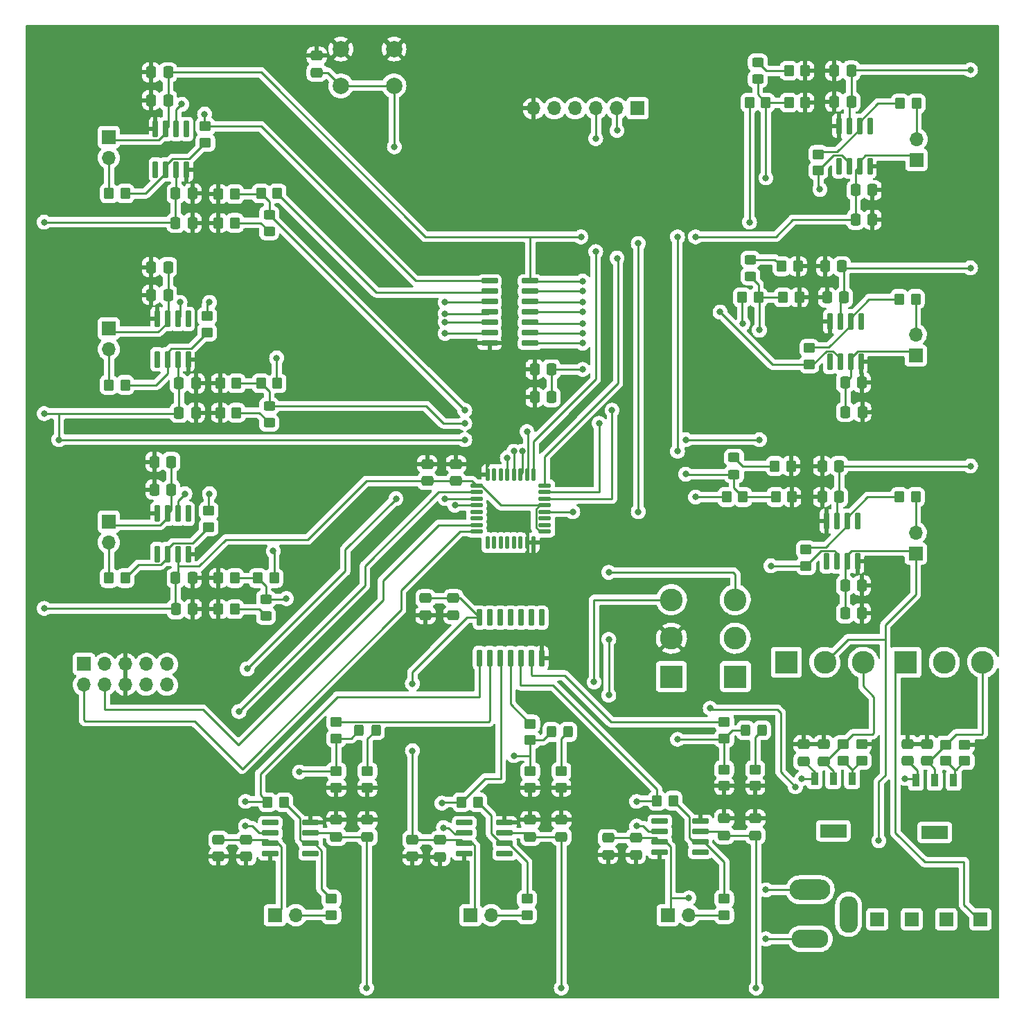
<source format=gbr>
%TF.GenerationSoftware,KiCad,Pcbnew,(6.0.5)*%
%TF.CreationDate,2023-11-06T22:20:46-06:00*%
%TF.ProjectId,ECE395_Digital_Target,45434533-3935-45f4-9469-676974616c5f,rev?*%
%TF.SameCoordinates,Original*%
%TF.FileFunction,Copper,L1,Top*%
%TF.FilePolarity,Positive*%
%FSLAX46Y46*%
G04 Gerber Fmt 4.6, Leading zero omitted, Abs format (unit mm)*
G04 Created by KiCad (PCBNEW (6.0.5)) date 2023-11-06 22:20:46*
%MOMM*%
%LPD*%
G01*
G04 APERTURE LIST*
G04 Aperture macros list*
%AMRoundRect*
0 Rectangle with rounded corners*
0 $1 Rounding radius*
0 $2 $3 $4 $5 $6 $7 $8 $9 X,Y pos of 4 corners*
0 Add a 4 corners polygon primitive as box body*
4,1,4,$2,$3,$4,$5,$6,$7,$8,$9,$2,$3,0*
0 Add four circle primitives for the rounded corners*
1,1,$1+$1,$2,$3*
1,1,$1+$1,$4,$5*
1,1,$1+$1,$6,$7*
1,1,$1+$1,$8,$9*
0 Add four rect primitives between the rounded corners*
20,1,$1+$1,$2,$3,$4,$5,0*
20,1,$1+$1,$4,$5,$6,$7,0*
20,1,$1+$1,$6,$7,$8,$9,0*
20,1,$1+$1,$8,$9,$2,$3,0*%
G04 Aperture macros list end*
%TA.AperFunction,SMDPad,CuDef*%
%ADD10RoundRect,0.250000X0.337500X0.475000X-0.337500X0.475000X-0.337500X-0.475000X0.337500X-0.475000X0*%
%TD*%
%TA.AperFunction,SMDPad,CuDef*%
%ADD11RoundRect,0.250000X0.475000X-0.337500X0.475000X0.337500X-0.475000X0.337500X-0.475000X-0.337500X0*%
%TD*%
%TA.AperFunction,ComponentPad*%
%ADD12R,1.700000X1.700000*%
%TD*%
%TA.AperFunction,ComponentPad*%
%ADD13O,1.700000X1.700000*%
%TD*%
%TA.AperFunction,SMDPad,CuDef*%
%ADD14RoundRect,0.250000X-0.450000X0.325000X-0.450000X-0.325000X0.450000X-0.325000X0.450000X0.325000X0*%
%TD*%
%TA.AperFunction,SMDPad,CuDef*%
%ADD15RoundRect,0.250000X-0.337500X-0.475000X0.337500X-0.475000X0.337500X0.475000X-0.337500X0.475000X0*%
%TD*%
%TA.AperFunction,SMDPad,CuDef*%
%ADD16RoundRect,0.042000X0.943000X0.258000X-0.943000X0.258000X-0.943000X-0.258000X0.943000X-0.258000X0*%
%TD*%
%TA.AperFunction,SMDPad,CuDef*%
%ADD17RoundRect,0.042000X-0.258000X0.943000X-0.258000X-0.943000X0.258000X-0.943000X0.258000X0.943000X0*%
%TD*%
%TA.AperFunction,ComponentPad*%
%ADD18R,2.775000X2.775000*%
%TD*%
%TA.AperFunction,ComponentPad*%
%ADD19C,2.775000*%
%TD*%
%TA.AperFunction,SMDPad,CuDef*%
%ADD20RoundRect,0.250000X-0.350000X-0.450000X0.350000X-0.450000X0.350000X0.450000X-0.350000X0.450000X0*%
%TD*%
%TA.AperFunction,ComponentPad*%
%ADD21O,5.000000X2.500000*%
%TD*%
%TA.AperFunction,ComponentPad*%
%ADD22O,4.500000X2.250000*%
%TD*%
%TA.AperFunction,ComponentPad*%
%ADD23O,2.250000X4.500000*%
%TD*%
%TA.AperFunction,SMDPad,CuDef*%
%ADD24RoundRect,0.090000X-0.895000X-0.210000X0.895000X-0.210000X0.895000X0.210000X-0.895000X0.210000X0*%
%TD*%
%TA.AperFunction,SMDPad,CuDef*%
%ADD25RoundRect,0.250000X0.450000X-0.350000X0.450000X0.350000X-0.450000X0.350000X-0.450000X-0.350000X0*%
%TD*%
%TA.AperFunction,SMDPad,CuDef*%
%ADD26RoundRect,0.250000X0.350000X0.450000X-0.350000X0.450000X-0.350000X-0.450000X0.350000X-0.450000X0*%
%TD*%
%TA.AperFunction,SMDPad,CuDef*%
%ADD27RoundRect,0.250000X-0.450000X0.350000X-0.450000X-0.350000X0.450000X-0.350000X0.450000X0.350000X0*%
%TD*%
%TA.AperFunction,SMDPad,CuDef*%
%ADD28R,0.914400X1.600200*%
%TD*%
%TA.AperFunction,SMDPad,CuDef*%
%ADD29RoundRect,0.090000X0.210000X-0.895000X0.210000X0.895000X-0.210000X0.895000X-0.210000X-0.895000X0*%
%TD*%
%TA.AperFunction,SMDPad,CuDef*%
%ADD30RoundRect,0.250000X0.325000X0.450000X-0.325000X0.450000X-0.325000X-0.450000X0.325000X-0.450000X0*%
%TD*%
%TA.AperFunction,SMDPad,CuDef*%
%ADD31RoundRect,0.125000X0.625000X0.125000X-0.625000X0.125000X-0.625000X-0.125000X0.625000X-0.125000X0*%
%TD*%
%TA.AperFunction,SMDPad,CuDef*%
%ADD32RoundRect,0.125000X0.125000X0.625000X-0.125000X0.625000X-0.125000X-0.625000X0.125000X-0.625000X0*%
%TD*%
%TA.AperFunction,SMDPad,CuDef*%
%ADD33RoundRect,0.250000X-0.475000X0.337500X-0.475000X-0.337500X0.475000X-0.337500X0.475000X0.337500X0*%
%TD*%
%TA.AperFunction,SMDPad,CuDef*%
%ADD34RoundRect,0.250000X0.450000X-0.325000X0.450000X0.325000X-0.450000X0.325000X-0.450000X-0.325000X0*%
%TD*%
%TA.AperFunction,ComponentPad*%
%ADD35C,2.000000*%
%TD*%
%TA.AperFunction,SMDPad,CuDef*%
%ADD36RoundRect,0.042000X0.258000X-0.943000X0.258000X0.943000X-0.258000X0.943000X-0.258000X-0.943000X0*%
%TD*%
%TA.AperFunction,ViaPad*%
%ADD37C,0.800000*%
%TD*%
%TA.AperFunction,Conductor*%
%ADD38C,0.250000*%
%TD*%
G04 APERTURE END LIST*
%TO.C,CR2*%
G36*
X161828700Y-131187800D02*
G01*
X158628300Y-131187800D01*
X158628300Y-129587600D01*
X161828700Y-129587600D01*
X161828700Y-131187800D01*
G37*
%TO.C,CR1*%
G36*
X149428700Y-130987800D02*
G01*
X146228300Y-130987800D01*
X146228300Y-129387600D01*
X149428700Y-129387600D01*
X149428700Y-130987800D01*
G37*
%TD*%
D10*
%TO.P,C206,1*%
%TO.N,GND*%
X151337500Y-103600000D03*
%TO.P,C206,2*%
%TO.N,6.6V*%
X149262500Y-103600000D03*
%TD*%
D11*
%TO.P,10uF4,1*%
%TO.N,Net-(10uF4-Pad1)*%
X159250000Y-121637500D03*
%TO.P,10uF4,2*%
%TO.N,GND*%
X159250000Y-119562500D03*
%TD*%
D12*
%TO.P,S2,1,Pin_1*%
%TO.N,unconnected-(S2-Pad1)*%
X123925000Y-41900000D03*
D13*
%TO.P,S2,2,Pin_2*%
%TO.N,Net-(S2-Pad2)*%
X121385000Y-41900000D03*
%TO.P,S2,3,Pin_3*%
%TO.N,Net-(S2-Pad3)*%
X118845000Y-41900000D03*
%TO.P,S2,4,Pin_4*%
%TO.N,unconnected-(S2-Pad4)*%
X116305000Y-41900000D03*
%TO.P,S2,5,Pin_5*%
%TO.N,unconnected-(S2-Pad5)*%
X113765000Y-41900000D03*
%TO.P,S2,6,Pin_6*%
%TO.N,GND*%
X111225000Y-41900000D03*
%TD*%
D14*
%TO.P,D6,1,K*%
%TO.N,Net-(D6-Pad1)*%
X135700000Y-84575000D03*
%TO.P,D6,2,A*%
%TO.N,Net-(D6-Pad2)*%
X135700000Y-86625000D03*
%TD*%
D15*
%TO.P,C234,1*%
%TO.N,GND*%
X147962500Y-41100000D03*
%TO.P,C234,2*%
%TO.N,+3V3*%
X150037500Y-41100000D03*
%TD*%
D10*
%TO.P,C232,1*%
%TO.N,GND*%
X69937500Y-75500000D03*
%TO.P,C232,2*%
%TO.N,+3V3*%
X67862500Y-75500000D03*
%TD*%
D16*
%TO.P,OP9,1,OFFSET_N1*%
%TO.N,unconnected-(OP9-Pad1)*%
X131570000Y-132805000D03*
%TO.P,OP9,2,IN-*%
%TO.N,Net-(OP9-Pad2)*%
X131570000Y-131535000D03*
%TO.P,OP9,3,IN+*%
%TO.N,+3V3*%
X131570000Y-130265000D03*
%TO.P,OP9,4,GND*%
%TO.N,GND*%
X131570000Y-128995000D03*
%TO.P,OP9,5,OFFSET_N2*%
%TO.N,unconnected-(OP9-Pad5)*%
X126630000Y-128995000D03*
%TO.P,OP9,6,OUT*%
%TO.N,Net-(NOT2-Pad5)*%
X126630000Y-130265000D03*
%TO.P,OP9,7,VDD*%
%TO.N,6.6V*%
X126630000Y-131535000D03*
%TO.P,OP9,8,BIAS_SELECT*%
%TO.N,GND*%
X126630000Y-132805000D03*
%TD*%
D17*
%TO.P,OP4,1,OFFSET_N1*%
%TO.N,unconnected-(OP4-Pad1)*%
X152305000Y-44030000D03*
%TO.P,OP4,2,IN-*%
%TO.N,Net-(OP4-Pad2)*%
X151035000Y-44030000D03*
%TO.P,OP4,3,IN+*%
%TO.N,+3V3*%
X149765000Y-44030000D03*
%TO.P,OP4,4,GND*%
%TO.N,GND*%
X148495000Y-44030000D03*
%TO.P,OP4,5,OFFSET_N2*%
%TO.N,unconnected-(OP4-Pad5)*%
X148495000Y-48970000D03*
%TO.P,OP4,6,OUT*%
%TO.N,Net-(NOT1-Pad13)*%
X149765000Y-48970000D03*
%TO.P,OP4,7,VDD*%
%TO.N,6.6V*%
X151035000Y-48970000D03*
%TO.P,OP4,8,BIAS_SELECT*%
%TO.N,GND*%
X152305000Y-48970000D03*
%TD*%
D18*
%TO.P,S63,1*%
%TO.N,Net-(J133-Pad1)*%
X156700000Y-109600000D03*
D19*
%TO.P,S63,2*%
%TO.N,+3V3*%
X161400000Y-109600000D03*
%TO.P,S63,3*%
%TO.N,Net-(10uF4-Pad1)*%
X166100000Y-109600000D03*
%TD*%
D17*
%TO.P,OP6,1,OFFSET_N1*%
%TO.N,unconnected-(OP6-Pad1)*%
X150805000Y-92330000D03*
%TO.P,OP6,2,IN-*%
%TO.N,Net-(OP6-Pad2)*%
X149535000Y-92330000D03*
%TO.P,OP6,3,IN+*%
%TO.N,+3V3*%
X148265000Y-92330000D03*
%TO.P,OP6,4,GND*%
%TO.N,GND*%
X146995000Y-92330000D03*
%TO.P,OP6,5,OFFSET_N2*%
%TO.N,unconnected-(OP6-Pad5)*%
X146995000Y-97270000D03*
%TO.P,OP6,6,OUT*%
%TO.N,Net-(NOT1-Pad9)*%
X148265000Y-97270000D03*
%TO.P,OP6,7,VDD*%
%TO.N,6.6V*%
X149535000Y-97270000D03*
%TO.P,OP6,8,BIAS_SELECT*%
%TO.N,GND*%
X150805000Y-97270000D03*
%TD*%
D15*
%TO.P,C212,1*%
%TO.N,GND*%
X64462500Y-64700000D03*
%TO.P,C212,2*%
%TO.N,6.6V*%
X66537500Y-64700000D03*
%TD*%
D11*
%TO.P,10uF1,1*%
%TO.N,+12V*%
X144200000Y-121687500D03*
%TO.P,10uF1,2*%
%TO.N,GND*%
X144200000Y-119612500D03*
%TD*%
D15*
%TO.P,C235,1*%
%TO.N,GND*%
X147062500Y-65000000D03*
%TO.P,C235,2*%
%TO.N,+3V3*%
X149137500Y-65000000D03*
%TD*%
D20*
%TO.P,R4,1*%
%TO.N,Net-(NOT1-Pad12)*%
X137600000Y-41200000D03*
%TO.P,R4,2*%
%TO.N,Net-(D4-Pad2)*%
X139600000Y-41200000D03*
%TD*%
D21*
%TO.P,J0,1*%
%TO.N,Net-(J0-Pad1)*%
X145000000Y-137387500D03*
D22*
%TO.P,J0,2*%
%TO.N,Net-(J0-Pad2)*%
X145000000Y-143387500D03*
D23*
%TO.P,J0,3*%
%TO.N,unconnected-(J0-Pad3)*%
X149700000Y-140387500D03*
%TD*%
D11*
%TO.P,C218,1*%
%TO.N,GND*%
X99800000Y-133375000D03*
%TO.P,C218,2*%
%TO.N,6.6V*%
X99800000Y-131300000D03*
%TD*%
D24*
%TO.P,NOT1,1,1A*%
%TO.N,Net-(NOT1-Pad1)*%
X105825000Y-62990000D03*
%TO.P,NOT1,2,1Y*%
%TO.N,Net-(NOT1-Pad2)*%
X105825000Y-64260000D03*
%TO.P,NOT1,3,2A*%
%TO.N,Net-(NOT1-Pad3)*%
X105825000Y-65530000D03*
%TO.P,NOT1,4,2Y*%
%TO.N,Net-(NOT1-Pad4)*%
X105825000Y-66800000D03*
%TO.P,NOT1,5,3A*%
%TO.N,Net-(NOT1-Pad5)*%
X105825000Y-68070000D03*
%TO.P,NOT1,6,3Y*%
%TO.N,Net-(NOT1-Pad6)*%
X105825000Y-69340000D03*
%TO.P,NOT1,7,GND*%
%TO.N,GND*%
X105825000Y-70610000D03*
%TO.P,NOT1,8,4Y*%
%TO.N,Net-(NOT1-Pad8)*%
X110775000Y-70610000D03*
%TO.P,NOT1,9,4A*%
%TO.N,Net-(NOT1-Pad9)*%
X110775000Y-69340000D03*
%TO.P,NOT1,10,5Y*%
%TO.N,Net-(NOT1-Pad10)*%
X110775000Y-68070000D03*
%TO.P,NOT1,11,5A*%
%TO.N,Net-(NOT1-Pad11)*%
X110775000Y-66800000D03*
%TO.P,NOT1,12,6Y*%
%TO.N,Net-(NOT1-Pad12)*%
X110775000Y-65530000D03*
%TO.P,NOT1,13,6A*%
%TO.N,Net-(NOT1-Pad13)*%
X110775000Y-64260000D03*
%TO.P,NOT1,14,VCC*%
%TO.N,6.6V*%
X110775000Y-62990000D03*
%TD*%
D10*
%TO.P,C205,1*%
%TO.N,GND*%
X151375000Y-79000000D03*
%TO.P,C205,2*%
%TO.N,6.6V*%
X149300000Y-79000000D03*
%TD*%
D25*
%TO.P,R22,1*%
%TO.N,Net-(OP2-Pad2)*%
X71300000Y-69300000D03*
%TO.P,R22,2*%
%TO.N,Net-(NOT1-Pad3)*%
X71300000Y-67300000D03*
%TD*%
D26*
%TO.P,R35,1*%
%TO.N,Net-(J5-Pad2)*%
X157900000Y-65200000D03*
%TO.P,R35,2*%
%TO.N,Net-(OP5-Pad2)*%
X155900000Y-65200000D03*
%TD*%
%TO.P,R29,1*%
%TO.N,Net-(OP9-Pad2)*%
X128300000Y-126500000D03*
%TO.P,R29,2*%
%TO.N,Net-(NOT2-Pad5)*%
X126300000Y-126500000D03*
%TD*%
D20*
%TO.P,R11,1*%
%TO.N,GND*%
X72700000Y-52380000D03*
%TO.P,R11,2*%
%TO.N,Net-(D1-Pad2)*%
X74700000Y-52380000D03*
%TD*%
D10*
%TO.P,C215,1*%
%TO.N,GND*%
X151337500Y-75400000D03*
%TO.P,C215,2*%
%TO.N,6.6V*%
X149262500Y-75400000D03*
%TD*%
%TO.P,C204,1*%
%TO.N,GND*%
X152637500Y-55500000D03*
%TO.P,C204,2*%
%TO.N,6.6V*%
X150562500Y-55500000D03*
%TD*%
D20*
%TO.P,R33,1*%
%TO.N,Net-(J3-Pad2)*%
X59300000Y-99300000D03*
%TO.P,R33,2*%
%TO.N,Net-(OP3-Pad2)*%
X61300000Y-99300000D03*
%TD*%
D11*
%TO.P,C241,1*%
%TO.N,GND*%
X98000000Y-103837500D03*
%TO.P,C241,2*%
%TO.N,6.6V*%
X98000000Y-101762500D03*
%TD*%
D25*
%TO.P,R21,1*%
%TO.N,Net-(OP1-Pad2)*%
X71100000Y-46100000D03*
%TO.P,R21,2*%
%TO.N,Net-(NOT1-Pad1)*%
X71100000Y-44100000D03*
%TD*%
D27*
%TO.P,R24,1*%
%TO.N,Net-(OP4-Pad2)*%
X146000000Y-47500000D03*
%TO.P,R24,2*%
%TO.N,Net-(NOT1-Pad13)*%
X146000000Y-49500000D03*
%TD*%
D20*
%TO.P,R5,1*%
%TO.N,Net-(NOT1-Pad10)*%
X136700000Y-65000000D03*
%TO.P,R5,2*%
%TO.N,Net-(D5-Pad2)*%
X138700000Y-65000000D03*
%TD*%
D27*
%TO.P,R25,1*%
%TO.N,Net-(OP5-Pad2)*%
X144900000Y-71200000D03*
%TO.P,R25,2*%
%TO.N,Net-(NOT1-Pad11)*%
X144900000Y-73200000D03*
%TD*%
D15*
%TO.P,C203,1*%
%TO.N,GND*%
X64862500Y-85100000D03*
%TO.P,C203,2*%
%TO.N,6.6V*%
X66937500Y-85100000D03*
%TD*%
D20*
%TO.P,R13,1*%
%TO.N,GND*%
X72700000Y-99300000D03*
%TO.P,R13,2*%
%TO.N,Net-(D3-Pad2)*%
X74700000Y-99300000D03*
%TD*%
D16*
%TO.P,OP8,1,OFFSET_N1*%
%TO.N,unconnected-(OP8-Pad1)*%
X107670000Y-133005000D03*
%TO.P,OP8,2,IN-*%
%TO.N,Net-(OP8-Pad2)*%
X107670000Y-131735000D03*
%TO.P,OP8,3,IN+*%
%TO.N,+3V3*%
X107670000Y-130465000D03*
%TO.P,OP8,4,GND*%
%TO.N,GND*%
X107670000Y-129195000D03*
%TO.P,OP8,5,OFFSET_N2*%
%TO.N,unconnected-(OP8-Pad5)*%
X102730000Y-129195000D03*
%TO.P,OP8,6,OUT*%
%TO.N,Net-(NOT2-Pad3)*%
X102730000Y-130465000D03*
%TO.P,OP8,7,VDD*%
%TO.N,6.6V*%
X102730000Y-131735000D03*
%TO.P,OP8,8,BIAS_SELECT*%
%TO.N,GND*%
X102730000Y-133005000D03*
%TD*%
D15*
%TO.P,C225,1*%
%TO.N,GND*%
X146825000Y-61200000D03*
%TO.P,C225,2*%
%TO.N,+3V3*%
X148900000Y-61200000D03*
%TD*%
D10*
%TO.P,C214,1*%
%TO.N,GND*%
X152637500Y-51900000D03*
%TO.P,C214,2*%
%TO.N,6.6V*%
X150562500Y-51900000D03*
%TD*%
%TO.P,C233,1*%
%TO.N,GND*%
X69537500Y-99300000D03*
%TO.P,C233,2*%
%TO.N,+3V3*%
X67462500Y-99300000D03*
%TD*%
D25*
%TO.P,R101,1*%
%TO.N,Net-(CR2-Pad1)*%
X161600000Y-121650000D03*
%TO.P,R101,2*%
%TO.N,Net-(10uF4-Pad1)*%
X161600000Y-119650000D03*
%TD*%
D11*
%TO.P,C217,1*%
%TO.N,GND*%
X76100000Y-133337500D03*
%TO.P,C217,2*%
%TO.N,6.6V*%
X76100000Y-131262500D03*
%TD*%
%TO.P,C208,1*%
%TO.N,GND*%
X96400000Y-133337500D03*
%TO.P,C208,2*%
%TO.N,6.6V*%
X96400000Y-131262500D03*
%TD*%
D15*
%TO.P,C211,1*%
%TO.N,GND*%
X64462500Y-40900000D03*
%TO.P,C211,2*%
%TO.N,6.6V*%
X66537500Y-40900000D03*
%TD*%
D25*
%TO.P,R9,1*%
%TO.N,Net-(D9-Pad2)*%
X134500000Y-118900000D03*
%TO.P,R9,2*%
%TO.N,Net-(NOT2-Pad6)*%
X134500000Y-116900000D03*
%TD*%
D15*
%TO.P,C224,1*%
%TO.N,GND*%
X147962500Y-37300000D03*
%TO.P,C224,2*%
%TO.N,+3V3*%
X150037500Y-37300000D03*
%TD*%
D25*
%TO.P,R49,1*%
%TO.N,GND*%
X138300000Y-124700000D03*
%TO.P,R49,2*%
%TO.N,Net-(D9-Pad1)*%
X138300000Y-122700000D03*
%TD*%
D15*
%TO.P,C202,1*%
%TO.N,GND*%
X64462500Y-61300000D03*
%TO.P,C202,2*%
%TO.N,6.6V*%
X66537500Y-61300000D03*
%TD*%
D12*
%TO.P,J1,1,Pin_1*%
%TO.N,6.6V*%
X59300000Y-45400000D03*
D13*
%TO.P,J1,2,Pin_2*%
%TO.N,Net-(J1-Pad2)*%
X59300000Y-47940000D03*
%TD*%
D12*
%TO.P,J7,1,Pin_1*%
%TO.N,6.6V*%
X79600000Y-140500000D03*
D13*
%TO.P,J7,2,Pin_2*%
%TO.N,Net-(J7-Pad2)*%
X82140000Y-140500000D03*
%TD*%
D18*
%TO.P,S550,1*%
%TO.N,Net-(J112-Pad1)*%
X135852500Y-111350000D03*
D19*
%TO.P,S550,2*%
%TO.N,+12V*%
X135852500Y-106650000D03*
%TO.P,S550,3*%
%TO.N,Net-(J0-Pad1)*%
X135852500Y-101950000D03*
%TD*%
D15*
%TO.P,C236,1*%
%TO.N,GND*%
X146462500Y-89400000D03*
%TO.P,C236,2*%
%TO.N,+3V3*%
X148537500Y-89400000D03*
%TD*%
D28*
%TO.P,CR2,1,ADJ/GND*%
%TO.N,Net-(CR2-Pad1)*%
X162528500Y-123986900D03*
%TO.P,CR2,2,VOUT*%
%TO.N,Net-(10uF4-Pad1)*%
X160228500Y-123986900D03*
%TO.P,CR2,3,VIN*%
%TO.N,+12V*%
X157928500Y-123986900D03*
%TD*%
D11*
%TO.P,C207,1*%
%TO.N,GND*%
X72700000Y-133337500D03*
%TO.P,C207,2*%
%TO.N,6.6V*%
X72700000Y-131262500D03*
%TD*%
D20*
%TO.P,R42,1*%
%TO.N,GND*%
X72900000Y-79100000D03*
%TO.P,R42,2*%
%TO.N,Net-(D2-Pad1)*%
X74900000Y-79100000D03*
%TD*%
D25*
%TO.P,R18,1*%
%TO.N,GND*%
X110800000Y-124900000D03*
%TO.P,R18,2*%
%TO.N,Net-(D8-Pad2)*%
X110800000Y-122900000D03*
%TD*%
D12*
%TO.P,J4,1,Pin_1*%
%TO.N,6.6V*%
X158000000Y-48200000D03*
D13*
%TO.P,J4,2,Pin_2*%
%TO.N,Net-(J4-Pad2)*%
X158000000Y-45660000D03*
%TD*%
D11*
%TO.P,C300,1*%
%TO.N,Net-(C300-Pad1)*%
X84700000Y-37537500D03*
%TO.P,C300,2*%
%TO.N,GND*%
X84700000Y-35462500D03*
%TD*%
D26*
%TO.P,R27,1*%
%TO.N,Net-(OP7-Pad2)*%
X80700000Y-126700000D03*
%TO.P,R27,2*%
%TO.N,Net-(NOT2-Pad1)*%
X78700000Y-126700000D03*
%TD*%
D14*
%TO.P,D5,1,K*%
%TO.N,Net-(D5-Pad1)*%
X137700000Y-60375000D03*
%TO.P,D5,2,A*%
%TO.N,Net-(D5-Pad2)*%
X137700000Y-62425000D03*
%TD*%
D10*
%TO.P,C223,1*%
%TO.N,GND*%
X69575000Y-103100000D03*
%TO.P,C223,2*%
%TO.N,+3V3*%
X67500000Y-103100000D03*
%TD*%
D29*
%TO.P,NOT2,1,1A*%
%TO.N,Net-(NOT2-Pad1)*%
X104590000Y-109075000D03*
%TO.P,NOT2,2,1Y*%
%TO.N,Net-(NOT2-Pad2)*%
X105860000Y-109075000D03*
%TO.P,NOT2,3,2A*%
%TO.N,Net-(NOT2-Pad3)*%
X107130000Y-109075000D03*
%TO.P,NOT2,4,2Y*%
%TO.N,Net-(NOT2-Pad4)*%
X108400000Y-109075000D03*
%TO.P,NOT2,5,3A*%
%TO.N,Net-(NOT2-Pad5)*%
X109670000Y-109075000D03*
%TO.P,NOT2,6,3Y*%
%TO.N,Net-(NOT2-Pad6)*%
X110940000Y-109075000D03*
%TO.P,NOT2,7,GND*%
%TO.N,GND*%
X112210000Y-109075000D03*
%TO.P,NOT2,8,4Y*%
%TO.N,unconnected-(NOT2-Pad8)*%
X112210000Y-104125000D03*
%TO.P,NOT2,9,4A*%
%TO.N,unconnected-(NOT2-Pad9)*%
X110940000Y-104125000D03*
%TO.P,NOT2,10,5Y*%
%TO.N,unconnected-(NOT2-Pad10)*%
X109670000Y-104125000D03*
%TO.P,NOT2,11,5A*%
%TO.N,unconnected-(NOT2-Pad11)*%
X108400000Y-104125000D03*
%TO.P,NOT2,12,6Y*%
%TO.N,unconnected-(NOT2-Pad12)*%
X107130000Y-104125000D03*
%TO.P,NOT2,13,6A*%
%TO.N,unconnected-(NOT2-Pad13)*%
X105860000Y-104125000D03*
%TO.P,NOT2,14,VCC*%
%TO.N,6.6V*%
X104590000Y-104125000D03*
%TD*%
D10*
%TO.P,C216,1*%
%TO.N,GND*%
X151337500Y-100200000D03*
%TO.P,C216,2*%
%TO.N,6.6V*%
X149262500Y-100200000D03*
%TD*%
D12*
%TO.P,J5,1,Pin_1*%
%TO.N,6.6V*%
X157900000Y-72100000D03*
D13*
%TO.P,J5,2,Pin_2*%
%TO.N,Net-(J5-Pad2)*%
X157900000Y-69560000D03*
%TD*%
D20*
%TO.P,R6,1*%
%TO.N,Net-(NOT1-Pad8)*%
X134800000Y-89400000D03*
%TO.P,R6,2*%
%TO.N,Net-(D6-Pad2)*%
X136800000Y-89400000D03*
%TD*%
D15*
%TO.P,C213,1*%
%TO.N,GND*%
X64862500Y-88500000D03*
%TO.P,C213,2*%
%TO.N,6.6V*%
X66937500Y-88500000D03*
%TD*%
%TO.P,C226,1*%
%TO.N,GND*%
X146462500Y-85600000D03*
%TO.P,C226,2*%
%TO.N,+3V3*%
X148537500Y-85600000D03*
%TD*%
D10*
%TO.P,C221,1*%
%TO.N,GND*%
X69537500Y-55900000D03*
%TO.P,C221,2*%
%TO.N,+3V3*%
X67462500Y-55900000D03*
%TD*%
D26*
%TO.P,R46,1*%
%TO.N,GND*%
X142700000Y-85600000D03*
%TO.P,R46,2*%
%TO.N,Net-(D6-Pad1)*%
X140700000Y-85600000D03*
%TD*%
D12*
%TO.P,S1,1,Pin_1*%
%TO.N,unconnected-(S1-Pad1)*%
X56260000Y-109800000D03*
D13*
%TO.P,S1,2,Pin_2*%
%TO.N,Net-(S1-Pad2)*%
X56260000Y-112340000D03*
%TO.P,S1,3,Pin_3*%
%TO.N,unconnected-(S1-Pad3)*%
X58800000Y-109800000D03*
%TO.P,S1,4,Pin_4*%
%TO.N,Net-(S1-Pad4)*%
X58800000Y-112340000D03*
%TO.P,S1,5,Pin_5*%
%TO.N,GND*%
X61340000Y-109800000D03*
%TO.P,S1,6,Pin_6*%
X61340000Y-112340000D03*
%TO.P,S1,7,Pin_7*%
%TO.N,unconnected-(S1-Pad7)*%
X63880000Y-109800000D03*
%TO.P,S1,8,Pin_8*%
%TO.N,unconnected-(S1-Pad8)*%
X63880000Y-112340000D03*
%TO.P,S1,9,Pin_9*%
%TO.N,unconnected-(S1-Pad9)*%
X66420000Y-109800000D03*
%TO.P,S1,10,Pin_10*%
%TO.N,unconnected-(S1-Pad10)*%
X66420000Y-112340000D03*
%TD*%
D18*
%TO.P,S65,1*%
%TO.N,Net-(J166-Pad1)*%
X142100000Y-109600000D03*
D19*
%TO.P,S65,2*%
%TO.N,6.6V*%
X146800000Y-109600000D03*
%TO.P,S65,3*%
%TO.N,Net-(10uF3-Pad1)*%
X151500000Y-109600000D03*
%TD*%
D25*
%TO.P,R7,1*%
%TO.N,Net-(D7-Pad2)*%
X87100000Y-118900000D03*
%TO.P,R7,2*%
%TO.N,Net-(NOT2-Pad2)*%
X87100000Y-116900000D03*
%TD*%
D14*
%TO.P,D4,1,K*%
%TO.N,Net-(D4-Pad1)*%
X138600000Y-36275000D03*
%TO.P,D4,2,A*%
%TO.N,Net-(D4-Pad2)*%
X138600000Y-38325000D03*
%TD*%
D12*
%TO.P,J9,1,Pin_1*%
%TO.N,6.6V*%
X127600000Y-140500000D03*
D13*
%TO.P,J9,2,Pin_2*%
%TO.N,Net-(J9-Pad2)*%
X130140000Y-140500000D03*
%TD*%
D16*
%TO.P,OP7,1,OFFSET_N1*%
%TO.N,unconnected-(OP7-Pad1)*%
X83970000Y-133005000D03*
%TO.P,OP7,2,IN-*%
%TO.N,Net-(OP7-Pad2)*%
X83970000Y-131735000D03*
%TO.P,OP7,3,IN+*%
%TO.N,+3V3*%
X83970000Y-130465000D03*
%TO.P,OP7,4,GND*%
%TO.N,GND*%
X83970000Y-129195000D03*
%TO.P,OP7,5,OFFSET_N2*%
%TO.N,unconnected-(OP7-Pad5)*%
X79030000Y-129195000D03*
%TO.P,OP7,6,OUT*%
%TO.N,Net-(NOT2-Pad1)*%
X79030000Y-130465000D03*
%TO.P,OP7,7,VDD*%
%TO.N,6.6V*%
X79030000Y-131735000D03*
%TO.P,OP7,8,BIAS_SELECT*%
%TO.N,GND*%
X79030000Y-133005000D03*
%TD*%
D20*
%TO.P,R43,1*%
%TO.N,GND*%
X72700000Y-103100000D03*
%TO.P,R43,2*%
%TO.N,Net-(D3-Pad1)*%
X74700000Y-103100000D03*
%TD*%
%TO.P,R14,1*%
%TO.N,Net-(D4-Pad2)*%
X142400000Y-41200000D03*
%TO.P,R14,2*%
%TO.N,GND*%
X144400000Y-41200000D03*
%TD*%
D30*
%TO.P,D7,1,K*%
%TO.N,Net-(D7-Pad1)*%
X91950000Y-117900000D03*
%TO.P,D7,2,A*%
%TO.N,Net-(D7-Pad2)*%
X89900000Y-117900000D03*
%TD*%
D20*
%TO.P,R31,1*%
%TO.N,Net-(J1-Pad2)*%
X59300000Y-52300000D03*
%TO.P,R31,2*%
%TO.N,Net-(OP1-Pad2)*%
X61300000Y-52300000D03*
%TD*%
D25*
%TO.P,R48,1*%
%TO.N,GND*%
X114600000Y-124900000D03*
%TO.P,R48,2*%
%TO.N,Net-(D8-Pad1)*%
X114600000Y-122900000D03*
%TD*%
D31*
%TO.P,U1,1,VDD*%
%TO.N,+3V3*%
X112575000Y-93600000D03*
%TO.P,U1,2,PC14*%
%TO.N,unconnected-(U1-Pad2)*%
X112575000Y-92800000D03*
%TO.P,U1,3,PC15*%
%TO.N,unconnected-(U1-Pad3)*%
X112575000Y-92000000D03*
%TO.P,U1,4,NRST*%
%TO.N,Net-(C300-Pad1)*%
X112575000Y-91200000D03*
%TO.P,U1,5,VDDA*%
%TO.N,+3V3*%
X112575000Y-90400000D03*
%TO.P,U1,6,PA0*%
%TO.N,Net-(D1-Pad2)*%
X112575000Y-89600000D03*
%TO.P,U1,7,PA1*%
%TO.N,Net-(D2-Pad2)*%
X112575000Y-88800000D03*
%TO.P,U1,8,PA2*%
%TO.N,Net-(S2-Pad2)*%
X112575000Y-88000000D03*
D32*
%TO.P,U1,9,PA3*%
%TO.N,Net-(S2-Pad3)*%
X111200000Y-86625000D03*
%TO.P,U1,10,PA4*%
%TO.N,Net-(D3-Pad2)*%
X110400000Y-86625000D03*
%TO.P,U1,11,PA5*%
%TO.N,Net-(D4-Pad2)*%
X109600000Y-86625000D03*
%TO.P,U1,12,PA6*%
%TO.N,Net-(D5-Pad2)*%
X108800000Y-86625000D03*
%TO.P,U1,13,PA7*%
%TO.N,Net-(D6-Pad2)*%
X108000000Y-86625000D03*
%TO.P,U1,14,PB0*%
%TO.N,unconnected-(U1-Pad14)*%
X107200000Y-86625000D03*
%TO.P,U1,15,PB1*%
%TO.N,unconnected-(U1-Pad15)*%
X106400000Y-86625000D03*
%TO.P,U1,16,VSS*%
%TO.N,GND*%
X105600000Y-86625000D03*
D31*
%TO.P,U1,17,VDD*%
%TO.N,+3V3*%
X104225000Y-88000000D03*
%TO.P,U1,18,PA8*%
%TO.N,Net-(D7-Pad2)*%
X104225000Y-88800000D03*
%TO.P,U1,19,PA9*%
%TO.N,Net-(D8-Pad2)*%
X104225000Y-89600000D03*
%TO.P,U1,20,PA10*%
%TO.N,Net-(D9-Pad2)*%
X104225000Y-90400000D03*
%TO.P,U1,21,PA11*%
%TO.N,unconnected-(U1-Pad21)*%
X104225000Y-91200000D03*
%TO.P,U1,22,PA12*%
%TO.N,unconnected-(U1-Pad22)*%
X104225000Y-92000000D03*
%TO.P,U1,23,PA13*%
%TO.N,Net-(S1-Pad4)*%
X104225000Y-92800000D03*
%TO.P,U1,24,PA14*%
%TO.N,Net-(S1-Pad2)*%
X104225000Y-93600000D03*
D32*
%TO.P,U1,25,PA15*%
%TO.N,unconnected-(U1-Pad25)*%
X105600000Y-94975000D03*
%TO.P,U1,26,PB3*%
%TO.N,unconnected-(U1-Pad26)*%
X106400000Y-94975000D03*
%TO.P,U1,27,PB4*%
%TO.N,unconnected-(U1-Pad27)*%
X107200000Y-94975000D03*
%TO.P,U1,28,PB5*%
%TO.N,unconnected-(U1-Pad28)*%
X108000000Y-94975000D03*
%TO.P,U1,29,PB6*%
%TO.N,unconnected-(U1-Pad29)*%
X108800000Y-94975000D03*
%TO.P,U1,30,PB7*%
%TO.N,unconnected-(U1-Pad30)*%
X109600000Y-94975000D03*
%TO.P,U1,31,BOOT0*%
%TO.N,GND*%
X110400000Y-94975000D03*
%TO.P,U1,32,VSS*%
X111200000Y-94975000D03*
%TD*%
D33*
%TO.P,C229,1*%
%TO.N,GND*%
X138300000Y-128662500D03*
%TO.P,C229,2*%
%TO.N,+3V3*%
X138300000Y-130737500D03*
%TD*%
D15*
%TO.P,C250,1*%
%TO.N,GND*%
X111325000Y-77200000D03*
%TO.P,C250,2*%
%TO.N,6.6V*%
X113400000Y-77200000D03*
%TD*%
D11*
%TO.P,C219,1*%
%TO.N,GND*%
X123700000Y-133137500D03*
%TO.P,C219,2*%
%TO.N,6.6V*%
X123700000Y-131062500D03*
%TD*%
D18*
%TO.P,S350,1*%
%TO.N,Net-(J999-Pad1)*%
X128052500Y-111350000D03*
D19*
%TO.P,S350,2*%
%TO.N,GND*%
X128052500Y-106650000D03*
%TO.P,S350,3*%
%TO.N,Net-(J0-Pad2)*%
X128052500Y-101950000D03*
%TD*%
D25*
%TO.P,R39,1*%
%TO.N,Net-(J9-Pad2)*%
X134500000Y-140500000D03*
%TO.P,R39,2*%
%TO.N,Net-(OP9-Pad2)*%
X134500000Y-138500000D03*
%TD*%
D20*
%TO.P,R16,1*%
%TO.N,Net-(D6-Pad2)*%
X140800000Y-89400000D03*
%TO.P,R16,2*%
%TO.N,GND*%
X142800000Y-89400000D03*
%TD*%
D15*
%TO.P,C201,1*%
%TO.N,GND*%
X64462500Y-37500000D03*
%TO.P,C201,2*%
%TO.N,6.6V*%
X66537500Y-37500000D03*
%TD*%
D33*
%TO.P,C242,1*%
%TO.N,GND*%
X98200000Y-85362500D03*
%TO.P,C242,2*%
%TO.N,+3V3*%
X98200000Y-87437500D03*
%TD*%
%TO.P,C237,1*%
%TO.N,GND*%
X87100000Y-128862500D03*
%TO.P,C237,2*%
%TO.N,+3V3*%
X87100000Y-130937500D03*
%TD*%
D30*
%TO.P,D9,1,K*%
%TO.N,Net-(D9-Pad1)*%
X139125000Y-117900000D03*
%TO.P,D9,2,A*%
%TO.N,Net-(D9-Pad2)*%
X137075000Y-117900000D03*
%TD*%
D20*
%TO.P,R12,1*%
%TO.N,GND*%
X72900000Y-75500000D03*
%TO.P,R12,2*%
%TO.N,Net-(D2-Pad2)*%
X74900000Y-75500000D03*
%TD*%
D12*
%TO.P,J166,1,Pin_1*%
%TO.N,Net-(J166-Pad1)*%
X157425000Y-141000000D03*
%TD*%
D20*
%TO.P,R2,1*%
%TO.N,Net-(D2-Pad2)*%
X77900000Y-75500000D03*
%TO.P,R2,2*%
%TO.N,Net-(NOT1-Pad4)*%
X79900000Y-75500000D03*
%TD*%
D12*
%TO.P,J6,1,Pin_1*%
%TO.N,6.6V*%
X157900000Y-96300000D03*
D13*
%TO.P,J6,2,Pin_2*%
%TO.N,Net-(J6-Pad2)*%
X157900000Y-93760000D03*
%TD*%
D11*
%TO.P,10uF2,1*%
%TO.N,+12V*%
X156950000Y-121637500D03*
%TO.P,10uF2,2*%
%TO.N,GND*%
X156950000Y-119562500D03*
%TD*%
D25*
%TO.P,R23,1*%
%TO.N,Net-(OP3-Pad2)*%
X71500000Y-93100000D03*
%TO.P,R23,2*%
%TO.N,Net-(NOT1-Pad5)*%
X71500000Y-91100000D03*
%TD*%
D20*
%TO.P,R1,1*%
%TO.N,Net-(D1-Pad2)*%
X77900000Y-52300000D03*
%TO.P,R1,2*%
%TO.N,Net-(NOT1-Pad2)*%
X79900000Y-52300000D03*
%TD*%
D25*
%TO.P,R17,1*%
%TO.N,GND*%
X87100000Y-124900000D03*
%TO.P,R17,2*%
%TO.N,Net-(D7-Pad2)*%
X87100000Y-122900000D03*
%TD*%
D20*
%TO.P,R41,1*%
%TO.N,GND*%
X72700000Y-55900000D03*
%TO.P,R41,2*%
%TO.N,Net-(D1-Pad1)*%
X74700000Y-55900000D03*
%TD*%
D12*
%TO.P,J8,1,Pin_1*%
%TO.N,6.6V*%
X103500000Y-140500000D03*
D13*
%TO.P,J8,2,Pin_2*%
%TO.N,Net-(J8-Pad2)*%
X106040000Y-140500000D03*
%TD*%
D34*
%TO.P,D2,1,K*%
%TO.N,Net-(D2-Pad1)*%
X78900000Y-80325000D03*
%TO.P,D2,2,A*%
%TO.N,Net-(D2-Pad2)*%
X78900000Y-78275000D03*
%TD*%
D33*
%TO.P,C238,1*%
%TO.N,GND*%
X110800000Y-128862500D03*
%TO.P,C238,2*%
%TO.N,+3V3*%
X110800000Y-130937500D03*
%TD*%
D11*
%TO.P,C251,1*%
%TO.N,GND*%
X101400000Y-103837500D03*
%TO.P,C251,2*%
%TO.N,6.6V*%
X101400000Y-101762500D03*
%TD*%
D20*
%TO.P,R3,1*%
%TO.N,Net-(D3-Pad2)*%
X77500000Y-99300000D03*
%TO.P,R3,2*%
%TO.N,Net-(NOT1-Pad6)*%
X79500000Y-99300000D03*
%TD*%
D35*
%TO.P,SW1,1,1*%
%TO.N,GND*%
X87650000Y-34650000D03*
X94150000Y-34650000D03*
%TO.P,SW1,2,2*%
%TO.N,Net-(C300-Pad1)*%
X94150000Y-39150000D03*
X87650000Y-39150000D03*
%TD*%
D10*
%TO.P,C222,1*%
%TO.N,GND*%
X69937500Y-79100000D03*
%TO.P,C222,2*%
%TO.N,+3V3*%
X67862500Y-79100000D03*
%TD*%
D11*
%TO.P,10uF3,1*%
%TO.N,Net-(10uF3-Pad1)*%
X146650000Y-121687500D03*
%TO.P,10uF3,2*%
%TO.N,GND*%
X146650000Y-119612500D03*
%TD*%
D25*
%TO.P,R47,1*%
%TO.N,GND*%
X90900000Y-124900000D03*
%TO.P,R47,2*%
%TO.N,Net-(D7-Pad1)*%
X90900000Y-122900000D03*
%TD*%
D26*
%TO.P,R44,1*%
%TO.N,GND*%
X144400000Y-37300000D03*
%TO.P,R44,2*%
%TO.N,Net-(D4-Pad1)*%
X142400000Y-37300000D03*
%TD*%
D36*
%TO.P,OP2,1,OFFSET_N1*%
%TO.N,unconnected-(OP2-Pad1)*%
X65195000Y-72570000D03*
%TO.P,OP2,2,IN-*%
%TO.N,Net-(OP2-Pad2)*%
X66465000Y-72570000D03*
%TO.P,OP2,3,IN+*%
%TO.N,+3V3*%
X67735000Y-72570000D03*
%TO.P,OP2,4,GND*%
%TO.N,GND*%
X69005000Y-72570000D03*
%TO.P,OP2,5,OFFSET_N2*%
%TO.N,unconnected-(OP2-Pad5)*%
X69005000Y-67630000D03*
%TO.P,OP2,6,OUT*%
%TO.N,Net-(NOT1-Pad3)*%
X67735000Y-67630000D03*
%TO.P,OP2,7,VDD*%
%TO.N,6.6V*%
X66465000Y-67630000D03*
%TO.P,OP2,8,BIAS_SELECT*%
%TO.N,GND*%
X65195000Y-67630000D03*
%TD*%
D20*
%TO.P,R32,1*%
%TO.N,Net-(J2-Pad2)*%
X59300000Y-75700000D03*
%TO.P,R32,2*%
%TO.N,Net-(OP2-Pad2)*%
X61300000Y-75700000D03*
%TD*%
D28*
%TO.P,CR1,1,ADJ/GND*%
%TO.N,Net-(CR1-Pad1)*%
X150128500Y-123786900D03*
%TO.P,CR1,2,VOUT*%
%TO.N,Net-(10uF3-Pad1)*%
X147828500Y-123786900D03*
%TO.P,CR1,3,VIN*%
%TO.N,+12V*%
X145528500Y-123786900D03*
%TD*%
D33*
%TO.P,C239,1*%
%TO.N,GND*%
X134500000Y-128662500D03*
%TO.P,C239,2*%
%TO.N,+3V3*%
X134500000Y-130737500D03*
%TD*%
D25*
%TO.P,R37,1*%
%TO.N,Net-(J7-Pad2)*%
X86500000Y-140500000D03*
%TO.P,R37,2*%
%TO.N,Net-(OP7-Pad2)*%
X86500000Y-138500000D03*
%TD*%
D11*
%TO.P,C209,1*%
%TO.N,GND*%
X120300000Y-133137500D03*
%TO.P,C209,2*%
%TO.N,6.6V*%
X120300000Y-131062500D03*
%TD*%
D33*
%TO.P,C228,1*%
%TO.N,GND*%
X114600000Y-128825000D03*
%TO.P,C228,2*%
%TO.N,+3V3*%
X114600000Y-130900000D03*
%TD*%
D25*
%TO.P,R19,1*%
%TO.N,GND*%
X134500000Y-124700000D03*
%TO.P,R19,2*%
%TO.N,Net-(D9-Pad2)*%
X134500000Y-122700000D03*
%TD*%
D33*
%TO.P,C252,1*%
%TO.N,GND*%
X101725000Y-85362500D03*
%TO.P,C252,2*%
%TO.N,+3V3*%
X101725000Y-87437500D03*
%TD*%
%TO.P,C227,1*%
%TO.N,GND*%
X90900000Y-128862500D03*
%TO.P,C227,2*%
%TO.N,+3V3*%
X90900000Y-130937500D03*
%TD*%
D25*
%TO.P,R8,1*%
%TO.N,Net-(D8-Pad2)*%
X110800000Y-119100000D03*
%TO.P,R8,2*%
%TO.N,Net-(NOT2-Pad4)*%
X110800000Y-117100000D03*
%TD*%
D20*
%TO.P,R15,1*%
%TO.N,Net-(D5-Pad2)*%
X141700000Y-65000000D03*
%TO.P,R15,2*%
%TO.N,GND*%
X143700000Y-65000000D03*
%TD*%
D30*
%TO.P,D8,1,K*%
%TO.N,Net-(D8-Pad1)*%
X115425000Y-118100000D03*
%TO.P,D8,2,A*%
%TO.N,Net-(D8-Pad2)*%
X113375000Y-118100000D03*
%TD*%
D25*
%TO.P,R100,1*%
%TO.N,Net-(CR1-Pad1)*%
X149000000Y-121600000D03*
%TO.P,R100,2*%
%TO.N,Net-(10uF3-Pad1)*%
X149000000Y-119600000D03*
%TD*%
D34*
%TO.P,D3,1,K*%
%TO.N,Net-(D3-Pad1)*%
X78500000Y-103925000D03*
%TO.P,D3,2,A*%
%TO.N,Net-(D3-Pad2)*%
X78500000Y-101875000D03*
%TD*%
D36*
%TO.P,OP1,1,OFFSET_N1*%
%TO.N,unconnected-(OP1-Pad1)*%
X64995000Y-49370000D03*
%TO.P,OP1,2,IN-*%
%TO.N,Net-(OP1-Pad2)*%
X66265000Y-49370000D03*
%TO.P,OP1,3,IN+*%
%TO.N,+3V3*%
X67535000Y-49370000D03*
%TO.P,OP1,4,GND*%
%TO.N,GND*%
X68805000Y-49370000D03*
%TO.P,OP1,5,OFFSET_N2*%
%TO.N,unconnected-(OP1-Pad5)*%
X68805000Y-44430000D03*
%TO.P,OP1,6,OUT*%
%TO.N,Net-(NOT1-Pad1)*%
X67535000Y-44430000D03*
%TO.P,OP1,7,VDD*%
%TO.N,6.6V*%
X66265000Y-44430000D03*
%TO.P,OP1,8,BIAS_SELECT*%
%TO.N,GND*%
X64995000Y-44430000D03*
%TD*%
D12*
%TO.P,J3,1,Pin_1*%
%TO.N,6.6V*%
X59300000Y-92400000D03*
D13*
%TO.P,J3,2,Pin_2*%
%TO.N,Net-(J3-Pad2)*%
X59300000Y-94940000D03*
%TD*%
D26*
%TO.P,R36,1*%
%TO.N,Net-(J6-Pad2)*%
X157900000Y-89400000D03*
%TO.P,R36,2*%
%TO.N,Net-(OP6-Pad2)*%
X155900000Y-89400000D03*
%TD*%
D10*
%TO.P,C231,1*%
%TO.N,GND*%
X69537500Y-52300000D03*
%TO.P,C231,2*%
%TO.N,+3V3*%
X67462500Y-52300000D03*
%TD*%
D26*
%TO.P,R28,1*%
%TO.N,Net-(OP8-Pad2)*%
X104400000Y-126700000D03*
%TO.P,R28,2*%
%TO.N,Net-(NOT2-Pad3)*%
X102400000Y-126700000D03*
%TD*%
D27*
%TO.P,R26,1*%
%TO.N,Net-(OP6-Pad2)*%
X144500000Y-95800000D03*
%TO.P,R26,2*%
%TO.N,Net-(NOT1-Pad9)*%
X144500000Y-97800000D03*
%TD*%
D12*
%TO.P,J112,1,Pin_1*%
%TO.N,Net-(J112-Pad1)*%
X153225000Y-141000000D03*
%TD*%
%TO.P,J2,1,Pin_1*%
%TO.N,6.6V*%
X59300000Y-68800000D03*
D13*
%TO.P,J2,2,Pin_2*%
%TO.N,Net-(J2-Pad2)*%
X59300000Y-71340000D03*
%TD*%
D15*
%TO.P,C240,1*%
%TO.N,GND*%
X111325000Y-73800000D03*
%TO.P,C240,2*%
%TO.N,6.6V*%
X113400000Y-73800000D03*
%TD*%
D17*
%TO.P,OP5,1,OFFSET_N1*%
%TO.N,unconnected-(OP5-Pad1)*%
X151205000Y-67930000D03*
%TO.P,OP5,2,IN-*%
%TO.N,Net-(OP5-Pad2)*%
X149935000Y-67930000D03*
%TO.P,OP5,3,IN+*%
%TO.N,+3V3*%
X148665000Y-67930000D03*
%TO.P,OP5,4,GND*%
%TO.N,GND*%
X147395000Y-67930000D03*
%TO.P,OP5,5,OFFSET_N2*%
%TO.N,unconnected-(OP5-Pad5)*%
X147395000Y-72870000D03*
%TO.P,OP5,6,OUT*%
%TO.N,Net-(NOT1-Pad11)*%
X148665000Y-72870000D03*
%TO.P,OP5,7,VDD*%
%TO.N,6.6V*%
X149935000Y-72870000D03*
%TO.P,OP5,8,BIAS_SELECT*%
%TO.N,GND*%
X151205000Y-72870000D03*
%TD*%
D25*
%TO.P,R38,1*%
%TO.N,Net-(J8-Pad2)*%
X110400000Y-140500000D03*
%TO.P,R38,2*%
%TO.N,Net-(OP8-Pad2)*%
X110400000Y-138500000D03*
%TD*%
D26*
%TO.P,R45,1*%
%TO.N,GND*%
X143500000Y-61200000D03*
%TO.P,R45,2*%
%TO.N,Net-(D5-Pad1)*%
X141500000Y-61200000D03*
%TD*%
D34*
%TO.P,D1,1,K*%
%TO.N,Net-(D1-Pad1)*%
X78900000Y-56925000D03*
%TO.P,D1,2,A*%
%TO.N,Net-(D1-Pad2)*%
X78900000Y-54875000D03*
%TD*%
D25*
%TO.P,R103,1*%
%TO.N,Net-(CR2-Pad1)*%
X163900000Y-121650000D03*
%TO.P,R103,2*%
%TO.N,GND*%
X163900000Y-119650000D03*
%TD*%
%TO.P,R102,1*%
%TO.N,Net-(CR1-Pad1)*%
X151300000Y-121600000D03*
%TO.P,R102,2*%
%TO.N,GND*%
X151300000Y-119600000D03*
%TD*%
D12*
%TO.P,J133,1,Pin_1*%
%TO.N,Net-(J133-Pad1)*%
X165825000Y-141000000D03*
%TD*%
D26*
%TO.P,R34,1*%
%TO.N,Net-(J4-Pad2)*%
X158000000Y-41300000D03*
%TO.P,R34,2*%
%TO.N,Net-(OP4-Pad2)*%
X156000000Y-41300000D03*
%TD*%
D12*
%TO.P,J999,1,Pin_1*%
%TO.N,Net-(J999-Pad1)*%
X161625000Y-141000000D03*
%TD*%
D36*
%TO.P,OP3,1,OFFSET_N1*%
%TO.N,unconnected-(OP3-Pad1)*%
X65195000Y-96370000D03*
%TO.P,OP3,2,IN-*%
%TO.N,Net-(OP3-Pad2)*%
X66465000Y-96370000D03*
%TO.P,OP3,3,IN+*%
%TO.N,+3V3*%
X67735000Y-96370000D03*
%TO.P,OP3,4,GND*%
%TO.N,GND*%
X69005000Y-96370000D03*
%TO.P,OP3,5,OFFSET_N2*%
%TO.N,unconnected-(OP3-Pad5)*%
X69005000Y-91430000D03*
%TO.P,OP3,6,OUT*%
%TO.N,Net-(NOT1-Pad5)*%
X67735000Y-91430000D03*
%TO.P,OP3,7,VDD*%
%TO.N,6.6V*%
X66465000Y-91430000D03*
%TO.P,OP3,8,BIAS_SELECT*%
%TO.N,GND*%
X65195000Y-91430000D03*
%TD*%
D37*
%TO.N,+12V*%
X156600000Y-123800000D03*
X144000000Y-123800000D03*
%TO.N,6.6V*%
X96400000Y-112200000D03*
X117000000Y-57600000D03*
X131000000Y-57600000D03*
X117200000Y-73800000D03*
X153400000Y-131400000D03*
X96400000Y-120400000D03*
X117200000Y-63000000D03*
X130200000Y-138400000D03*
%TO.N,+3V3*%
X51400000Y-55800000D03*
X90800000Y-149400000D03*
X138400000Y-149400000D03*
X53200000Y-82400000D03*
X164600000Y-85600000D03*
X51400000Y-103000000D03*
X164600000Y-37200000D03*
X164600000Y-61400000D03*
X114600000Y-149400000D03*
X102800000Y-82400000D03*
X51400000Y-79200000D03*
%TO.N,Net-(C300-Pad1)*%
X124000000Y-91200000D03*
X94200000Y-46600000D03*
X124000000Y-58400000D03*
X116000000Y-91200000D03*
%TO.N,Net-(D1-Pad2)*%
X102800000Y-78800000D03*
X120800000Y-78800000D03*
%TO.N,Net-(D2-Pad2)*%
X119200000Y-80400000D03*
X102800000Y-80400000D03*
%TO.N,Net-(D3-Pad2)*%
X81000000Y-101800000D03*
X110400000Y-81400000D03*
%TO.N,Net-(D4-Pad2)*%
X128800000Y-57600000D03*
X109799503Y-83800000D03*
X139600000Y-50400000D03*
X128800000Y-83800000D03*
%TO.N,Net-(D5-Pad2)*%
X108800000Y-83800000D03*
X129800000Y-82400000D03*
X138800000Y-82400000D03*
X138800000Y-69000000D03*
%TO.N,Net-(D6-Pad2)*%
X108000000Y-84600000D03*
X129800000Y-86600000D03*
%TO.N,Net-(D7-Pad2)*%
X82600000Y-123000000D03*
X75200000Y-115600000D03*
%TO.N,Net-(D8-Pad2)*%
X94400000Y-89600000D03*
X100400000Y-89600000D03*
X108800000Y-121000000D03*
X76200000Y-110400000D03*
%TO.N,Net-(D9-Pad2)*%
X128800000Y-119000000D03*
X101600000Y-90400000D03*
%TO.N,Net-(NOT1-Pad1)*%
X68200000Y-41400000D03*
X71000000Y-42600000D03*
%TO.N,Net-(NOT1-Pad3)*%
X71600000Y-65600000D03*
X68000000Y-65600000D03*
X100400000Y-65600000D03*
%TO.N,Net-(NOT1-Pad4)*%
X100400000Y-67000000D03*
X79800000Y-72400000D03*
%TO.N,Net-(NOT1-Pad5)*%
X71600000Y-89000000D03*
X68600000Y-89000000D03*
X100400000Y-68000000D03*
%TO.N,Net-(NOT1-Pad6)*%
X79400000Y-96000000D03*
X100400000Y-69400000D03*
%TO.N,Net-(NOT1-Pad8)*%
X131000000Y-89400000D03*
X117200000Y-70600000D03*
%TO.N,Net-(NOT1-Pad9)*%
X140200000Y-97800000D03*
X117200000Y-69400000D03*
%TO.N,Net-(NOT1-Pad10)*%
X117200000Y-68200000D03*
X136800000Y-68200000D03*
%TO.N,Net-(NOT1-Pad11)*%
X117200000Y-66800000D03*
X134000000Y-66800000D03*
%TO.N,Net-(NOT1-Pad12)*%
X117200000Y-65600000D03*
X137600000Y-55800000D03*
%TO.N,Net-(NOT1-Pad13)*%
X146200000Y-51800000D03*
X117200000Y-64200000D03*
%TO.N,Net-(NOT2-Pad1)*%
X76000000Y-129600000D03*
X76000000Y-126600000D03*
%TO.N,Net-(NOT2-Pad3)*%
X100000000Y-126800000D03*
X100200000Y-129800000D03*
%TO.N,Net-(NOT2-Pad5)*%
X123800000Y-129600000D03*
X123800000Y-126600000D03*
%TO.N,Net-(S2-Pad2)*%
X121400000Y-60200000D03*
X121400000Y-44600000D03*
%TO.N,Net-(S2-Pad3)*%
X118800000Y-59400000D03*
X118800000Y-45600000D03*
%TO.N,Net-(J0-Pad1)*%
X120400000Y-98600000D03*
X120400000Y-113600000D03*
X139600000Y-137400000D03*
X120400000Y-106800000D03*
%TO.N,Net-(J0-Pad2)*%
X139600000Y-143400000D03*
X118600000Y-112000000D03*
%TO.N,Net-(J999-Pad1)*%
X143200000Y-124800000D03*
X132800000Y-115200000D03*
%TD*%
D38*
%TO.N,+12V*%
X145528500Y-123016000D02*
X144200000Y-121687500D01*
X158100000Y-123999600D02*
X158100000Y-122787500D01*
X158100000Y-122787500D02*
X156950000Y-121637500D01*
X145528500Y-123986900D02*
X145528500Y-123016000D01*
X156600000Y-123800000D02*
X157741600Y-123800000D01*
X144000000Y-123800000D02*
X145515400Y-123800000D01*
X145515400Y-123800000D02*
X145528500Y-123786900D01*
X157741600Y-123800000D02*
X157928500Y-123986900D01*
%TO.N,GND*%
X146650000Y-119612500D02*
X144200000Y-119612500D01*
X156950000Y-119562500D02*
X159250000Y-119562500D01*
X120300000Y-133137500D02*
X120400000Y-133237500D01*
%TO.N,6.6V*%
X154200000Y-123400000D02*
X154200000Y-118400000D01*
X127335000Y-131535000D02*
X126630000Y-131535000D01*
X149935000Y-72420663D02*
X149935000Y-72870000D01*
X150562500Y-55500000D02*
X142900000Y-55500000D01*
X127600000Y-140500000D02*
X127939520Y-140160480D01*
X103500000Y-140500000D02*
X104039520Y-139960480D01*
X66265000Y-44430000D02*
X66265000Y-44879337D01*
X158000000Y-48200000D02*
X157460480Y-47660480D01*
X150039520Y-95960480D02*
X149535000Y-96465000D01*
X99800000Y-131300000D02*
X102295000Y-131300000D01*
X80339520Y-139760480D02*
X80339520Y-132139520D01*
X66537500Y-37500000D02*
X66537500Y-40900000D01*
X66465000Y-68079337D02*
X65344337Y-69200000D01*
X140800000Y-57600000D02*
X131000000Y-57600000D01*
X104039520Y-139960480D02*
X104039520Y-132039520D01*
X146800000Y-109600000D02*
X149600000Y-106800000D01*
X127939520Y-132139520D02*
X127335000Y-131535000D01*
X65544337Y-92800000D02*
X59700000Y-92800000D01*
X66465000Y-67630000D02*
X66465000Y-68079337D01*
X66265000Y-44879337D02*
X65404817Y-45739520D01*
X66537500Y-44157500D02*
X66265000Y-44430000D01*
X66465000Y-91879337D02*
X65544337Y-92800000D01*
X102295000Y-131300000D02*
X102730000Y-131735000D01*
X110785000Y-63000000D02*
X110775000Y-62990000D01*
X127939520Y-140160480D02*
X127939520Y-138339520D01*
X66537500Y-64700000D02*
X66537500Y-67557500D01*
X157900000Y-101300000D02*
X157900000Y-96300000D01*
X120300000Y-131062500D02*
X123700000Y-131062500D01*
X98000000Y-101762500D02*
X101400000Y-101762500D01*
X110800000Y-57600000D02*
X110800000Y-62965000D01*
X123700000Y-131062500D02*
X126157500Y-131062500D01*
X151739520Y-47660480D02*
X151035000Y-48365000D01*
X149600000Y-106800000D02*
X154200000Y-106800000D01*
X66465000Y-91430000D02*
X66465000Y-91879337D01*
X96400000Y-110800000D02*
X103075000Y-104125000D01*
X66937500Y-85100000D02*
X66937500Y-88500000D01*
X96400000Y-112200000D02*
X96400000Y-110800000D01*
X96400000Y-131262500D02*
X96400000Y-120400000D01*
X103075000Y-104125000D02*
X104590000Y-104125000D01*
X72700000Y-131262500D02*
X76100000Y-131262500D01*
X150795183Y-71560480D02*
X149935000Y-72420663D01*
X99762500Y-131262500D02*
X99800000Y-131300000D01*
X98000000Y-57600000D02*
X110800000Y-57600000D01*
X157360480Y-71560480D02*
X150795183Y-71560480D01*
X150562500Y-49442500D02*
X151035000Y-48970000D01*
X59700000Y-69200000D02*
X59300000Y-68800000D01*
X117200000Y-63000000D02*
X110785000Y-63000000D01*
X151035000Y-48365000D02*
X151035000Y-48970000D01*
X126157500Y-131062500D02*
X126630000Y-131535000D01*
X66537500Y-67557500D02*
X66465000Y-67630000D01*
X103735000Y-131735000D02*
X102730000Y-131735000D01*
X157460480Y-47660480D02*
X151739520Y-47660480D01*
X101400000Y-101762500D02*
X102227500Y-101762500D01*
X154200000Y-106800000D02*
X154200000Y-105000000D01*
X66937500Y-90957500D02*
X66465000Y-91430000D01*
X76100000Y-131262500D02*
X78557500Y-131262500D01*
X78557500Y-131262500D02*
X79030000Y-131735000D01*
X150562500Y-55500000D02*
X150562500Y-51900000D01*
X66537500Y-61300000D02*
X66537500Y-64700000D01*
X153400000Y-124200000D02*
X154200000Y-123400000D01*
X117200000Y-73800000D02*
X113400000Y-73800000D01*
X149935000Y-74727500D02*
X149935000Y-72870000D01*
X102227500Y-101762500D02*
X104590000Y-104125000D01*
X149300000Y-75437500D02*
X149262500Y-75400000D01*
X149262500Y-97542500D02*
X149535000Y-97270000D01*
X77900000Y-37500000D02*
X98000000Y-57600000D01*
X150562500Y-51900000D02*
X150562500Y-49442500D01*
X154200000Y-118400000D02*
X154200000Y-106800000D01*
X157900000Y-96300000D02*
X157560480Y-95960480D01*
X149262500Y-75400000D02*
X149935000Y-74727500D01*
X157560480Y-95960480D02*
X150039520Y-95960480D01*
X79600000Y-140500000D02*
X80339520Y-139760480D01*
X128000000Y-138400000D02*
X127939520Y-138339520D01*
X157900000Y-72100000D02*
X157360480Y-71560480D01*
X66537500Y-40900000D02*
X66537500Y-44157500D01*
X153400000Y-131400000D02*
X153400000Y-124200000D01*
X149535000Y-96465000D02*
X149535000Y-97270000D01*
X113400000Y-73800000D02*
X113400000Y-77200000D01*
X110800000Y-57600000D02*
X117000000Y-57600000D01*
X154200000Y-105000000D02*
X157900000Y-101300000D01*
X96400000Y-131262500D02*
X99762500Y-131262500D01*
X130200000Y-138400000D02*
X128000000Y-138400000D01*
X66937500Y-88500000D02*
X66937500Y-90957500D01*
X149300000Y-79000000D02*
X149300000Y-75437500D01*
X80339520Y-132139520D02*
X79935000Y-131735000D01*
X149262500Y-100200000D02*
X149262500Y-97542500D01*
X104039520Y-132039520D02*
X103735000Y-131735000D01*
X127939520Y-138339520D02*
X127939520Y-132139520D01*
X110800000Y-62965000D02*
X110775000Y-62990000D01*
X65404817Y-45739520D02*
X59639520Y-45739520D01*
X149262500Y-103600000D02*
X149262500Y-100200000D01*
X66537500Y-37500000D02*
X77900000Y-37500000D01*
X59700000Y-92800000D02*
X59300000Y-92400000D01*
X142900000Y-55500000D02*
X140800000Y-57600000D01*
X79935000Y-131735000D02*
X79030000Y-131735000D01*
X59639520Y-45739520D02*
X59300000Y-45400000D01*
X65344337Y-69200000D02*
X59700000Y-69200000D01*
%TO.N,+3V3*%
X51400000Y-103000000D02*
X67400000Y-103000000D01*
X67762500Y-79200000D02*
X67862500Y-79100000D01*
X138400000Y-149400000D02*
X138400000Y-148000000D01*
X148265000Y-92330000D02*
X148265000Y-89672500D01*
X114600000Y-149400000D02*
X114600000Y-130900000D01*
X73600000Y-94600000D02*
X83600000Y-94600000D01*
X53200000Y-82400000D02*
X53200000Y-79200000D01*
X67735000Y-97865000D02*
X67735000Y-99027500D01*
X103662500Y-87437500D02*
X104225000Y-88000000D01*
X138400000Y-148000000D02*
X138400000Y-130837500D01*
X87100000Y-130937500D02*
X90900000Y-130937500D01*
X148665000Y-65472500D02*
X149137500Y-65000000D01*
X98200000Y-87437500D02*
X101725000Y-87437500D01*
X112575000Y-90400000D02*
X111989283Y-90400000D01*
X104810717Y-88000000D02*
X104225000Y-88000000D01*
X149765000Y-44030000D02*
X149765000Y-41372500D01*
X67735000Y-75372500D02*
X67862500Y-75500000D01*
X114562500Y-130937500D02*
X114600000Y-130900000D01*
X112575000Y-90400000D02*
X107210717Y-90400000D01*
X111500480Y-90888803D02*
X111500480Y-93111197D01*
X138400000Y-130837500D02*
X138300000Y-130737500D01*
X83970000Y-130465000D02*
X86627500Y-130465000D01*
X150037500Y-41100000D02*
X150037500Y-37300000D01*
X67735000Y-72570000D02*
X67735000Y-75372500D01*
X149137500Y-61437500D02*
X148900000Y-61200000D01*
X164600000Y-37200000D02*
X150137500Y-37200000D01*
X149100000Y-61400000D02*
X148900000Y-61200000D01*
X148265000Y-89672500D02*
X148537500Y-89400000D01*
X134500000Y-130737500D02*
X138300000Y-130737500D01*
X86627500Y-130465000D02*
X87100000Y-130937500D01*
X67735000Y-99027500D02*
X67462500Y-99300000D01*
X131570000Y-130265000D02*
X134027500Y-130265000D01*
X148537500Y-85600000D02*
X148537500Y-89400000D01*
X67735000Y-96370000D02*
X67735000Y-97865000D01*
X150137500Y-37200000D02*
X150037500Y-37300000D01*
X148665000Y-67930000D02*
X148665000Y-65472500D01*
X90762500Y-87437500D02*
X98200000Y-87437500D01*
X102800000Y-82400000D02*
X53200000Y-82400000D01*
X149137500Y-65000000D02*
X149137500Y-61437500D01*
X51400000Y-55800000D02*
X67362500Y-55800000D01*
X83600000Y-94600000D02*
X90762500Y-87437500D01*
X70335000Y-97865000D02*
X73600000Y-94600000D01*
X134027500Y-130265000D02*
X134500000Y-130737500D01*
X107670000Y-130465000D02*
X110327500Y-130465000D01*
X149765000Y-41372500D02*
X150037500Y-41100000D01*
X53200000Y-79200000D02*
X67762500Y-79200000D01*
X111500480Y-93111197D02*
X111989283Y-93600000D01*
X111989283Y-90400000D02*
X111500480Y-90888803D01*
X110800000Y-130937500D02*
X114562500Y-130937500D01*
X51400000Y-79200000D02*
X53200000Y-79200000D01*
X67735000Y-97865000D02*
X70335000Y-97865000D01*
X164600000Y-85600000D02*
X148537500Y-85600000D01*
X110327500Y-130465000D02*
X110800000Y-130937500D01*
X111989283Y-93600000D02*
X112575000Y-93600000D01*
X67535000Y-49370000D02*
X67535000Y-52227500D01*
X67462500Y-103062500D02*
X67500000Y-103100000D01*
X67862500Y-75500000D02*
X67862500Y-79100000D01*
X107210717Y-90400000D02*
X104810717Y-88000000D01*
X101725000Y-87437500D02*
X103662500Y-87437500D01*
X67362500Y-55800000D02*
X67462500Y-55900000D01*
X164600000Y-61400000D02*
X149100000Y-61400000D01*
X90800000Y-149400000D02*
X90800000Y-131037500D01*
X67462500Y-52300000D02*
X67462500Y-55900000D01*
X90800000Y-131037500D02*
X90900000Y-130937500D01*
X67535000Y-52227500D02*
X67462500Y-52300000D01*
X67400000Y-103000000D02*
X67500000Y-103100000D01*
X67462500Y-99300000D02*
X67462500Y-103062500D01*
%TO.N,Net-(C300-Pad1)*%
X116000000Y-91200000D02*
X112575000Y-91200000D01*
X87650000Y-39150000D02*
X94150000Y-39150000D01*
X94150000Y-39150000D02*
X94150000Y-46550000D01*
X84700000Y-37537500D02*
X86037500Y-37537500D01*
X86037500Y-37537500D02*
X87650000Y-39150000D01*
X94150000Y-46550000D02*
X94200000Y-46600000D01*
X124000000Y-58400000D02*
X124000000Y-91200000D01*
%TO.N,Net-(CR2-Pad1)*%
X162800000Y-122750000D02*
X163900000Y-121650000D01*
X162700000Y-122750000D02*
X161600000Y-121650000D01*
X162700000Y-122750000D02*
X162800000Y-122750000D01*
X162700000Y-123999600D02*
X162700000Y-122750000D01*
%TO.N,Net-(D1-Pad1)*%
X74700000Y-55900000D02*
X77875000Y-55900000D01*
X77875000Y-55900000D02*
X78900000Y-56925000D01*
%TO.N,Net-(D1-Pad2)*%
X78900000Y-54900000D02*
X102800000Y-78800000D01*
X77820000Y-52380000D02*
X77900000Y-52300000D01*
X74700000Y-52380000D02*
X77820000Y-52380000D01*
X120800000Y-89600000D02*
X112575000Y-89600000D01*
X78900000Y-54875000D02*
X78900000Y-54900000D01*
X78900000Y-53300000D02*
X78900000Y-54875000D01*
X77900000Y-52300000D02*
X78900000Y-53300000D01*
X120800000Y-78800000D02*
X120800000Y-89600000D01*
%TO.N,Net-(D2-Pad1)*%
X77675000Y-79100000D02*
X78900000Y-80325000D01*
X74900000Y-79100000D02*
X77675000Y-79100000D01*
%TO.N,Net-(D2-Pad2)*%
X78900000Y-78275000D02*
X78900000Y-76500000D01*
X98075000Y-78275000D02*
X100200000Y-80400000D01*
X119200000Y-80400000D02*
X119200000Y-88800000D01*
X119200000Y-88800000D02*
X112575000Y-88800000D01*
X77900000Y-75500000D02*
X74900000Y-75500000D01*
X78900000Y-78275000D02*
X98075000Y-78275000D01*
X78900000Y-76500000D02*
X77900000Y-75500000D01*
X100200000Y-80400000D02*
X102800000Y-80400000D01*
%TO.N,Net-(D3-Pad1)*%
X74700000Y-103100000D02*
X77675000Y-103100000D01*
X77675000Y-103100000D02*
X78500000Y-103925000D01*
%TO.N,Net-(D3-Pad2)*%
X110524014Y-86500986D02*
X110400000Y-86625000D01*
X110524014Y-81524014D02*
X110524014Y-86500986D01*
X74700000Y-99300000D02*
X77500000Y-99300000D01*
X78500000Y-100300000D02*
X78500000Y-101875000D01*
X78500000Y-101875000D02*
X80925000Y-101875000D01*
X110400000Y-81400000D02*
X110524014Y-81524014D01*
X77500000Y-99300000D02*
X78500000Y-100300000D01*
X80925000Y-101875000D02*
X81000000Y-101800000D01*
%TO.N,Net-(D4-Pad1)*%
X142400000Y-37300000D02*
X139625000Y-37300000D01*
X139625000Y-37300000D02*
X138600000Y-36275000D01*
%TO.N,Net-(D4-Pad2)*%
X109799503Y-83800000D02*
X109799503Y-86425497D01*
X139600000Y-41200000D02*
X139600000Y-50400000D01*
X109799503Y-86425497D02*
X109600000Y-86625000D01*
X138600000Y-38325000D02*
X138600000Y-40200000D01*
X142400000Y-41200000D02*
X139600000Y-41200000D01*
X138600000Y-40200000D02*
X139600000Y-41200000D01*
X128800000Y-57600000D02*
X128800000Y-83800000D01*
%TO.N,Net-(D5-Pad1)*%
X137700000Y-60375000D02*
X140675000Y-60375000D01*
X140675000Y-60375000D02*
X141500000Y-61200000D01*
%TO.N,Net-(D5-Pad2)*%
X138700000Y-63425000D02*
X137700000Y-62425000D01*
X138700000Y-65000000D02*
X138700000Y-63425000D01*
X138700000Y-65000000D02*
X138800000Y-65100000D01*
X138800000Y-65100000D02*
X138800000Y-69000000D01*
X138800000Y-82400000D02*
X129800000Y-82400000D01*
X108800000Y-83800000D02*
X108800000Y-86625000D01*
X141700000Y-65000000D02*
X138700000Y-65000000D01*
%TO.N,Net-(D6-Pad1)*%
X140700000Y-85600000D02*
X136725000Y-85600000D01*
X136725000Y-85600000D02*
X135700000Y-84575000D01*
%TO.N,Net-(D6-Pad2)*%
X129825000Y-86625000D02*
X129800000Y-86600000D01*
X140800000Y-89400000D02*
X136800000Y-89400000D01*
X135700000Y-86625000D02*
X129825000Y-86625000D01*
X108000000Y-84600000D02*
X108000000Y-86625000D01*
X135700000Y-88300000D02*
X135700000Y-86625000D01*
X136800000Y-89400000D02*
X135700000Y-88300000D01*
%TO.N,Net-(D7-Pad1)*%
X90900000Y-122900000D02*
X90900000Y-118950000D01*
X90900000Y-118950000D02*
X91950000Y-117900000D01*
%TO.N,Net-(D7-Pad2)*%
X90600000Y-100200000D02*
X90600000Y-97800000D01*
X88900000Y-118900000D02*
X89900000Y-117900000D01*
X90600000Y-97800000D02*
X99600000Y-88800000D01*
X87100000Y-122900000D02*
X82700000Y-122900000D01*
X87100000Y-118900000D02*
X88900000Y-118900000D01*
X99600000Y-88800000D02*
X104225000Y-88800000D01*
X87100000Y-122900000D02*
X87100000Y-118900000D01*
X82700000Y-122900000D02*
X82600000Y-123000000D01*
X75200000Y-115600000D02*
X90600000Y-100200000D01*
%TO.N,Net-(D8-Pad1)*%
X114600000Y-118925000D02*
X115425000Y-118100000D01*
X114600000Y-122900000D02*
X114600000Y-118925000D01*
%TO.N,Net-(D8-Pad2)*%
X100400000Y-89600000D02*
X104225000Y-89600000D01*
X88200000Y-98400000D02*
X88200000Y-96000000D01*
X112375000Y-119100000D02*
X113375000Y-118100000D01*
X88200000Y-96000000D02*
X88200000Y-95800000D01*
X110800000Y-121000000D02*
X108800000Y-121000000D01*
X110800000Y-119100000D02*
X112375000Y-119100000D01*
X110800000Y-122900000D02*
X110800000Y-121000000D01*
X110800000Y-121000000D02*
X110800000Y-119100000D01*
X88200000Y-95800000D02*
X94400000Y-89600000D01*
X76200000Y-110400000D02*
X88200000Y-98400000D01*
%TO.N,Net-(D9-Pad1)*%
X138300000Y-122700000D02*
X138300000Y-118725000D01*
X138300000Y-118725000D02*
X139125000Y-117900000D01*
%TO.N,Net-(D9-Pad2)*%
X134500000Y-118900000D02*
X134400000Y-119000000D01*
X134500000Y-118900000D02*
X134500000Y-122700000D01*
X135500000Y-117900000D02*
X134500000Y-118900000D01*
X134400000Y-119000000D02*
X128800000Y-119000000D01*
X101600000Y-90400000D02*
X104225000Y-90400000D01*
X137075000Y-117900000D02*
X135500000Y-117900000D01*
%TO.N,Net-(J1-Pad2)*%
X59300000Y-47940000D02*
X59300000Y-52300000D01*
%TO.N,Net-(J2-Pad2)*%
X59300000Y-71340000D02*
X59300000Y-75700000D01*
%TO.N,Net-(J3-Pad2)*%
X59300000Y-94940000D02*
X59300000Y-99300000D01*
%TO.N,Net-(J4-Pad2)*%
X158000000Y-45660000D02*
X158000000Y-41300000D01*
%TO.N,Net-(J5-Pad2)*%
X157900000Y-65200000D02*
X157900000Y-69560000D01*
%TO.N,Net-(J6-Pad2)*%
X157900000Y-89400000D02*
X157900000Y-93760000D01*
%TO.N,Net-(J7-Pad2)*%
X82140000Y-140500000D02*
X86500000Y-140500000D01*
%TO.N,Net-(J8-Pad2)*%
X106040000Y-140500000D02*
X110400000Y-140500000D01*
%TO.N,Net-(J9-Pad2)*%
X130140000Y-140500000D02*
X134500000Y-140500000D01*
%TO.N,Net-(NOT1-Pad1)*%
X71100000Y-44100000D02*
X71000000Y-44000000D01*
X68200000Y-41400000D02*
X67535000Y-42065000D01*
X96790000Y-62990000D02*
X105825000Y-62990000D01*
X77900000Y-44100000D02*
X96790000Y-62990000D01*
X71100000Y-44100000D02*
X77900000Y-44100000D01*
X71000000Y-44000000D02*
X71000000Y-42600000D01*
X67535000Y-42065000D02*
X67535000Y-44430000D01*
%TO.N,Net-(NOT1-Pad2)*%
X105685000Y-64400000D02*
X105825000Y-64260000D01*
X92000000Y-64400000D02*
X105685000Y-64400000D01*
X79900000Y-52300000D02*
X92000000Y-64400000D01*
%TO.N,Net-(NOT1-Pad3)*%
X68000000Y-65600000D02*
X68000000Y-67365000D01*
X105755000Y-65600000D02*
X105825000Y-65530000D01*
X68000000Y-67365000D02*
X67735000Y-67630000D01*
X100400000Y-65600000D02*
X105755000Y-65600000D01*
X71300000Y-65900000D02*
X71600000Y-65600000D01*
X71300000Y-67300000D02*
X71300000Y-65900000D01*
%TO.N,Net-(NOT1-Pad4)*%
X79800000Y-75400000D02*
X79800000Y-72400000D01*
X105625000Y-67000000D02*
X105825000Y-66800000D01*
X100400000Y-67000000D02*
X105625000Y-67000000D01*
X79900000Y-75500000D02*
X79800000Y-75400000D01*
%TO.N,Net-(NOT1-Pad5)*%
X68600000Y-89000000D02*
X67735000Y-89865000D01*
X100400000Y-68000000D02*
X105755000Y-68000000D01*
X71500000Y-89100000D02*
X71600000Y-89000000D01*
X105755000Y-68000000D02*
X105825000Y-68070000D01*
X67735000Y-89865000D02*
X67735000Y-91430000D01*
X71500000Y-91100000D02*
X71500000Y-89100000D01*
%TO.N,Net-(NOT1-Pad6)*%
X105765000Y-69400000D02*
X105825000Y-69340000D01*
X100400000Y-69400000D02*
X105765000Y-69400000D01*
X79500000Y-96100000D02*
X79400000Y-96000000D01*
X79500000Y-99300000D02*
X79500000Y-96100000D01*
%TO.N,Net-(NOT1-Pad8)*%
X117200000Y-70600000D02*
X110785000Y-70600000D01*
X110785000Y-70600000D02*
X110775000Y-70610000D01*
X134800000Y-89400000D02*
X131000000Y-89400000D01*
%TO.N,Net-(NOT1-Pad9)*%
X148265000Y-96265000D02*
X148265000Y-97270000D01*
X146339520Y-95960480D02*
X147960480Y-95960480D01*
X110835000Y-69400000D02*
X110775000Y-69340000D01*
X147960480Y-95960480D02*
X148265000Y-96265000D01*
X140600000Y-97800000D02*
X140200000Y-97800000D01*
X144500000Y-97800000D02*
X146339520Y-95960480D01*
X117200000Y-69400000D02*
X110835000Y-69400000D01*
X144500000Y-97800000D02*
X140600000Y-97800000D01*
%TO.N,Net-(NOT1-Pad10)*%
X136700000Y-65000000D02*
X136700000Y-68100000D01*
X136700000Y-68100000D02*
X136800000Y-68200000D01*
X110905000Y-68200000D02*
X110775000Y-68070000D01*
X117200000Y-68200000D02*
X110905000Y-68200000D01*
%TO.N,Net-(NOT1-Pad11)*%
X146985183Y-71560480D02*
X147804817Y-71560480D01*
X144900000Y-73200000D02*
X145345663Y-73200000D01*
X145345663Y-73200000D02*
X146985183Y-71560480D01*
X148665000Y-72420663D02*
X148665000Y-72870000D01*
X147804817Y-71560480D02*
X148665000Y-72420663D01*
X117200000Y-66800000D02*
X110775000Y-66800000D01*
X144900000Y-73200000D02*
X140400000Y-73200000D01*
X140400000Y-73200000D02*
X134000000Y-66800000D01*
%TO.N,Net-(NOT1-Pad12)*%
X137600000Y-55800000D02*
X137600000Y-41200000D01*
X117200000Y-65600000D02*
X110845000Y-65600000D01*
X110845000Y-65600000D02*
X110775000Y-65530000D01*
%TO.N,Net-(NOT1-Pad13)*%
X146000000Y-49500000D02*
X147839520Y-47660480D01*
X148904817Y-47660480D02*
X149765000Y-48520663D01*
X147839520Y-47660480D02*
X148904817Y-47660480D01*
X149765000Y-48520663D02*
X149765000Y-48970000D01*
X146000000Y-51600000D02*
X146200000Y-51800000D01*
X146000000Y-49500000D02*
X146000000Y-51600000D01*
X117200000Y-64200000D02*
X110835000Y-64200000D01*
X110835000Y-64200000D02*
X110775000Y-64260000D01*
%TO.N,Net-(NOT2-Pad1)*%
X76000000Y-129600000D02*
X76800000Y-129600000D01*
X78600000Y-126600000D02*
X76000000Y-126600000D01*
X76800000Y-129600000D02*
X77665000Y-130465000D01*
X104600000Y-113800000D02*
X104600000Y-109085000D01*
X78700000Y-126700000D02*
X77800000Y-125800000D01*
X78700000Y-126700000D02*
X78600000Y-126600000D01*
X77800000Y-125800000D02*
X77800000Y-123200000D01*
X87200000Y-113800000D02*
X104600000Y-113800000D01*
X104600000Y-109085000D02*
X104590000Y-109075000D01*
X77800000Y-123200000D02*
X87200000Y-113800000D01*
X77665000Y-130465000D02*
X79030000Y-130465000D01*
%TO.N,Net-(NOT2-Pad2)*%
X105860000Y-116740000D02*
X105860000Y-109075000D01*
X105724520Y-116875480D02*
X105860000Y-116740000D01*
X87100000Y-116900000D02*
X87124520Y-116875480D01*
X87124520Y-116875480D02*
X105724520Y-116875480D01*
%TO.N,Net-(NOT2-Pad3)*%
X102400000Y-126700000D02*
X100100000Y-126700000D01*
X107200000Y-109145000D02*
X107130000Y-109075000D01*
X100200000Y-129800000D02*
X100800000Y-129800000D01*
X105300000Y-123800000D02*
X107200000Y-123800000D01*
X101600000Y-130600000D02*
X102595000Y-130600000D01*
X107200000Y-123800000D02*
X107200000Y-109145000D01*
X100800000Y-129800000D02*
X101600000Y-130600000D01*
X100100000Y-126700000D02*
X100000000Y-126800000D01*
X102595000Y-130600000D02*
X102730000Y-130465000D01*
X102400000Y-126700000D02*
X105300000Y-123800000D01*
%TO.N,Net-(NOT2-Pad4)*%
X108400000Y-114700000D02*
X108400000Y-109075000D01*
X110800000Y-117100000D02*
X108400000Y-114700000D01*
%TO.N,Net-(NOT2-Pad5)*%
X123800000Y-129600000D02*
X124600000Y-129600000D01*
X126300000Y-126500000D02*
X123900000Y-126500000D01*
X125265000Y-130265000D02*
X126630000Y-130265000D01*
X123900000Y-126500000D02*
X123800000Y-126600000D01*
X109600000Y-109145000D02*
X109670000Y-109075000D01*
X113600000Y-112400000D02*
X109600000Y-112400000D01*
X126300000Y-126500000D02*
X126300000Y-125100000D01*
X109600000Y-112400000D02*
X109600000Y-109145000D01*
X124600000Y-129600000D02*
X125265000Y-130265000D01*
X126300000Y-125100000D02*
X113600000Y-112400000D01*
%TO.N,Net-(NOT2-Pad6)*%
X115000000Y-111200000D02*
X111000000Y-111200000D01*
X111000000Y-111200000D02*
X110940000Y-111140000D01*
X120700000Y-116900000D02*
X115000000Y-111200000D01*
X110940000Y-111140000D02*
X110940000Y-109075000D01*
X134500000Y-116900000D02*
X120700000Y-116900000D01*
%TO.N,Net-(OP1-Pad2)*%
X69139520Y-48060480D02*
X67125183Y-48060480D01*
X66265000Y-49370000D02*
X66265000Y-49819337D01*
X67125183Y-48060480D02*
X66265000Y-48920663D01*
X66265000Y-48920663D02*
X66265000Y-49370000D01*
X63784337Y-52300000D02*
X61300000Y-52300000D01*
X66265000Y-49819337D02*
X63784337Y-52300000D01*
X71100000Y-46100000D02*
X69139520Y-48060480D01*
%TO.N,Net-(OP2-Pad2)*%
X66465000Y-74310297D02*
X66465000Y-72570000D01*
X65075297Y-75700000D02*
X66465000Y-74310297D01*
X66465000Y-71735000D02*
X66465000Y-72570000D01*
X66939520Y-71260480D02*
X66465000Y-71735000D01*
X61300000Y-75700000D02*
X65075297Y-75700000D01*
X71300000Y-69300000D02*
X69339520Y-71260480D01*
X69339520Y-71260480D02*
X66939520Y-71260480D01*
%TO.N,Net-(OP3-Pad2)*%
X66465000Y-96819337D02*
X66465000Y-96370000D01*
X66465000Y-95735000D02*
X66465000Y-96370000D01*
X61300000Y-99300000D02*
X62920480Y-97679520D01*
X71500000Y-93100000D02*
X69539520Y-95060480D01*
X65604817Y-97679520D02*
X66465000Y-96819337D01*
X67139520Y-95060480D02*
X66465000Y-95735000D01*
X62920480Y-97679520D02*
X65604817Y-97679520D01*
X69539520Y-95060480D02*
X67139520Y-95060480D01*
%TO.N,Net-(OP4-Pad2)*%
X146289040Y-47210960D02*
X148303377Y-47210960D01*
X151035000Y-44479337D02*
X151035000Y-44030000D01*
X153315663Y-41300000D02*
X151035000Y-43580663D01*
X151035000Y-43580663D02*
X151035000Y-44030000D01*
X156000000Y-41300000D02*
X153315663Y-41300000D01*
X148303377Y-47210960D02*
X151035000Y-44479337D01*
X146000000Y-47500000D02*
X146289040Y-47210960D01*
%TO.N,Net-(OP5-Pad2)*%
X149935000Y-67480663D02*
X149935000Y-67930000D01*
X149935000Y-68465000D02*
X149935000Y-67930000D01*
X144989040Y-71110960D02*
X147289040Y-71110960D01*
X147289040Y-71110960D02*
X149935000Y-68465000D01*
X155900000Y-65200000D02*
X152215663Y-65200000D01*
X152215663Y-65200000D02*
X149935000Y-67480663D01*
X144900000Y-71200000D02*
X144989040Y-71110960D01*
%TO.N,Net-(OP6-Pad2)*%
X149535000Y-91880663D02*
X149535000Y-92330000D01*
X144789040Y-95510960D02*
X146889040Y-95510960D01*
X146889040Y-95510960D02*
X149535000Y-92865000D01*
X152015663Y-89400000D02*
X149535000Y-91880663D01*
X144500000Y-95800000D02*
X144789040Y-95510960D01*
X149535000Y-92865000D02*
X149535000Y-92330000D01*
X155900000Y-89400000D02*
X152015663Y-89400000D01*
%TO.N,Net-(OP7-Pad2)*%
X83135000Y-131735000D02*
X83970000Y-131735000D01*
X85279520Y-132595183D02*
X84419337Y-131735000D01*
X82660480Y-131260480D02*
X83135000Y-131735000D01*
X82660480Y-128660480D02*
X82660480Y-131260480D01*
X84419337Y-131735000D02*
X83970000Y-131735000D01*
X85279520Y-137279520D02*
X85279520Y-132595183D01*
X80700000Y-126700000D02*
X82660480Y-128660480D01*
X86500000Y-138500000D02*
X85279520Y-137279520D01*
%TO.N,Net-(OP8-Pad2)*%
X107220663Y-131735000D02*
X107670000Y-131735000D01*
X110400000Y-138500000D02*
X110400000Y-134015663D01*
X110400000Y-134015663D02*
X108119337Y-131735000D01*
X108119337Y-131735000D02*
X107670000Y-131735000D01*
X104400000Y-126700000D02*
X106000000Y-128300000D01*
X106000000Y-130514337D02*
X107220663Y-131735000D01*
X106000000Y-128300000D02*
X106000000Y-130514337D01*
%TO.N,Net-(OP9-Pad2)*%
X134500000Y-138500000D02*
X134500000Y-134015663D01*
X128300000Y-126500000D02*
X130260480Y-128460480D01*
X132019337Y-131535000D02*
X131570000Y-131535000D01*
X134500000Y-134015663D02*
X132019337Y-131535000D01*
X130260480Y-131060480D02*
X130735000Y-131535000D01*
X130735000Y-131535000D02*
X131570000Y-131535000D01*
X130260480Y-128460480D02*
X130260480Y-131060480D01*
%TO.N,Net-(S1-Pad2)*%
X102200000Y-93600000D02*
X104225000Y-93600000D01*
X56260000Y-112340000D02*
X56260000Y-116660000D01*
X56400000Y-116800000D02*
X69800000Y-116800000D01*
X56260000Y-116660000D02*
X56400000Y-116800000D01*
X69800000Y-116800000D02*
X75600000Y-122600000D01*
X95000000Y-100800000D02*
X102200000Y-93600000D01*
X95000000Y-103200000D02*
X95000000Y-100800000D01*
X75600000Y-122600000D02*
X95000000Y-103200000D01*
%TO.N,Net-(S1-Pad4)*%
X58800000Y-115400000D02*
X70800000Y-115400000D01*
X92800000Y-102000000D02*
X92800000Y-99600000D01*
X75100000Y-119700000D02*
X92800000Y-102000000D01*
X99600000Y-92800000D02*
X104225000Y-92800000D01*
X92800000Y-99600000D02*
X99600000Y-92800000D01*
X58800000Y-112340000D02*
X58800000Y-115400000D01*
X70800000Y-115400000D02*
X75100000Y-119700000D01*
%TO.N,Net-(S2-Pad2)*%
X112575000Y-84425000D02*
X112575000Y-88000000D01*
X121524511Y-75475489D02*
X112575000Y-84425000D01*
X121400000Y-60200000D02*
X121524511Y-60324511D01*
X121524511Y-60324511D02*
X121524511Y-75475489D01*
X121385000Y-41900000D02*
X121385000Y-44585000D01*
X121385000Y-44585000D02*
X121400000Y-44600000D01*
%TO.N,Net-(S2-Pad3)*%
X111200000Y-82600000D02*
X111200000Y-86625000D01*
X118845000Y-45555000D02*
X118800000Y-45600000D01*
X118845000Y-41900000D02*
X118845000Y-45555000D01*
X118800000Y-75000000D02*
X111200000Y-82600000D01*
X118800000Y-59400000D02*
X118800000Y-75000000D01*
%TO.N,Net-(CR1-Pad1)*%
X150171500Y-122728500D02*
X151300000Y-121600000D01*
X150128500Y-123986900D02*
X150128500Y-122728500D01*
X150128500Y-122728500D02*
X150171500Y-122728500D01*
X150128500Y-122728500D02*
X149000000Y-121600000D01*
%TO.N,Net-(10uF3-Pad1)*%
X147828500Y-123786900D02*
X147828500Y-122866000D01*
X152800000Y-118200000D02*
X152800000Y-113800000D01*
X147828500Y-122866000D02*
X146650000Y-121687500D01*
X150200000Y-118400000D02*
X152600000Y-118400000D01*
X152600000Y-118400000D02*
X152800000Y-118200000D01*
X151500000Y-112500000D02*
X151500000Y-109600000D01*
X152800000Y-113800000D02*
X151500000Y-112500000D01*
X146912500Y-121687500D02*
X149000000Y-119600000D01*
X149000000Y-119600000D02*
X150200000Y-118400000D01*
%TO.N,Net-(10uF4-Pad1)*%
X161600000Y-119650000D02*
X162850000Y-118400000D01*
X160228500Y-123986900D02*
X160228500Y-122616000D01*
X159612500Y-121637500D02*
X161600000Y-119650000D01*
X166000000Y-118400000D02*
X166100000Y-118300000D01*
X166100000Y-118300000D02*
X166100000Y-109600000D01*
X162850000Y-118400000D02*
X166000000Y-118400000D01*
X160228500Y-122616000D02*
X159250000Y-121637500D01*
%TO.N,Net-(J0-Pad1)*%
X120400000Y-98600000D02*
X135600000Y-98600000D01*
X135600000Y-98600000D02*
X135852500Y-98852500D01*
X120400000Y-113600000D02*
X120400000Y-106800000D01*
X135852500Y-98852500D02*
X135852500Y-101950000D01*
X139612500Y-137387500D02*
X139600000Y-137400000D01*
X145000000Y-137387500D02*
X139612500Y-137387500D01*
%TO.N,Net-(J0-Pad2)*%
X118650000Y-101950000D02*
X118600000Y-102000000D01*
X118600000Y-102000000D02*
X118600000Y-112000000D01*
X139612500Y-143387500D02*
X145000000Y-143387500D01*
X139600000Y-143400000D02*
X139612500Y-143387500D01*
X128052500Y-101950000D02*
X118650000Y-101950000D01*
%TO.N,Net-(J133-Pad1)*%
X165825000Y-141000000D02*
X165600000Y-141000000D01*
X163800000Y-134000000D02*
X159000000Y-134000000D01*
X163800000Y-139200000D02*
X163800000Y-134000000D01*
X159000000Y-134000000D02*
X155400000Y-130400000D01*
X155400000Y-110900000D02*
X156700000Y-109600000D01*
X165600000Y-141000000D02*
X163800000Y-139200000D01*
X155400000Y-130400000D02*
X155400000Y-110900000D01*
%TO.N,Net-(J999-Pad1)*%
X143200000Y-124800000D02*
X141400000Y-123000000D01*
X141000000Y-115400000D02*
X133000000Y-115400000D01*
X141400000Y-123000000D02*
X141400000Y-115800000D01*
X141400000Y-115800000D02*
X141000000Y-115400000D01*
X133000000Y-115400000D02*
X132800000Y-115200000D01*
%TD*%
%TA.AperFunction,Conductor*%
%TO.N,GND*%
G36*
X168033621Y-31728502D02*
G01*
X168080114Y-31782158D01*
X168091500Y-31834500D01*
X168091500Y-108814426D01*
X168071498Y-108882547D01*
X168017842Y-108929040D01*
X167947568Y-108939144D01*
X167882988Y-108909650D01*
X167847288Y-108858037D01*
X167843416Y-108847540D01*
X167832435Y-108817776D01*
X167830321Y-108813858D01*
X167707048Y-108585393D01*
X167704935Y-108581477D01*
X167545412Y-108365501D01*
X167525624Y-108345399D01*
X167452928Y-108271553D01*
X167357050Y-108174157D01*
X167353510Y-108171456D01*
X167353504Y-108171450D01*
X167147147Y-108013963D01*
X167147143Y-108013960D01*
X167143606Y-108011261D01*
X166909340Y-107880066D01*
X166658924Y-107783188D01*
X166654599Y-107782185D01*
X166654594Y-107782184D01*
X166492172Y-107744537D01*
X166397357Y-107722560D01*
X166129857Y-107699392D01*
X166125422Y-107699636D01*
X166125418Y-107699636D01*
X165866204Y-107713901D01*
X165866197Y-107713902D01*
X165861761Y-107714146D01*
X165598419Y-107766528D01*
X165345084Y-107855493D01*
X165106812Y-107979265D01*
X165103197Y-107981848D01*
X165103191Y-107981852D01*
X164891978Y-108132787D01*
X164891974Y-108132790D01*
X164888357Y-108135375D01*
X164694077Y-108320709D01*
X164527850Y-108531568D01*
X164392991Y-108763745D01*
X164391323Y-108767862D01*
X164391320Y-108767869D01*
X164293865Y-109008474D01*
X164292191Y-109012607D01*
X164227462Y-109273190D01*
X164200095Y-109540293D01*
X164200270Y-109544745D01*
X164210299Y-109800000D01*
X164210636Y-109808588D01*
X164211436Y-109812968D01*
X164248020Y-110013281D01*
X164258875Y-110072720D01*
X164260284Y-110076943D01*
X164336855Y-110306453D01*
X164343850Y-110327421D01*
X164380116Y-110400000D01*
X164461326Y-110562526D01*
X164463865Y-110567608D01*
X164616524Y-110788488D01*
X164667646Y-110843792D01*
X164774607Y-110959501D01*
X164798783Y-110985655D01*
X164802237Y-110988467D01*
X165003548Y-111152360D01*
X165003552Y-111152363D01*
X165007005Y-111155174D01*
X165071167Y-111193803D01*
X165191267Y-111266109D01*
X165237035Y-111293664D01*
X165241137Y-111295401D01*
X165389630Y-111358279D01*
X165444560Y-111403260D01*
X165466500Y-111474306D01*
X165466500Y-117640500D01*
X165446498Y-117708621D01*
X165392842Y-117755114D01*
X165340500Y-117766500D01*
X162928767Y-117766500D01*
X162917584Y-117765973D01*
X162910091Y-117764298D01*
X162902165Y-117764547D01*
X162902164Y-117764547D01*
X162842001Y-117766438D01*
X162838043Y-117766500D01*
X162810144Y-117766500D01*
X162806154Y-117767004D01*
X162794320Y-117767936D01*
X162750111Y-117769326D01*
X162742497Y-117771538D01*
X162742492Y-117771539D01*
X162730659Y-117774977D01*
X162711296Y-117778988D01*
X162691203Y-117781526D01*
X162683836Y-117784443D01*
X162683831Y-117784444D01*
X162650092Y-117797802D01*
X162638865Y-117801646D01*
X162596407Y-117813982D01*
X162589581Y-117818019D01*
X162578972Y-117824293D01*
X162561224Y-117832988D01*
X162542383Y-117840448D01*
X162535968Y-117845109D01*
X162535966Y-117845110D01*
X162506613Y-117866436D01*
X162496693Y-117872952D01*
X162465465Y-117891420D01*
X162465462Y-117891422D01*
X162458638Y-117895458D01*
X162444317Y-117909779D01*
X162429284Y-117922619D01*
X162412893Y-117934528D01*
X162384712Y-117968593D01*
X162384702Y-117968605D01*
X162376712Y-117977384D01*
X161849501Y-118504595D01*
X161787189Y-118538621D01*
X161760406Y-118541500D01*
X161099600Y-118541500D01*
X161096354Y-118541837D01*
X161096350Y-118541837D01*
X161000692Y-118551762D01*
X161000688Y-118551763D01*
X160993834Y-118552474D01*
X160987298Y-118554655D01*
X160987296Y-118554655D01*
X160885006Y-118588782D01*
X160826054Y-118608450D01*
X160675652Y-118701522D01*
X160670479Y-118706704D01*
X160551629Y-118825761D01*
X160489346Y-118859840D01*
X160418526Y-118854837D01*
X160361654Y-118812340D01*
X160355312Y-118803046D01*
X160326937Y-118757193D01*
X160317901Y-118745792D01*
X160203171Y-118631261D01*
X160191760Y-118622249D01*
X160053757Y-118537184D01*
X160040576Y-118531037D01*
X159886290Y-118479862D01*
X159872914Y-118476995D01*
X159778562Y-118467328D01*
X159772145Y-118467000D01*
X159522115Y-118467000D01*
X159506876Y-118471475D01*
X159505671Y-118472865D01*
X159504000Y-118480548D01*
X159504000Y-119690500D01*
X159483998Y-119758621D01*
X159430342Y-119805114D01*
X159378000Y-119816500D01*
X156822000Y-119816500D01*
X156753879Y-119796498D01*
X156707386Y-119742842D01*
X156696000Y-119690500D01*
X156696000Y-119290385D01*
X157204000Y-119290385D01*
X157208475Y-119305624D01*
X157209865Y-119306829D01*
X157217548Y-119308500D01*
X158977885Y-119308500D01*
X158993124Y-119304025D01*
X158994329Y-119302635D01*
X158996000Y-119294952D01*
X158996000Y-118485116D01*
X158991525Y-118469877D01*
X158990135Y-118468672D01*
X158982452Y-118467001D01*
X158727905Y-118467001D01*
X158721386Y-118467338D01*
X158625794Y-118477257D01*
X158612400Y-118480149D01*
X158458216Y-118531588D01*
X158445038Y-118537761D01*
X158307193Y-118623063D01*
X158295792Y-118632099D01*
X158189260Y-118738816D01*
X158126977Y-118772895D01*
X158056157Y-118767892D01*
X158011069Y-118738971D01*
X157903171Y-118631261D01*
X157891760Y-118622249D01*
X157753757Y-118537184D01*
X157740576Y-118531037D01*
X157586290Y-118479862D01*
X157572914Y-118476995D01*
X157478562Y-118467328D01*
X157472145Y-118467000D01*
X157222115Y-118467000D01*
X157206876Y-118471475D01*
X157205671Y-118472865D01*
X157204000Y-118480548D01*
X157204000Y-119290385D01*
X156696000Y-119290385D01*
X156696000Y-118485116D01*
X156691525Y-118469877D01*
X156690135Y-118468672D01*
X156682452Y-118467001D01*
X156427905Y-118467001D01*
X156421386Y-118467338D01*
X156325794Y-118477257D01*
X156312400Y-118480149D01*
X156199376Y-118517856D01*
X156128426Y-118520440D01*
X156067342Y-118484256D01*
X156035518Y-118420792D01*
X156033500Y-118398332D01*
X156033500Y-111622000D01*
X156053502Y-111553879D01*
X156107158Y-111507386D01*
X156159500Y-111496000D01*
X158135634Y-111496000D01*
X158197816Y-111489245D01*
X158334205Y-111438115D01*
X158450761Y-111350761D01*
X158538115Y-111234205D01*
X158589245Y-111097816D01*
X158596000Y-111035634D01*
X158596000Y-109540293D01*
X159500095Y-109540293D01*
X159500270Y-109544745D01*
X159510299Y-109800000D01*
X159510636Y-109808588D01*
X159511436Y-109812968D01*
X159548020Y-110013281D01*
X159558875Y-110072720D01*
X159560284Y-110076943D01*
X159636855Y-110306453D01*
X159643850Y-110327421D01*
X159680116Y-110400000D01*
X159761326Y-110562526D01*
X159763865Y-110567608D01*
X159916524Y-110788488D01*
X159967646Y-110843792D01*
X160074607Y-110959501D01*
X160098783Y-110985655D01*
X160102237Y-110988467D01*
X160303548Y-111152360D01*
X160303552Y-111152363D01*
X160307005Y-111155174D01*
X160371167Y-111193803D01*
X160491267Y-111266109D01*
X160537035Y-111293664D01*
X160541130Y-111295398D01*
X160541132Y-111295399D01*
X160705164Y-111364857D01*
X160784284Y-111398360D01*
X160788577Y-111399498D01*
X160788582Y-111399500D01*
X160913908Y-111432729D01*
X161043818Y-111467174D01*
X161310458Y-111498733D01*
X161578885Y-111492407D01*
X161583279Y-111491676D01*
X161583286Y-111491675D01*
X161839341Y-111449056D01*
X161839345Y-111449055D01*
X161843743Y-111448323D01*
X162033501Y-111388310D01*
X162095501Y-111368702D01*
X162095503Y-111368701D01*
X162099747Y-111367359D01*
X162103758Y-111365433D01*
X162103763Y-111365431D01*
X162337770Y-111253062D01*
X162337771Y-111253061D01*
X162341789Y-111251132D01*
X162345495Y-111248656D01*
X162561332Y-111104439D01*
X162561336Y-111104436D01*
X162565040Y-111101961D01*
X162724121Y-110959476D01*
X162761727Y-110925793D01*
X162761728Y-110925792D01*
X162765045Y-110922821D01*
X162937814Y-110717287D01*
X162947641Y-110701531D01*
X163077542Y-110493242D01*
X163077542Y-110493241D01*
X163079900Y-110489461D01*
X163188467Y-110243888D01*
X163261349Y-109985467D01*
X163271355Y-109910969D01*
X163296665Y-109722537D01*
X163296666Y-109722529D01*
X163297092Y-109719355D01*
X163300564Y-109608882D01*
X163300742Y-109603222D01*
X163300742Y-109603217D01*
X163300843Y-109600000D01*
X163281880Y-109332169D01*
X163276892Y-109308998D01*
X163226304Y-109074029D01*
X163226304Y-109074027D01*
X163225368Y-109069682D01*
X163132435Y-108817776D01*
X163130321Y-108813858D01*
X163007048Y-108585393D01*
X163004935Y-108581477D01*
X162845412Y-108365501D01*
X162825624Y-108345399D01*
X162752928Y-108271553D01*
X162657050Y-108174157D01*
X162653510Y-108171456D01*
X162653504Y-108171450D01*
X162447147Y-108013963D01*
X162447143Y-108013960D01*
X162443606Y-108011261D01*
X162209340Y-107880066D01*
X161958924Y-107783188D01*
X161954599Y-107782185D01*
X161954594Y-107782184D01*
X161792172Y-107744537D01*
X161697357Y-107722560D01*
X161429857Y-107699392D01*
X161425422Y-107699636D01*
X161425418Y-107699636D01*
X161166204Y-107713901D01*
X161166197Y-107713902D01*
X161161761Y-107714146D01*
X160898419Y-107766528D01*
X160645084Y-107855493D01*
X160406812Y-107979265D01*
X160403197Y-107981848D01*
X160403191Y-107981852D01*
X160191978Y-108132787D01*
X160191974Y-108132790D01*
X160188357Y-108135375D01*
X159994077Y-108320709D01*
X159827850Y-108531568D01*
X159692991Y-108763745D01*
X159691323Y-108767862D01*
X159691320Y-108767869D01*
X159593865Y-109008474D01*
X159592191Y-109012607D01*
X159527462Y-109273190D01*
X159500095Y-109540293D01*
X158596000Y-109540293D01*
X158596000Y-108164366D01*
X158589245Y-108102184D01*
X158538115Y-107965795D01*
X158450761Y-107849239D01*
X158334205Y-107761885D01*
X158197816Y-107710755D01*
X158135634Y-107704000D01*
X155264366Y-107704000D01*
X155202184Y-107710755D01*
X155065795Y-107761885D01*
X155054040Y-107770695D01*
X155035065Y-107784916D01*
X154968559Y-107809764D01*
X154899176Y-107794711D01*
X154848946Y-107744537D01*
X154833500Y-107684090D01*
X154833500Y-106871793D01*
X154835732Y-106848184D01*
X154835790Y-106847881D01*
X154835790Y-106847877D01*
X154837275Y-106840094D01*
X154833749Y-106784049D01*
X154833500Y-106776138D01*
X154833500Y-105314594D01*
X154853502Y-105246473D01*
X154870405Y-105225499D01*
X158292247Y-101803657D01*
X158300537Y-101796113D01*
X158307018Y-101792000D01*
X158353659Y-101742332D01*
X158356413Y-101739491D01*
X158376134Y-101719770D01*
X158378612Y-101716575D01*
X158386318Y-101707553D01*
X158388775Y-101704937D01*
X158416586Y-101675321D01*
X158422732Y-101664142D01*
X158426346Y-101657568D01*
X158437199Y-101641045D01*
X158438356Y-101639553D01*
X158449613Y-101625041D01*
X158467176Y-101584457D01*
X158472383Y-101573827D01*
X158493695Y-101535060D01*
X158495666Y-101527383D01*
X158495668Y-101527378D01*
X158498732Y-101515442D01*
X158505138Y-101496730D01*
X158510033Y-101485419D01*
X158513181Y-101478145D01*
X158514421Y-101470317D01*
X158514423Y-101470310D01*
X158520099Y-101434476D01*
X158522505Y-101422856D01*
X158531528Y-101387711D01*
X158531528Y-101387710D01*
X158533500Y-101380030D01*
X158533500Y-101359776D01*
X158535051Y-101340065D01*
X158536980Y-101327886D01*
X158538220Y-101320057D01*
X158534059Y-101276038D01*
X158533500Y-101264181D01*
X158533500Y-97784500D01*
X158553502Y-97716379D01*
X158607158Y-97669886D01*
X158659500Y-97658500D01*
X158798134Y-97658500D01*
X158860316Y-97651745D01*
X158996705Y-97600615D01*
X159113261Y-97513261D01*
X159200615Y-97396705D01*
X159251745Y-97260316D01*
X159258500Y-97198134D01*
X159258500Y-95401866D01*
X159251745Y-95339684D01*
X159200615Y-95203295D01*
X159113261Y-95086739D01*
X158996705Y-94999385D01*
X158952806Y-94982928D01*
X158878203Y-94954960D01*
X158821439Y-94912318D01*
X158796739Y-94845756D01*
X158811947Y-94776408D01*
X158833493Y-94747727D01*
X158856300Y-94725000D01*
X158938096Y-94643489D01*
X158997594Y-94560689D01*
X159065435Y-94466277D01*
X159068453Y-94462077D01*
X159076931Y-94444924D01*
X159165136Y-94266453D01*
X159165137Y-94266451D01*
X159167430Y-94261811D01*
X159222019Y-94082138D01*
X159230865Y-94053023D01*
X159230865Y-94053021D01*
X159232370Y-94048069D01*
X159261529Y-93826590D01*
X159261726Y-93818525D01*
X159263074Y-93763365D01*
X159263074Y-93763361D01*
X159263156Y-93760000D01*
X159244852Y-93537361D01*
X159190431Y-93320702D01*
X159101354Y-93115840D01*
X159042515Y-93024889D01*
X158982822Y-92932617D01*
X158982820Y-92932614D01*
X158980014Y-92928277D01*
X158829670Y-92763051D01*
X158825619Y-92759852D01*
X158825615Y-92759848D01*
X158658414Y-92627800D01*
X158658410Y-92627798D01*
X158654359Y-92624598D01*
X158649835Y-92622101D01*
X158649831Y-92622098D01*
X158598608Y-92593822D01*
X158548636Y-92543390D01*
X158533500Y-92483513D01*
X158533500Y-90636781D01*
X158553502Y-90568660D01*
X158593197Y-90529637D01*
X158593886Y-90529211D01*
X158724348Y-90448478D01*
X158849305Y-90323303D01*
X158859257Y-90307158D01*
X158938275Y-90178968D01*
X158938276Y-90178966D01*
X158942115Y-90172738D01*
X158979720Y-90059362D01*
X158995632Y-90011389D01*
X158995632Y-90011387D01*
X158997797Y-90004861D01*
X159000232Y-89981102D01*
X159005075Y-89933826D01*
X159008500Y-89900400D01*
X159008500Y-88899600D01*
X159007652Y-88891425D01*
X158998238Y-88800692D01*
X158998237Y-88800688D01*
X158997526Y-88793834D01*
X158994262Y-88784049D01*
X158943868Y-88633002D01*
X158941550Y-88626054D01*
X158848478Y-88475652D01*
X158723303Y-88350695D01*
X158692494Y-88331704D01*
X158578968Y-88261725D01*
X158578966Y-88261724D01*
X158572738Y-88257885D01*
X158453917Y-88218474D01*
X158411389Y-88204368D01*
X158411387Y-88204368D01*
X158404861Y-88202203D01*
X158398025Y-88201503D01*
X158398022Y-88201502D01*
X158354969Y-88197091D01*
X158300400Y-88191500D01*
X157499600Y-88191500D01*
X157496354Y-88191837D01*
X157496350Y-88191837D01*
X157400692Y-88201762D01*
X157400688Y-88201763D01*
X157393834Y-88202474D01*
X157387298Y-88204655D01*
X157387296Y-88204655D01*
X157280012Y-88240448D01*
X157226054Y-88258450D01*
X157075652Y-88351522D01*
X157027259Y-88400000D01*
X156989216Y-88438109D01*
X156926934Y-88472188D01*
X156856114Y-88467185D01*
X156811025Y-88438264D01*
X156728483Y-88355866D01*
X156723303Y-88350695D01*
X156692494Y-88331704D01*
X156578968Y-88261725D01*
X156578966Y-88261724D01*
X156572738Y-88257885D01*
X156453917Y-88218474D01*
X156411389Y-88204368D01*
X156411387Y-88204368D01*
X156404861Y-88202203D01*
X156398025Y-88201503D01*
X156398022Y-88201502D01*
X156354969Y-88197091D01*
X156300400Y-88191500D01*
X155499600Y-88191500D01*
X155496354Y-88191837D01*
X155496350Y-88191837D01*
X155400692Y-88201762D01*
X155400688Y-88201763D01*
X155393834Y-88202474D01*
X155387298Y-88204655D01*
X155387296Y-88204655D01*
X155280012Y-88240448D01*
X155226054Y-88258450D01*
X155075652Y-88351522D01*
X154950695Y-88476697D01*
X154946855Y-88482927D01*
X154946854Y-88482928D01*
X154868881Y-88609424D01*
X154857885Y-88627262D01*
X154840337Y-88680168D01*
X154799906Y-88738527D01*
X154734342Y-88765764D01*
X154720744Y-88766500D01*
X152094430Y-88766500D01*
X152083247Y-88765973D01*
X152075754Y-88764298D01*
X152067828Y-88764547D01*
X152067827Y-88764547D01*
X152007677Y-88766438D01*
X152003718Y-88766500D01*
X151975807Y-88766500D01*
X151971873Y-88766997D01*
X151971872Y-88766997D01*
X151971807Y-88767005D01*
X151959970Y-88767938D01*
X151931455Y-88768834D01*
X151923692Y-88769078D01*
X151915773Y-88769327D01*
X151898117Y-88774456D01*
X151896321Y-88774978D01*
X151876969Y-88778986D01*
X151869898Y-88779880D01*
X151856866Y-88781526D01*
X151849497Y-88784443D01*
X151849495Y-88784444D01*
X151815760Y-88797800D01*
X151804532Y-88801645D01*
X151762070Y-88813982D01*
X151755248Y-88818016D01*
X151755242Y-88818019D01*
X151744631Y-88824294D01*
X151726881Y-88832990D01*
X151715419Y-88837528D01*
X151715414Y-88837531D01*
X151708046Y-88840448D01*
X151701631Y-88845109D01*
X151672288Y-88866427D01*
X151662370Y-88872943D01*
X151654065Y-88877855D01*
X151624300Y-88895458D01*
X151609976Y-88909782D01*
X151594944Y-88922621D01*
X151578556Y-88934528D01*
X151550375Y-88968593D01*
X151542385Y-88977373D01*
X149720163Y-90799595D01*
X149657851Y-90833621D01*
X149631068Y-90836500D01*
X149234228Y-90836500D01*
X149199802Y-90840666D01*
X149146011Y-90847175D01*
X149075980Y-90835502D01*
X149023378Y-90787820D01*
X149004906Y-90719269D01*
X149026427Y-90651613D01*
X149081109Y-90606332D01*
X149090989Y-90602567D01*
X149198946Y-90566550D01*
X149349348Y-90473478D01*
X149370852Y-90451937D01*
X149461249Y-90361382D01*
X149474305Y-90348303D01*
X149484844Y-90331206D01*
X149563275Y-90203968D01*
X149563276Y-90203966D01*
X149567115Y-90197738D01*
X149609636Y-90069540D01*
X149620632Y-90036389D01*
X149620632Y-90036387D01*
X149622797Y-90029861D01*
X149624984Y-90008522D01*
X149628184Y-89977281D01*
X149633500Y-89925400D01*
X149633500Y-88874600D01*
X149629962Y-88840500D01*
X149623238Y-88775692D01*
X149623237Y-88775688D01*
X149622526Y-88768834D01*
X149613779Y-88742614D01*
X149568868Y-88608002D01*
X149566550Y-88601054D01*
X149473478Y-88450652D01*
X149348303Y-88325695D01*
X149334605Y-88317251D01*
X149253926Y-88267520D01*
X149230883Y-88253316D01*
X149183391Y-88200545D01*
X149171000Y-88146057D01*
X149171000Y-86854046D01*
X149191002Y-86785925D01*
X149230697Y-86746902D01*
X149343120Y-86677332D01*
X149349348Y-86673478D01*
X149370852Y-86651937D01*
X149469134Y-86553483D01*
X149474305Y-86548303D01*
X149484070Y-86532461D01*
X149563275Y-86403968D01*
X149563276Y-86403966D01*
X149567115Y-86397738D01*
X149592955Y-86319833D01*
X149633386Y-86261473D01*
X149698950Y-86234236D01*
X149712548Y-86233500D01*
X163891800Y-86233500D01*
X163959921Y-86253502D01*
X163979147Y-86269843D01*
X163979420Y-86269540D01*
X163984332Y-86273963D01*
X163988747Y-86278866D01*
X163998463Y-86285925D01*
X164126235Y-86378757D01*
X164143248Y-86391118D01*
X164149276Y-86393802D01*
X164149278Y-86393803D01*
X164200560Y-86416635D01*
X164317712Y-86468794D01*
X164411113Y-86488647D01*
X164498056Y-86507128D01*
X164498061Y-86507128D01*
X164504513Y-86508500D01*
X164695487Y-86508500D01*
X164701939Y-86507128D01*
X164701944Y-86507128D01*
X164788888Y-86488647D01*
X164882288Y-86468794D01*
X164999440Y-86416635D01*
X165050722Y-86393803D01*
X165050724Y-86393802D01*
X165056752Y-86391118D01*
X165073766Y-86378757D01*
X165136744Y-86333000D01*
X165211253Y-86278866D01*
X165222342Y-86266550D01*
X165334621Y-86141852D01*
X165334622Y-86141851D01*
X165339040Y-86136944D01*
X165416271Y-86003177D01*
X165431223Y-85977279D01*
X165431224Y-85977278D01*
X165434527Y-85971556D01*
X165493542Y-85789928D01*
X165497317Y-85754017D01*
X165512814Y-85606565D01*
X165513504Y-85600000D01*
X165512675Y-85592115D01*
X165494232Y-85416635D01*
X165494232Y-85416633D01*
X165493542Y-85410072D01*
X165434527Y-85228444D01*
X165339040Y-85063056D01*
X165234664Y-84947134D01*
X165215675Y-84926045D01*
X165215674Y-84926044D01*
X165211253Y-84921134D01*
X165056752Y-84808882D01*
X165050724Y-84806198D01*
X165050722Y-84806197D01*
X164888319Y-84733891D01*
X164888318Y-84733891D01*
X164882288Y-84731206D01*
X164788887Y-84711353D01*
X164701944Y-84692872D01*
X164701939Y-84692872D01*
X164695487Y-84691500D01*
X164504513Y-84691500D01*
X164498061Y-84692872D01*
X164498056Y-84692872D01*
X164411113Y-84711353D01*
X164317712Y-84731206D01*
X164311682Y-84733891D01*
X164311681Y-84733891D01*
X164149278Y-84806197D01*
X164149276Y-84806198D01*
X164143248Y-84808882D01*
X164137907Y-84812762D01*
X164137906Y-84812763D01*
X164069587Y-84862400D01*
X163988747Y-84921134D01*
X163984332Y-84926037D01*
X163979420Y-84930460D01*
X163978295Y-84929211D01*
X163924986Y-84962051D01*
X163891800Y-84966500D01*
X149712538Y-84966500D01*
X149644417Y-84946498D01*
X149597924Y-84892842D01*
X149593014Y-84880376D01*
X149568868Y-84808002D01*
X149566550Y-84801054D01*
X149473478Y-84650652D01*
X149348303Y-84525695D01*
X149269445Y-84477086D01*
X149203968Y-84436725D01*
X149203966Y-84436724D01*
X149197738Y-84432885D01*
X149103121Y-84401502D01*
X149036389Y-84379368D01*
X149036387Y-84379368D01*
X149029861Y-84377203D01*
X149023025Y-84376503D01*
X149023022Y-84376502D01*
X148979969Y-84372091D01*
X148925400Y-84366500D01*
X148149600Y-84366500D01*
X148146354Y-84366837D01*
X148146350Y-84366837D01*
X148050692Y-84376762D01*
X148050688Y-84376763D01*
X148043834Y-84377474D01*
X148037298Y-84379655D01*
X148037296Y-84379655D01*
X147909627Y-84422249D01*
X147876054Y-84433450D01*
X147725652Y-84526522D01*
X147720479Y-84531704D01*
X147701521Y-84550695D01*
X147600695Y-84651697D01*
X147597898Y-84656235D01*
X147540647Y-84696824D01*
X147469724Y-84700054D01*
X147408313Y-84664428D01*
X147400938Y-84655932D01*
X147392902Y-84645793D01*
X147278171Y-84531261D01*
X147266760Y-84522249D01*
X147128757Y-84437184D01*
X147115576Y-84431037D01*
X146961290Y-84379862D01*
X146947914Y-84376995D01*
X146853562Y-84367328D01*
X146847145Y-84367000D01*
X146734615Y-84367000D01*
X146719376Y-84371475D01*
X146718171Y-84372865D01*
X146716500Y-84380548D01*
X146716500Y-86814884D01*
X146720975Y-86830123D01*
X146722365Y-86831328D01*
X146730048Y-86832999D01*
X146847095Y-86832999D01*
X146853614Y-86832662D01*
X146949206Y-86822743D01*
X146962600Y-86819851D01*
X147116784Y-86768412D01*
X147129962Y-86762239D01*
X147267807Y-86676937D01*
X147279208Y-86667901D01*
X147393738Y-86553172D01*
X147400794Y-86544238D01*
X147458712Y-86503177D01*
X147529635Y-86499947D01*
X147591046Y-86535574D01*
X147597846Y-86543407D01*
X147601522Y-86549348D01*
X147726697Y-86674305D01*
X147844117Y-86746684D01*
X147891609Y-86799455D01*
X147904000Y-86853943D01*
X147904000Y-88145954D01*
X147883998Y-88214075D01*
X147844303Y-88253098D01*
X147786902Y-88288619D01*
X147725652Y-88326522D01*
X147720479Y-88331704D01*
X147701521Y-88350695D01*
X147600695Y-88451697D01*
X147597898Y-88456235D01*
X147540647Y-88496824D01*
X147469724Y-88500054D01*
X147408313Y-88464428D01*
X147400938Y-88455932D01*
X147392902Y-88445793D01*
X147278171Y-88331261D01*
X147266760Y-88322249D01*
X147128757Y-88237184D01*
X147115576Y-88231037D01*
X146961290Y-88179862D01*
X146947914Y-88176995D01*
X146853562Y-88167328D01*
X146847145Y-88167000D01*
X146734615Y-88167000D01*
X146719376Y-88171475D01*
X146718171Y-88172865D01*
X146716500Y-88180548D01*
X146716500Y-90614884D01*
X146724189Y-90641069D01*
X146745932Y-90674903D01*
X146753084Y-90663774D01*
X146817665Y-90634281D01*
X146835596Y-90632999D01*
X146847095Y-90632999D01*
X146853614Y-90632662D01*
X146949206Y-90622743D01*
X146962600Y-90619851D01*
X147116784Y-90568412D01*
X147129962Y-90562239D01*
X147267807Y-90476937D01*
X147279208Y-90467901D01*
X147393738Y-90353172D01*
X147400794Y-90344238D01*
X147458712Y-90303177D01*
X147529635Y-90299947D01*
X147591046Y-90335574D01*
X147597846Y-90343407D01*
X147601522Y-90349348D01*
X147604688Y-90352508D01*
X147630883Y-90417233D01*
X147631500Y-90429684D01*
X147631500Y-90759877D01*
X147611498Y-90827998D01*
X147557842Y-90874491D01*
X147487568Y-90884595D01*
X147459117Y-90877029D01*
X147392957Y-90850835D01*
X147377388Y-90846881D01*
X147299498Y-90837456D01*
X147291943Y-90837000D01*
X147267115Y-90837000D01*
X147251876Y-90841475D01*
X147250671Y-90842865D01*
X147249000Y-90850548D01*
X147249000Y-93804885D01*
X147253475Y-93820124D01*
X147254865Y-93821329D01*
X147262548Y-93823000D01*
X147291943Y-93823000D01*
X147299498Y-93822544D01*
X147371899Y-93813783D01*
X147441929Y-93825456D01*
X147494531Y-93873138D01*
X147513004Y-93941689D01*
X147491483Y-94009345D01*
X147476137Y-94027959D01*
X146663538Y-94840557D01*
X146601228Y-94874581D01*
X146574445Y-94877460D01*
X145499580Y-94877460D01*
X145431459Y-94857458D01*
X145426613Y-94853999D01*
X145423303Y-94850695D01*
X145302788Y-94776408D01*
X145278968Y-94761725D01*
X145278966Y-94761724D01*
X145272738Y-94757885D01*
X145166121Y-94722522D01*
X145111389Y-94704368D01*
X145111387Y-94704368D01*
X145104861Y-94702203D01*
X145098025Y-94701503D01*
X145098022Y-94701502D01*
X145054969Y-94697091D01*
X145000400Y-94691500D01*
X143999600Y-94691500D01*
X143996354Y-94691837D01*
X143996350Y-94691837D01*
X143900692Y-94701762D01*
X143900688Y-94701763D01*
X143893834Y-94702474D01*
X143887298Y-94704655D01*
X143887296Y-94704655D01*
X143811236Y-94730031D01*
X143726054Y-94758450D01*
X143575652Y-94851522D01*
X143570479Y-94856704D01*
X143550586Y-94876632D01*
X143450695Y-94976697D01*
X143446855Y-94982927D01*
X143446854Y-94982928D01*
X143375349Y-95098931D01*
X143357885Y-95127262D01*
X143344703Y-95167006D01*
X143323063Y-95232249D01*
X143302203Y-95295139D01*
X143291500Y-95399600D01*
X143291500Y-96200400D01*
X143291837Y-96203646D01*
X143291837Y-96203650D01*
X143294694Y-96231179D01*
X143302474Y-96306166D01*
X143358450Y-96473946D01*
X143451522Y-96624348D01*
X143456704Y-96629521D01*
X143538109Y-96710784D01*
X143572188Y-96773066D01*
X143567185Y-96843886D01*
X143538264Y-96888975D01*
X143534374Y-96892872D01*
X143450695Y-96976697D01*
X143446855Y-96982927D01*
X143446854Y-96982928D01*
X143370611Y-97106616D01*
X143317838Y-97154110D01*
X143263351Y-97166500D01*
X140908200Y-97166500D01*
X140840079Y-97146498D01*
X140820853Y-97130157D01*
X140820580Y-97130460D01*
X140815668Y-97126037D01*
X140811253Y-97121134D01*
X140723345Y-97057265D01*
X140662094Y-97012763D01*
X140662093Y-97012762D01*
X140656752Y-97008882D01*
X140650724Y-97006198D01*
X140650722Y-97006197D01*
X140488319Y-96933891D01*
X140488318Y-96933891D01*
X140482288Y-96931206D01*
X140388887Y-96911353D01*
X140301944Y-96892872D01*
X140301939Y-96892872D01*
X140295487Y-96891500D01*
X140104513Y-96891500D01*
X140098061Y-96892872D01*
X140098056Y-96892872D01*
X140011112Y-96911353D01*
X139917712Y-96931206D01*
X139911682Y-96933891D01*
X139911681Y-96933891D01*
X139749278Y-97006197D01*
X139749276Y-97006198D01*
X139743248Y-97008882D01*
X139737907Y-97012762D01*
X139737906Y-97012763D01*
X139695163Y-97043818D01*
X139588747Y-97121134D01*
X139584326Y-97126044D01*
X139584325Y-97126045D01*
X139470501Y-97252460D01*
X139460960Y-97263056D01*
X139436970Y-97304608D01*
X139383798Y-97396705D01*
X139365473Y-97428444D01*
X139306458Y-97610072D01*
X139305768Y-97616633D01*
X139305768Y-97616635D01*
X139299266Y-97678502D01*
X139286496Y-97800000D01*
X139287186Y-97806565D01*
X139305307Y-97978973D01*
X139306458Y-97989928D01*
X139365473Y-98171556D01*
X139460960Y-98336944D01*
X139465378Y-98341851D01*
X139465379Y-98341852D01*
X139565909Y-98453502D01*
X139588747Y-98478866D01*
X139655358Y-98527262D01*
X139728177Y-98580168D01*
X139743248Y-98591118D01*
X139749276Y-98593802D01*
X139749278Y-98593803D01*
X139908950Y-98664893D01*
X139917712Y-98668794D01*
X140000217Y-98686331D01*
X140098056Y-98707128D01*
X140098061Y-98707128D01*
X140104513Y-98708500D01*
X140295487Y-98708500D01*
X140301939Y-98707128D01*
X140301944Y-98707128D01*
X140399783Y-98686331D01*
X140482288Y-98668794D01*
X140491050Y-98664893D01*
X140650722Y-98593803D01*
X140650724Y-98593802D01*
X140656752Y-98591118D01*
X140671824Y-98580168D01*
X140804911Y-98483474D01*
X140811253Y-98478866D01*
X140815668Y-98473963D01*
X140820580Y-98469540D01*
X140821705Y-98470789D01*
X140875014Y-98437949D01*
X140908200Y-98433500D01*
X143263219Y-98433500D01*
X143331340Y-98453502D01*
X143370363Y-98493197D01*
X143451522Y-98624348D01*
X143576697Y-98749305D01*
X143582927Y-98753145D01*
X143582928Y-98753146D01*
X143720090Y-98837694D01*
X143727262Y-98842115D01*
X143807005Y-98868564D01*
X143888611Y-98895632D01*
X143888613Y-98895632D01*
X143895139Y-98897797D01*
X143901975Y-98898497D01*
X143901978Y-98898498D01*
X143945031Y-98902909D01*
X143999600Y-98908500D01*
X145000400Y-98908500D01*
X145003646Y-98908163D01*
X145003650Y-98908163D01*
X145099308Y-98898238D01*
X145099312Y-98898237D01*
X145106166Y-98897526D01*
X145112702Y-98895345D01*
X145112704Y-98895345D01*
X145265101Y-98844501D01*
X145273946Y-98841550D01*
X145424348Y-98748478D01*
X145549305Y-98623303D01*
X145556821Y-98611110D01*
X145638275Y-98478968D01*
X145638276Y-98478966D01*
X145642115Y-98472738D01*
X145671800Y-98383240D01*
X145695632Y-98311389D01*
X145695632Y-98311387D01*
X145697797Y-98304861D01*
X145698665Y-98296395D01*
X145705015Y-98234410D01*
X145708500Y-98200400D01*
X145708500Y-97539595D01*
X145728502Y-97471474D01*
X145745405Y-97450499D01*
X145971405Y-97224500D01*
X146033717Y-97190475D01*
X146104533Y-97195540D01*
X146161368Y-97238087D01*
X146186179Y-97304608D01*
X146186500Y-97313596D01*
X146186500Y-98255772D01*
X146197364Y-98345547D01*
X146200344Y-98353075D01*
X146200345Y-98353077D01*
X146218355Y-98398564D01*
X146252887Y-98485783D01*
X146344078Y-98605922D01*
X146464217Y-98697113D01*
X146506351Y-98713795D01*
X146596923Y-98749655D01*
X146596925Y-98749656D01*
X146604453Y-98752636D01*
X146694228Y-98763500D01*
X147295772Y-98763500D01*
X147385547Y-98752636D01*
X147393075Y-98749656D01*
X147393077Y-98749655D01*
X147473614Y-98717768D01*
X147525783Y-98697113D01*
X147553821Y-98675831D01*
X147620174Y-98650578D01*
X147689647Y-98665206D01*
X147706179Y-98675831D01*
X147734217Y-98697113D01*
X147786386Y-98717768D01*
X147866923Y-98749655D01*
X147866925Y-98749656D01*
X147874453Y-98752636D01*
X147964228Y-98763500D01*
X148503000Y-98763500D01*
X148571121Y-98783502D01*
X148617614Y-98837158D01*
X148629000Y-98889500D01*
X148629000Y-98945954D01*
X148608998Y-99014075D01*
X148569303Y-99053098D01*
X148486502Y-99104337D01*
X148450652Y-99126522D01*
X148325695Y-99251697D01*
X148321855Y-99257927D01*
X148321854Y-99257928D01*
X148242147Y-99387237D01*
X148232885Y-99402262D01*
X148226386Y-99421855D01*
X148180611Y-99559865D01*
X148177203Y-99570139D01*
X148166500Y-99674600D01*
X148166500Y-100725400D01*
X148166837Y-100728646D01*
X148166837Y-100728650D01*
X148176618Y-100822914D01*
X148177474Y-100831166D01*
X148179655Y-100837702D01*
X148179655Y-100837704D01*
X148197603Y-100891500D01*
X148233450Y-100998946D01*
X148326522Y-101149348D01*
X148451697Y-101274305D01*
X148569117Y-101346684D01*
X148616609Y-101399455D01*
X148629000Y-101453943D01*
X148629000Y-102345954D01*
X148608998Y-102414075D01*
X148569303Y-102453098D01*
X148553211Y-102463056D01*
X148450652Y-102526522D01*
X148445479Y-102531704D01*
X148410173Y-102567072D01*
X148325695Y-102651697D01*
X148321855Y-102657927D01*
X148321854Y-102657928D01*
X148239140Y-102792115D01*
X148232885Y-102802262D01*
X148177203Y-102970139D01*
X148176503Y-102976975D01*
X148176502Y-102976978D01*
X148174143Y-103000000D01*
X148166500Y-103074600D01*
X148166500Y-104125400D01*
X148166837Y-104128646D01*
X148166837Y-104128650D01*
X148176618Y-104222914D01*
X148177474Y-104231166D01*
X148179655Y-104237702D01*
X148179655Y-104237704D01*
X148207322Y-104320632D01*
X148233450Y-104398946D01*
X148326522Y-104549348D01*
X148451697Y-104674305D01*
X148457927Y-104678145D01*
X148457928Y-104678146D01*
X148595288Y-104762816D01*
X148602262Y-104767115D01*
X148682005Y-104793564D01*
X148763611Y-104820632D01*
X148763613Y-104820632D01*
X148770139Y-104822797D01*
X148776975Y-104823497D01*
X148776978Y-104823498D01*
X148820031Y-104827909D01*
X148874600Y-104833500D01*
X149650400Y-104833500D01*
X149653646Y-104833163D01*
X149653650Y-104833163D01*
X149749308Y-104823238D01*
X149749312Y-104823237D01*
X149756166Y-104822526D01*
X149762702Y-104820345D01*
X149762704Y-104820345D01*
X149907083Y-104772176D01*
X149923946Y-104766550D01*
X150074348Y-104673478D01*
X150199305Y-104548303D01*
X150202102Y-104543765D01*
X150259353Y-104503176D01*
X150330276Y-104499946D01*
X150391687Y-104535572D01*
X150399062Y-104544068D01*
X150407098Y-104554207D01*
X150521829Y-104668739D01*
X150533240Y-104677751D01*
X150671243Y-104762816D01*
X150684424Y-104768963D01*
X150838710Y-104820138D01*
X150852086Y-104823005D01*
X150946438Y-104832672D01*
X150952854Y-104833000D01*
X151065385Y-104833000D01*
X151080624Y-104828525D01*
X151081829Y-104827135D01*
X151083500Y-104819452D01*
X151083500Y-104814884D01*
X151591500Y-104814884D01*
X151595975Y-104830123D01*
X151597365Y-104831328D01*
X151605048Y-104832999D01*
X151722095Y-104832999D01*
X151728614Y-104832662D01*
X151824206Y-104822743D01*
X151837600Y-104819851D01*
X151991784Y-104768412D01*
X152004962Y-104762239D01*
X152142807Y-104676937D01*
X152154208Y-104667901D01*
X152268739Y-104553171D01*
X152277751Y-104541760D01*
X152362816Y-104403757D01*
X152368963Y-104390576D01*
X152420138Y-104236290D01*
X152423005Y-104222914D01*
X152432672Y-104128562D01*
X152433000Y-104122146D01*
X152433000Y-103872115D01*
X152428525Y-103856876D01*
X152427135Y-103855671D01*
X152419452Y-103854000D01*
X151609615Y-103854000D01*
X151594376Y-103858475D01*
X151593171Y-103859865D01*
X151591500Y-103867548D01*
X151591500Y-104814884D01*
X151083500Y-104814884D01*
X151083500Y-103327885D01*
X151591500Y-103327885D01*
X151595975Y-103343124D01*
X151597365Y-103344329D01*
X151605048Y-103346000D01*
X152414884Y-103346000D01*
X152430123Y-103341525D01*
X152431328Y-103340135D01*
X152432999Y-103332452D01*
X152432999Y-103077905D01*
X152432662Y-103071386D01*
X152422743Y-102975794D01*
X152419851Y-102962400D01*
X152368412Y-102808216D01*
X152362239Y-102795038D01*
X152276937Y-102657193D01*
X152267901Y-102645792D01*
X152153171Y-102531261D01*
X152141760Y-102522249D01*
X152003757Y-102437184D01*
X151990576Y-102431037D01*
X151836290Y-102379862D01*
X151822914Y-102376995D01*
X151728562Y-102367328D01*
X151722145Y-102367000D01*
X151609615Y-102367000D01*
X151594376Y-102371475D01*
X151593171Y-102372865D01*
X151591500Y-102380548D01*
X151591500Y-103327885D01*
X151083500Y-103327885D01*
X151083500Y-102385116D01*
X151079025Y-102369877D01*
X151077635Y-102368672D01*
X151069952Y-102367001D01*
X150952905Y-102367001D01*
X150946386Y-102367338D01*
X150850794Y-102377257D01*
X150837400Y-102380149D01*
X150683216Y-102431588D01*
X150670038Y-102437761D01*
X150532193Y-102523063D01*
X150520792Y-102532099D01*
X150406262Y-102646828D01*
X150399206Y-102655762D01*
X150341288Y-102696823D01*
X150270365Y-102700053D01*
X150208954Y-102664426D01*
X150202154Y-102656593D01*
X150198478Y-102650652D01*
X150073303Y-102525695D01*
X149955883Y-102453316D01*
X149908391Y-102400545D01*
X149896000Y-102346057D01*
X149896000Y-101454046D01*
X149916002Y-101385925D01*
X149955697Y-101346902D01*
X150068120Y-101277332D01*
X150074348Y-101273478D01*
X150199305Y-101148303D01*
X150202102Y-101143765D01*
X150259353Y-101103176D01*
X150330276Y-101099946D01*
X150391687Y-101135572D01*
X150399062Y-101144068D01*
X150407098Y-101154207D01*
X150521829Y-101268739D01*
X150533240Y-101277751D01*
X150671243Y-101362816D01*
X150684424Y-101368963D01*
X150838710Y-101420138D01*
X150852086Y-101423005D01*
X150946438Y-101432672D01*
X150952854Y-101433000D01*
X151065385Y-101433000D01*
X151080624Y-101428525D01*
X151081829Y-101427135D01*
X151083500Y-101419452D01*
X151083500Y-101414884D01*
X151591500Y-101414884D01*
X151595975Y-101430123D01*
X151597365Y-101431328D01*
X151605048Y-101432999D01*
X151722095Y-101432999D01*
X151728614Y-101432662D01*
X151824206Y-101422743D01*
X151837600Y-101419851D01*
X151991784Y-101368412D01*
X152004962Y-101362239D01*
X152142807Y-101276937D01*
X152154208Y-101267901D01*
X152268739Y-101153171D01*
X152277751Y-101141760D01*
X152362816Y-101003757D01*
X152368963Y-100990576D01*
X152420138Y-100836290D01*
X152423005Y-100822914D01*
X152432672Y-100728562D01*
X152433000Y-100722146D01*
X152433000Y-100472115D01*
X152428525Y-100456876D01*
X152427135Y-100455671D01*
X152419452Y-100454000D01*
X151609615Y-100454000D01*
X151594376Y-100458475D01*
X151593171Y-100459865D01*
X151591500Y-100467548D01*
X151591500Y-101414884D01*
X151083500Y-101414884D01*
X151083500Y-99927885D01*
X151591500Y-99927885D01*
X151595975Y-99943124D01*
X151597365Y-99944329D01*
X151605048Y-99946000D01*
X152414884Y-99946000D01*
X152430123Y-99941525D01*
X152431328Y-99940135D01*
X152432999Y-99932452D01*
X152432999Y-99677905D01*
X152432662Y-99671386D01*
X152422743Y-99575794D01*
X152419851Y-99562400D01*
X152368412Y-99408216D01*
X152362239Y-99395038D01*
X152276937Y-99257193D01*
X152267901Y-99245792D01*
X152153171Y-99131261D01*
X152141760Y-99122249D01*
X152003757Y-99037184D01*
X151990576Y-99031037D01*
X151836290Y-98979862D01*
X151822914Y-98976995D01*
X151728562Y-98967328D01*
X151722145Y-98967000D01*
X151609615Y-98967000D01*
X151594376Y-98971475D01*
X151593171Y-98972865D01*
X151591500Y-98980548D01*
X151591500Y-99927885D01*
X151083500Y-99927885D01*
X151083500Y-98985116D01*
X151075811Y-98958931D01*
X151054068Y-98925097D01*
X151046916Y-98936226D01*
X150982335Y-98965719D01*
X150964404Y-98967001D01*
X150952905Y-98967001D01*
X150946386Y-98967338D01*
X150850794Y-98977257D01*
X150837400Y-98980149D01*
X150683216Y-99031588D01*
X150670038Y-99037761D01*
X150532193Y-99123063D01*
X150520792Y-99132099D01*
X150406262Y-99246828D01*
X150399206Y-99255762D01*
X150341288Y-99296823D01*
X150270365Y-99300053D01*
X150208954Y-99264426D01*
X150202154Y-99256593D01*
X150198478Y-99250652D01*
X150073303Y-99125695D01*
X149955883Y-99053316D01*
X149908391Y-99000545D01*
X149896000Y-98946057D01*
X149896000Y-98849964D01*
X149916002Y-98781843D01*
X149975617Y-98732812D01*
X150013614Y-98717768D01*
X150065783Y-98697113D01*
X150072621Y-98691923D01*
X150072624Y-98691921D01*
X150094235Y-98675517D01*
X150160589Y-98650264D01*
X150230062Y-98664893D01*
X150246595Y-98675518D01*
X150267624Y-98691480D01*
X150282451Y-98699835D01*
X150407047Y-98749166D01*
X150422612Y-98753119D01*
X150500502Y-98762544D01*
X150508057Y-98763000D01*
X150532885Y-98763000D01*
X150548124Y-98758525D01*
X150549329Y-98757135D01*
X150551000Y-98749452D01*
X150551000Y-98744885D01*
X151059000Y-98744885D01*
X151069647Y-98781147D01*
X151080495Y-98798026D01*
X151087648Y-98786896D01*
X151155023Y-98757034D01*
X151187396Y-98753117D01*
X151202953Y-98749166D01*
X151327549Y-98699835D01*
X151342380Y-98691478D01*
X151448725Y-98610757D01*
X151460757Y-98598725D01*
X151541478Y-98492380D01*
X151549835Y-98477549D01*
X151599166Y-98352953D01*
X151603119Y-98337388D01*
X151612544Y-98259498D01*
X151613000Y-98251943D01*
X151613000Y-97542115D01*
X151608525Y-97526876D01*
X151607135Y-97525671D01*
X151599452Y-97524000D01*
X151077115Y-97524000D01*
X151061876Y-97528475D01*
X151060671Y-97529865D01*
X151059000Y-97537548D01*
X151059000Y-98744885D01*
X150551000Y-98744885D01*
X150551000Y-97142000D01*
X150571002Y-97073879D01*
X150624658Y-97027386D01*
X150677000Y-97016000D01*
X151594885Y-97016000D01*
X151610124Y-97011525D01*
X151611329Y-97010135D01*
X151613000Y-97002452D01*
X151613000Y-96719980D01*
X151633002Y-96651859D01*
X151686658Y-96605366D01*
X151739000Y-96593980D01*
X156415500Y-96593980D01*
X156483621Y-96613982D01*
X156530114Y-96667638D01*
X156541500Y-96719980D01*
X156541500Y-97198134D01*
X156548255Y-97260316D01*
X156599385Y-97396705D01*
X156686739Y-97513261D01*
X156803295Y-97600615D01*
X156939684Y-97651745D01*
X157001866Y-97658500D01*
X157140500Y-97658500D01*
X157208621Y-97678502D01*
X157255114Y-97732158D01*
X157266500Y-97784500D01*
X157266500Y-100985405D01*
X157246498Y-101053526D01*
X157229595Y-101074500D01*
X153807747Y-104496348D01*
X153799461Y-104503888D01*
X153792982Y-104508000D01*
X153787557Y-104513777D01*
X153746357Y-104557651D01*
X153743602Y-104560493D01*
X153723865Y-104580230D01*
X153721385Y-104583427D01*
X153713682Y-104592447D01*
X153683414Y-104624679D01*
X153679595Y-104631625D01*
X153679593Y-104631628D01*
X153673652Y-104642434D01*
X153662801Y-104658953D01*
X153650386Y-104674959D01*
X153647241Y-104682228D01*
X153647238Y-104682232D01*
X153632826Y-104715537D01*
X153627609Y-104726187D01*
X153606305Y-104764940D01*
X153604334Y-104772615D01*
X153604334Y-104772616D01*
X153601267Y-104784562D01*
X153594863Y-104803266D01*
X153586819Y-104821855D01*
X153585580Y-104829678D01*
X153585577Y-104829688D01*
X153579901Y-104865524D01*
X153577495Y-104877144D01*
X153570217Y-104905493D01*
X153566500Y-104919970D01*
X153566500Y-104940224D01*
X153564949Y-104959934D01*
X153561780Y-104979943D01*
X153562526Y-104987835D01*
X153565941Y-105023961D01*
X153566500Y-105035819D01*
X153566500Y-106040500D01*
X153546498Y-106108621D01*
X153492842Y-106155114D01*
X153440500Y-106166500D01*
X149678767Y-106166500D01*
X149667584Y-106165973D01*
X149660091Y-106164298D01*
X149652165Y-106164547D01*
X149652164Y-106164547D01*
X149592001Y-106166438D01*
X149588043Y-106166500D01*
X149560144Y-106166500D01*
X149556154Y-106167004D01*
X149544320Y-106167936D01*
X149500111Y-106169326D01*
X149492497Y-106171538D01*
X149492492Y-106171539D01*
X149480659Y-106174977D01*
X149461296Y-106178988D01*
X149441203Y-106181526D01*
X149433836Y-106184443D01*
X149433831Y-106184444D01*
X149400092Y-106197802D01*
X149388865Y-106201646D01*
X149346407Y-106213982D01*
X149339581Y-106218019D01*
X149328972Y-106224293D01*
X149311224Y-106232988D01*
X149292383Y-106240448D01*
X149285967Y-106245110D01*
X149285966Y-106245110D01*
X149256613Y-106266436D01*
X149246693Y-106272952D01*
X149215465Y-106291420D01*
X149215462Y-106291422D01*
X149208638Y-106295458D01*
X149194317Y-106309779D01*
X149179284Y-106322619D01*
X149162893Y-106334528D01*
X149157842Y-106340634D01*
X149134702Y-106368605D01*
X149126712Y-106377384D01*
X147677957Y-107826138D01*
X147615645Y-107860164D01*
X147543400Y-107854556D01*
X147542020Y-107854022D01*
X147358924Y-107783188D01*
X147354599Y-107782185D01*
X147354594Y-107782184D01*
X147192172Y-107744537D01*
X147097357Y-107722560D01*
X146829857Y-107699392D01*
X146825422Y-107699636D01*
X146825418Y-107699636D01*
X146566204Y-107713901D01*
X146566197Y-107713902D01*
X146561761Y-107714146D01*
X146298419Y-107766528D01*
X146045084Y-107855493D01*
X145806812Y-107979265D01*
X145803197Y-107981848D01*
X145803191Y-107981852D01*
X145591978Y-108132787D01*
X145591974Y-108132790D01*
X145588357Y-108135375D01*
X145394077Y-108320709D01*
X145227850Y-108531568D01*
X145092991Y-108763745D01*
X145091323Y-108767862D01*
X145091320Y-108767869D01*
X144993865Y-109008474D01*
X144992191Y-109012607D01*
X144927462Y-109273190D01*
X144900095Y-109540293D01*
X144900270Y-109544745D01*
X144910299Y-109800000D01*
X144910636Y-109808588D01*
X144911436Y-109812968D01*
X144948020Y-110013281D01*
X144958875Y-110072720D01*
X144960284Y-110076943D01*
X145036855Y-110306453D01*
X145043850Y-110327421D01*
X145080116Y-110400000D01*
X145161326Y-110562526D01*
X145163865Y-110567608D01*
X145316524Y-110788488D01*
X145367646Y-110843792D01*
X145474607Y-110959501D01*
X145498783Y-110985655D01*
X145502237Y-110988467D01*
X145703548Y-111152360D01*
X145703552Y-111152363D01*
X145707005Y-111155174D01*
X145771167Y-111193803D01*
X145891267Y-111266109D01*
X145937035Y-111293664D01*
X145941130Y-111295398D01*
X145941132Y-111295399D01*
X146105164Y-111364857D01*
X146184284Y-111398360D01*
X146188577Y-111399498D01*
X146188582Y-111399500D01*
X146313908Y-111432729D01*
X146443818Y-111467174D01*
X146710458Y-111498733D01*
X146978885Y-111492407D01*
X146983279Y-111491676D01*
X146983286Y-111491675D01*
X147239341Y-111449056D01*
X147239345Y-111449055D01*
X147243743Y-111448323D01*
X147433501Y-111388310D01*
X147495501Y-111368702D01*
X147495503Y-111368701D01*
X147499747Y-111367359D01*
X147503758Y-111365433D01*
X147503763Y-111365431D01*
X147737770Y-111253062D01*
X147737771Y-111253061D01*
X147741789Y-111251132D01*
X147745495Y-111248656D01*
X147961332Y-111104439D01*
X147961336Y-111104436D01*
X147965040Y-111101961D01*
X148124121Y-110959476D01*
X148161727Y-110925793D01*
X148161728Y-110925792D01*
X148165045Y-110922821D01*
X148337814Y-110717287D01*
X148347641Y-110701531D01*
X148477542Y-110493242D01*
X148477542Y-110493241D01*
X148479900Y-110489461D01*
X148588467Y-110243888D01*
X148661349Y-109985467D01*
X148671355Y-109910969D01*
X148696665Y-109722537D01*
X148696666Y-109722529D01*
X148697092Y-109719355D01*
X148700564Y-109608882D01*
X148700742Y-109603222D01*
X148700742Y-109603217D01*
X148700843Y-109600000D01*
X148681880Y-109332169D01*
X148676892Y-109308998D01*
X148626304Y-109074029D01*
X148626304Y-109074027D01*
X148625368Y-109069682D01*
X148545716Y-108853775D01*
X148540904Y-108782944D01*
X148574833Y-108721071D01*
X149193721Y-108102184D01*
X149825500Y-107470405D01*
X149887812Y-107436379D01*
X149914595Y-107433500D01*
X153440500Y-107433500D01*
X153508621Y-107453502D01*
X153555114Y-107507158D01*
X153566500Y-107559500D01*
X153566500Y-109017722D01*
X153546498Y-109085843D01*
X153492842Y-109132336D01*
X153422568Y-109142440D01*
X153357988Y-109112946D01*
X153322288Y-109061333D01*
X153233976Y-108821953D01*
X153232435Y-108817776D01*
X153230321Y-108813858D01*
X153107048Y-108585393D01*
X153104935Y-108581477D01*
X152945412Y-108365501D01*
X152925624Y-108345399D01*
X152852928Y-108271553D01*
X152757050Y-108174157D01*
X152753510Y-108171456D01*
X152753504Y-108171450D01*
X152547147Y-108013963D01*
X152547143Y-108013960D01*
X152543606Y-108011261D01*
X152309340Y-107880066D01*
X152058924Y-107783188D01*
X152054599Y-107782185D01*
X152054594Y-107782184D01*
X151892172Y-107744537D01*
X151797357Y-107722560D01*
X151529857Y-107699392D01*
X151525422Y-107699636D01*
X151525418Y-107699636D01*
X151266204Y-107713901D01*
X151266197Y-107713902D01*
X151261761Y-107714146D01*
X150998419Y-107766528D01*
X150745084Y-107855493D01*
X150506812Y-107979265D01*
X150503197Y-107981848D01*
X150503191Y-107981852D01*
X150291978Y-108132787D01*
X150291974Y-108132790D01*
X150288357Y-108135375D01*
X150094077Y-108320709D01*
X149927850Y-108531568D01*
X149792991Y-108763745D01*
X149791323Y-108767862D01*
X149791320Y-108767869D01*
X149693865Y-109008474D01*
X149692191Y-109012607D01*
X149627462Y-109273190D01*
X149600095Y-109540293D01*
X149600270Y-109544745D01*
X149610299Y-109800000D01*
X149610636Y-109808588D01*
X149611436Y-109812968D01*
X149648020Y-110013281D01*
X149658875Y-110072720D01*
X149660284Y-110076943D01*
X149736855Y-110306453D01*
X149743850Y-110327421D01*
X149780116Y-110400000D01*
X149861326Y-110562526D01*
X149863865Y-110567608D01*
X150016524Y-110788488D01*
X150067646Y-110843792D01*
X150174607Y-110959501D01*
X150198783Y-110985655D01*
X150202237Y-110988467D01*
X150403548Y-111152360D01*
X150403552Y-111152363D01*
X150407005Y-111155174D01*
X150471167Y-111193803D01*
X150591267Y-111266109D01*
X150637035Y-111293664D01*
X150641137Y-111295401D01*
X150789630Y-111358279D01*
X150844560Y-111403260D01*
X150866500Y-111474306D01*
X150866500Y-112421233D01*
X150865973Y-112432416D01*
X150864298Y-112439909D01*
X150864547Y-112447835D01*
X150864547Y-112447836D01*
X150866438Y-112507986D01*
X150866500Y-112511945D01*
X150866500Y-112539856D01*
X150866997Y-112543790D01*
X150866997Y-112543791D01*
X150867005Y-112543856D01*
X150867938Y-112555693D01*
X150869327Y-112599889D01*
X150874978Y-112619339D01*
X150878987Y-112638700D01*
X150881526Y-112658797D01*
X150884445Y-112666168D01*
X150884445Y-112666170D01*
X150897804Y-112699912D01*
X150901649Y-112711142D01*
X150913982Y-112753593D01*
X150918015Y-112760412D01*
X150918017Y-112760417D01*
X150924293Y-112771028D01*
X150932988Y-112788776D01*
X150940448Y-112807617D01*
X150945110Y-112814033D01*
X150945110Y-112814034D01*
X150966436Y-112843387D01*
X150972952Y-112853307D01*
X150988068Y-112878866D01*
X150995458Y-112891362D01*
X151009779Y-112905683D01*
X151022619Y-112920716D01*
X151034528Y-112937107D01*
X151045087Y-112945842D01*
X151068605Y-112965298D01*
X151077384Y-112973288D01*
X152129595Y-114025499D01*
X152163621Y-114087811D01*
X152166500Y-114114594D01*
X152166500Y-117640500D01*
X152146498Y-117708621D01*
X152092842Y-117755114D01*
X152040500Y-117766500D01*
X150278767Y-117766500D01*
X150267584Y-117765973D01*
X150260091Y-117764298D01*
X150252165Y-117764547D01*
X150252164Y-117764547D01*
X150192014Y-117766438D01*
X150188055Y-117766500D01*
X150160144Y-117766500D01*
X150156210Y-117766997D01*
X150156209Y-117766997D01*
X150156144Y-117767005D01*
X150144307Y-117767938D01*
X150112490Y-117768938D01*
X150108029Y-117769078D01*
X150100110Y-117769327D01*
X150082454Y-117774456D01*
X150080658Y-117774978D01*
X150061306Y-117778986D01*
X150054235Y-117779880D01*
X150041203Y-117781526D01*
X150033834Y-117784443D01*
X150033832Y-117784444D01*
X150000097Y-117797800D01*
X149988869Y-117801645D01*
X149946407Y-117813982D01*
X149939585Y-117818016D01*
X149939579Y-117818019D01*
X149928968Y-117824294D01*
X149911218Y-117832990D01*
X149899756Y-117837528D01*
X149899751Y-117837531D01*
X149892383Y-117840448D01*
X149881331Y-117848478D01*
X149856625Y-117866427D01*
X149846707Y-117872943D01*
X149828019Y-117883995D01*
X149808637Y-117895458D01*
X149794313Y-117909782D01*
X149779283Y-117922620D01*
X149762893Y-117934528D01*
X149734712Y-117968593D01*
X149726722Y-117977373D01*
X149249500Y-118454595D01*
X149187188Y-118488621D01*
X149160405Y-118491500D01*
X148499600Y-118491500D01*
X148496354Y-118491837D01*
X148496350Y-118491837D01*
X148400692Y-118501762D01*
X148400688Y-118501763D01*
X148393834Y-118502474D01*
X148387298Y-118504655D01*
X148387296Y-118504655D01*
X148266710Y-118544886D01*
X148226054Y-118558450D01*
X148075652Y-118651522D01*
X148070479Y-118656704D01*
X148045965Y-118681261D01*
X147950695Y-118776697D01*
X147938286Y-118796829D01*
X147936567Y-118799617D01*
X147883795Y-118847110D01*
X147813724Y-118858534D01*
X147748600Y-118830260D01*
X147730561Y-118811765D01*
X147717902Y-118795793D01*
X147603171Y-118681261D01*
X147591760Y-118672249D01*
X147453757Y-118587184D01*
X147440576Y-118581037D01*
X147286290Y-118529862D01*
X147272914Y-118526995D01*
X147178562Y-118517328D01*
X147172145Y-118517000D01*
X146922115Y-118517000D01*
X146906876Y-118521475D01*
X146905671Y-118522865D01*
X146904000Y-118530548D01*
X146904000Y-119740500D01*
X146883998Y-119808621D01*
X146830342Y-119855114D01*
X146778000Y-119866500D01*
X142985116Y-119866500D01*
X142969877Y-119870975D01*
X142968672Y-119872365D01*
X142967001Y-119880048D01*
X142967001Y-119997095D01*
X142967338Y-120003614D01*
X142977257Y-120099206D01*
X142980149Y-120112600D01*
X143031588Y-120266784D01*
X143037761Y-120279962D01*
X143123063Y-120417807D01*
X143132099Y-120429208D01*
X143246828Y-120543738D01*
X143255762Y-120550794D01*
X143296823Y-120608712D01*
X143300053Y-120679635D01*
X143264426Y-120741046D01*
X143256593Y-120747846D01*
X143250652Y-120751522D01*
X143245479Y-120756704D01*
X143220347Y-120781880D01*
X143125695Y-120876697D01*
X143121855Y-120882927D01*
X143121854Y-120882928D01*
X143045938Y-121006087D01*
X143032885Y-121027262D01*
X143007922Y-121102524D01*
X142996389Y-121137296D01*
X142977203Y-121195139D01*
X142976503Y-121201975D01*
X142976502Y-121201978D01*
X142972091Y-121245031D01*
X142966500Y-121299600D01*
X142966500Y-122075400D01*
X142966837Y-122078646D01*
X142966837Y-122078650D01*
X142974745Y-122154861D01*
X142977474Y-122181166D01*
X142979655Y-122187702D01*
X142979655Y-122187704D01*
X143015920Y-122296402D01*
X143033450Y-122348946D01*
X143126522Y-122499348D01*
X143251697Y-122624305D01*
X143257927Y-122628145D01*
X143257928Y-122628146D01*
X143389125Y-122709017D01*
X143402262Y-122717115D01*
X143549875Y-122766076D01*
X143608234Y-122806505D01*
X143635471Y-122872069D01*
X143622938Y-122941951D01*
X143574613Y-122993963D01*
X143561457Y-123000774D01*
X143549283Y-123006194D01*
X143549275Y-123006199D01*
X143543248Y-123008882D01*
X143537907Y-123012762D01*
X143537906Y-123012763D01*
X143500616Y-123039856D01*
X143388747Y-123121134D01*
X143384326Y-123126044D01*
X143384325Y-123126045D01*
X143269481Y-123253593D01*
X143260960Y-123263056D01*
X143214581Y-123343387D01*
X143174561Y-123412704D01*
X143165473Y-123428444D01*
X143163432Y-123434726D01*
X143120830Y-123565839D01*
X143080756Y-123624444D01*
X143015359Y-123652081D01*
X142945402Y-123639974D01*
X142911902Y-123615997D01*
X142070405Y-122774500D01*
X142036379Y-122712188D01*
X142033500Y-122685405D01*
X142033500Y-119340385D01*
X142967000Y-119340385D01*
X142971475Y-119355624D01*
X142972865Y-119356829D01*
X142980548Y-119358500D01*
X143927885Y-119358500D01*
X143943124Y-119354025D01*
X143944329Y-119352635D01*
X143946000Y-119344952D01*
X143946000Y-119340385D01*
X144454000Y-119340385D01*
X144458475Y-119355624D01*
X144459865Y-119356829D01*
X144467548Y-119358500D01*
X146377885Y-119358500D01*
X146393124Y-119354025D01*
X146394329Y-119352635D01*
X146396000Y-119344952D01*
X146396000Y-118535116D01*
X146391525Y-118519877D01*
X146390135Y-118518672D01*
X146382452Y-118517001D01*
X146127905Y-118517001D01*
X146121386Y-118517338D01*
X146025794Y-118527257D01*
X146012400Y-118530149D01*
X145858216Y-118581588D01*
X145845038Y-118587761D01*
X145707193Y-118673063D01*
X145695792Y-118682099D01*
X145581261Y-118796829D01*
X145572249Y-118808240D01*
X145532255Y-118873122D01*
X145479482Y-118920616D01*
X145409411Y-118932039D01*
X145344287Y-118903765D01*
X145317851Y-118873309D01*
X145276937Y-118807193D01*
X145267901Y-118795792D01*
X145153171Y-118681261D01*
X145141760Y-118672249D01*
X145003757Y-118587184D01*
X144990576Y-118581037D01*
X144836290Y-118529862D01*
X144822914Y-118526995D01*
X144728562Y-118517328D01*
X144722145Y-118517000D01*
X144472115Y-118517000D01*
X144456876Y-118521475D01*
X144455671Y-118522865D01*
X144454000Y-118530548D01*
X144454000Y-119340385D01*
X143946000Y-119340385D01*
X143946000Y-118535116D01*
X143941525Y-118519877D01*
X143940135Y-118518672D01*
X143932452Y-118517001D01*
X143677905Y-118517001D01*
X143671386Y-118517338D01*
X143575794Y-118527257D01*
X143562400Y-118530149D01*
X143408216Y-118581588D01*
X143395038Y-118587761D01*
X143257193Y-118673063D01*
X143245792Y-118682099D01*
X143131261Y-118796829D01*
X143122249Y-118808240D01*
X143037184Y-118946243D01*
X143031037Y-118959424D01*
X142979862Y-119113710D01*
X142976995Y-119127086D01*
X142967328Y-119221438D01*
X142967000Y-119227855D01*
X142967000Y-119340385D01*
X142033500Y-119340385D01*
X142033500Y-115878763D01*
X142034027Y-115867579D01*
X142035701Y-115860091D01*
X142033562Y-115792032D01*
X142033500Y-115788075D01*
X142033500Y-115760144D01*
X142032994Y-115756138D01*
X142032061Y-115744292D01*
X142031985Y-115741852D01*
X142030673Y-115700110D01*
X142025022Y-115680658D01*
X142021014Y-115661306D01*
X142019468Y-115649068D01*
X142019467Y-115649066D01*
X142018474Y-115641203D01*
X142002194Y-115600086D01*
X141998359Y-115588885D01*
X141986018Y-115546406D01*
X141981985Y-115539587D01*
X141981983Y-115539582D01*
X141975707Y-115528971D01*
X141967010Y-115511221D01*
X141959552Y-115492383D01*
X141933571Y-115456623D01*
X141927053Y-115446701D01*
X141908578Y-115415460D01*
X141908574Y-115415455D01*
X141904542Y-115408637D01*
X141890218Y-115394313D01*
X141877376Y-115379278D01*
X141865472Y-115362893D01*
X141831406Y-115334711D01*
X141822627Y-115326722D01*
X141503652Y-115007747D01*
X141496112Y-114999461D01*
X141492000Y-114992982D01*
X141442348Y-114946356D01*
X141439507Y-114943602D01*
X141419770Y-114923865D01*
X141416573Y-114921385D01*
X141407551Y-114913680D01*
X141381100Y-114888841D01*
X141375321Y-114883414D01*
X141368375Y-114879595D01*
X141368372Y-114879593D01*
X141357566Y-114873652D01*
X141341047Y-114862801D01*
X141340583Y-114862441D01*
X141325041Y-114850386D01*
X141317772Y-114847241D01*
X141317768Y-114847238D01*
X141284463Y-114832826D01*
X141273813Y-114827609D01*
X141235060Y-114806305D01*
X141215437Y-114801267D01*
X141196734Y-114794863D01*
X141185420Y-114789967D01*
X141185419Y-114789967D01*
X141178145Y-114786819D01*
X141170322Y-114785580D01*
X141170312Y-114785577D01*
X141134476Y-114779901D01*
X141122856Y-114777495D01*
X141087711Y-114768472D01*
X141087710Y-114768472D01*
X141080030Y-114766500D01*
X141059776Y-114766500D01*
X141040065Y-114764949D01*
X141027886Y-114763020D01*
X141020057Y-114761780D01*
X141012165Y-114762526D01*
X140976039Y-114765941D01*
X140964181Y-114766500D01*
X133671510Y-114766500D01*
X133603389Y-114746498D01*
X133562392Y-114703501D01*
X133542344Y-114668778D01*
X133542341Y-114668774D01*
X133539040Y-114663056D01*
X133411253Y-114521134D01*
X133296272Y-114437595D01*
X133262094Y-114412763D01*
X133262093Y-114412762D01*
X133256752Y-114408882D01*
X133250724Y-114406198D01*
X133250722Y-114406197D01*
X133088319Y-114333891D01*
X133088318Y-114333891D01*
X133082288Y-114331206D01*
X132988888Y-114311353D01*
X132901944Y-114292872D01*
X132901939Y-114292872D01*
X132895487Y-114291500D01*
X132704513Y-114291500D01*
X132698061Y-114292872D01*
X132698056Y-114292872D01*
X132611112Y-114311353D01*
X132517712Y-114331206D01*
X132511682Y-114333891D01*
X132511681Y-114333891D01*
X132349278Y-114406197D01*
X132349276Y-114406198D01*
X132343248Y-114408882D01*
X132337907Y-114412762D01*
X132337906Y-114412763D01*
X132303728Y-114437595D01*
X132188747Y-114521134D01*
X132060960Y-114663056D01*
X131965473Y-114828444D01*
X131906458Y-115010072D01*
X131886496Y-115200000D01*
X131887186Y-115206565D01*
X131905339Y-115379278D01*
X131906458Y-115389928D01*
X131965473Y-115571556D01*
X132060960Y-115736944D01*
X132065378Y-115741851D01*
X132065379Y-115741852D01*
X132164708Y-115852168D01*
X132188747Y-115878866D01*
X132271697Y-115939133D01*
X132306930Y-115964731D01*
X132343248Y-115991118D01*
X132349276Y-115993802D01*
X132349278Y-115993803D01*
X132420231Y-116025393D01*
X132474327Y-116071373D01*
X132494976Y-116139300D01*
X132475624Y-116207609D01*
X132422413Y-116254610D01*
X132368982Y-116266500D01*
X121014595Y-116266500D01*
X120946474Y-116246498D01*
X120925500Y-116229595D01*
X118295905Y-113600000D01*
X119486496Y-113600000D01*
X119487186Y-113606565D01*
X119503328Y-113760144D01*
X119506458Y-113789928D01*
X119565473Y-113971556D01*
X119660960Y-114136944D01*
X119665378Y-114141851D01*
X119665379Y-114141852D01*
X119776687Y-114265472D01*
X119788747Y-114278866D01*
X119848242Y-114322092D01*
X119935385Y-114385405D01*
X119943248Y-114391118D01*
X119949276Y-114393802D01*
X119949278Y-114393803D01*
X120111681Y-114466109D01*
X120117712Y-114468794D01*
X120211113Y-114488647D01*
X120298056Y-114507128D01*
X120298061Y-114507128D01*
X120304513Y-114508500D01*
X120495487Y-114508500D01*
X120501939Y-114507128D01*
X120501944Y-114507128D01*
X120588887Y-114488647D01*
X120682288Y-114468794D01*
X120688319Y-114466109D01*
X120850722Y-114393803D01*
X120850724Y-114393802D01*
X120856752Y-114391118D01*
X120864616Y-114385405D01*
X120951758Y-114322092D01*
X121011253Y-114278866D01*
X121023313Y-114265472D01*
X121134621Y-114141852D01*
X121134622Y-114141851D01*
X121139040Y-114136944D01*
X121234527Y-113971556D01*
X121293542Y-113789928D01*
X121296673Y-113760144D01*
X121312814Y-113606565D01*
X121313504Y-113600000D01*
X121298436Y-113456632D01*
X121294232Y-113416635D01*
X121294232Y-113416633D01*
X121293542Y-113410072D01*
X121234527Y-113228444D01*
X121218099Y-113199989D01*
X121186401Y-113145088D01*
X121139040Y-113063056D01*
X121065863Y-112981785D01*
X121035147Y-112917779D01*
X121033500Y-112897476D01*
X121033500Y-112785634D01*
X126156500Y-112785634D01*
X126163255Y-112847816D01*
X126214385Y-112984205D01*
X126301739Y-113100761D01*
X126418295Y-113188115D01*
X126554684Y-113239245D01*
X126616866Y-113246000D01*
X129488134Y-113246000D01*
X129550316Y-113239245D01*
X129686705Y-113188115D01*
X129803261Y-113100761D01*
X129890615Y-112984205D01*
X129941745Y-112847816D01*
X129948500Y-112785634D01*
X133956500Y-112785634D01*
X133963255Y-112847816D01*
X134014385Y-112984205D01*
X134101739Y-113100761D01*
X134218295Y-113188115D01*
X134354684Y-113239245D01*
X134416866Y-113246000D01*
X137288134Y-113246000D01*
X137350316Y-113239245D01*
X137486705Y-113188115D01*
X137603261Y-113100761D01*
X137690615Y-112984205D01*
X137741745Y-112847816D01*
X137748500Y-112785634D01*
X137748500Y-111035634D01*
X140204000Y-111035634D01*
X140210755Y-111097816D01*
X140261885Y-111234205D01*
X140349239Y-111350761D01*
X140465795Y-111438115D01*
X140602184Y-111489245D01*
X140664366Y-111496000D01*
X143535634Y-111496000D01*
X143597816Y-111489245D01*
X143734205Y-111438115D01*
X143850761Y-111350761D01*
X143938115Y-111234205D01*
X143989245Y-111097816D01*
X143996000Y-111035634D01*
X143996000Y-108164366D01*
X143989245Y-108102184D01*
X143938115Y-107965795D01*
X143850761Y-107849239D01*
X143734205Y-107761885D01*
X143597816Y-107710755D01*
X143535634Y-107704000D01*
X140664366Y-107704000D01*
X140602184Y-107710755D01*
X140465795Y-107761885D01*
X140349239Y-107849239D01*
X140261885Y-107965795D01*
X140210755Y-108102184D01*
X140204000Y-108164366D01*
X140204000Y-111035634D01*
X137748500Y-111035634D01*
X137748500Y-109914366D01*
X137741745Y-109852184D01*
X137690615Y-109715795D01*
X137603261Y-109599239D01*
X137486705Y-109511885D01*
X137350316Y-109460755D01*
X137288134Y-109454000D01*
X134416866Y-109454000D01*
X134354684Y-109460755D01*
X134218295Y-109511885D01*
X134101739Y-109599239D01*
X134014385Y-109715795D01*
X133963255Y-109852184D01*
X133956500Y-109914366D01*
X133956500Y-112785634D01*
X129948500Y-112785634D01*
X129948500Y-109914366D01*
X129941745Y-109852184D01*
X129890615Y-109715795D01*
X129803261Y-109599239D01*
X129686705Y-109511885D01*
X129550316Y-109460755D01*
X129488134Y-109454000D01*
X126616866Y-109454000D01*
X126554684Y-109460755D01*
X126418295Y-109511885D01*
X126301739Y-109599239D01*
X126214385Y-109715795D01*
X126163255Y-109852184D01*
X126156500Y-109914366D01*
X126156500Y-112785634D01*
X121033500Y-112785634D01*
X121033500Y-108158920D01*
X126908747Y-108158920D01*
X126916137Y-108169222D01*
X126956337Y-108201950D01*
X126963613Y-108207064D01*
X127185944Y-108340918D01*
X127193868Y-108344955D01*
X127432848Y-108446151D01*
X127441241Y-108449025D01*
X127692105Y-108515540D01*
X127700837Y-108517206D01*
X127958565Y-108547709D01*
X127967431Y-108548127D01*
X128226881Y-108542013D01*
X128235735Y-108541176D01*
X128491736Y-108498566D01*
X128500370Y-108496493D01*
X128747817Y-108418236D01*
X128756079Y-108414965D01*
X128990022Y-108302627D01*
X128997746Y-108298221D01*
X129188755Y-108170593D01*
X129197043Y-108160675D01*
X129189786Y-108146496D01*
X128065312Y-107022022D01*
X128051368Y-107014408D01*
X128049535Y-107014539D01*
X128042920Y-107018790D01*
X126915913Y-108145797D01*
X126908747Y-108158920D01*
X121033500Y-108158920D01*
X121033500Y-107502524D01*
X121053502Y-107434403D01*
X121065858Y-107418221D01*
X121139040Y-107336944D01*
X121234527Y-107171556D01*
X121293542Y-106989928D01*
X121310122Y-106832183D01*
X121312814Y-106806565D01*
X121313504Y-106800000D01*
X121299085Y-106662812D01*
X121294232Y-106616635D01*
X121294232Y-106616633D01*
X121293542Y-106610072D01*
X121288567Y-106594761D01*
X126153271Y-106594761D01*
X126163459Y-106854085D01*
X126164434Y-106862912D01*
X126211061Y-107118215D01*
X126213270Y-107126819D01*
X126295402Y-107373000D01*
X126298806Y-107381218D01*
X126414807Y-107613373D01*
X126419325Y-107621012D01*
X126532837Y-107785251D01*
X126543157Y-107793603D01*
X126556811Y-107786479D01*
X127680478Y-106662812D01*
X127686856Y-106651132D01*
X128416908Y-106651132D01*
X128417039Y-106652965D01*
X128421290Y-106659580D01*
X129549145Y-107787435D01*
X129562545Y-107794752D01*
X129572449Y-107787764D01*
X129587043Y-107770403D01*
X129592266Y-107763214D01*
X129729603Y-107543001D01*
X129733755Y-107535161D01*
X129838695Y-107297789D01*
X129841705Y-107289428D01*
X129912147Y-107039658D01*
X129913951Y-107030950D01*
X129948665Y-106772505D01*
X129949193Y-106766112D01*
X129952741Y-106653222D01*
X129952614Y-106646779D01*
X129948615Y-106590293D01*
X133952595Y-106590293D01*
X133953372Y-106610072D01*
X133962099Y-106832183D01*
X133963136Y-106858588D01*
X134011375Y-107122720D01*
X134096350Y-107377421D01*
X134142812Y-107470405D01*
X134207941Y-107600748D01*
X134216365Y-107617608D01*
X134309057Y-107751722D01*
X134333079Y-107786479D01*
X134369024Y-107838488D01*
X134383877Y-107854556D01*
X134480063Y-107958609D01*
X134551283Y-108035655D01*
X134554737Y-108038467D01*
X134756048Y-108202360D01*
X134756052Y-108202363D01*
X134759505Y-108205174D01*
X134763327Y-108207475D01*
X134946305Y-108317637D01*
X134989535Y-108343664D01*
X134993630Y-108345398D01*
X134993632Y-108345399D01*
X135223876Y-108442894D01*
X135236784Y-108448360D01*
X135241077Y-108449498D01*
X135241082Y-108449500D01*
X135333316Y-108473955D01*
X135496318Y-108517174D01*
X135762958Y-108548733D01*
X136031385Y-108542407D01*
X136035779Y-108541676D01*
X136035786Y-108541675D01*
X136291841Y-108499056D01*
X136291845Y-108499055D01*
X136296243Y-108498323D01*
X136552247Y-108417359D01*
X136556258Y-108415433D01*
X136556263Y-108415431D01*
X136790270Y-108303062D01*
X136790271Y-108303061D01*
X136794289Y-108301132D01*
X136798646Y-108298221D01*
X137013832Y-108154439D01*
X137013836Y-108154436D01*
X137017540Y-108151961D01*
X137207462Y-107981852D01*
X137214227Y-107975793D01*
X137214228Y-107975792D01*
X137217545Y-107972821D01*
X137390314Y-107767287D01*
X137392855Y-107763214D01*
X137530042Y-107543242D01*
X137530042Y-107543241D01*
X137532400Y-107539461D01*
X137640967Y-107293888D01*
X137713849Y-107035467D01*
X137735833Y-106871793D01*
X137749165Y-106772537D01*
X137749166Y-106772529D01*
X137749592Y-106769355D01*
X137749694Y-106766112D01*
X137753242Y-106653222D01*
X137753242Y-106653217D01*
X137753343Y-106650000D01*
X137734380Y-106382169D01*
X137721560Y-106322620D01*
X137678804Y-106124029D01*
X137678804Y-106124027D01*
X137677868Y-106119682D01*
X137584935Y-105867776D01*
X137553704Y-105809895D01*
X137459548Y-105635393D01*
X137457435Y-105631477D01*
X137297912Y-105415501D01*
X137109550Y-105224157D01*
X137106010Y-105221456D01*
X137106004Y-105221450D01*
X136899647Y-105063963D01*
X136899643Y-105063960D01*
X136896106Y-105061261D01*
X136661840Y-104930066D01*
X136411424Y-104833188D01*
X136407099Y-104832185D01*
X136407094Y-104832184D01*
X136248417Y-104795405D01*
X136149857Y-104772560D01*
X135882357Y-104749392D01*
X135877922Y-104749636D01*
X135877918Y-104749636D01*
X135618704Y-104763901D01*
X135618697Y-104763902D01*
X135614261Y-104764146D01*
X135350919Y-104816528D01*
X135097584Y-104905493D01*
X134859312Y-105029265D01*
X134855697Y-105031848D01*
X134855691Y-105031852D01*
X134644478Y-105182787D01*
X134644474Y-105182790D01*
X134640857Y-105185375D01*
X134446577Y-105370709D01*
X134280350Y-105581568D01*
X134145491Y-105813745D01*
X134143823Y-105817862D01*
X134143820Y-105817869D01*
X134066452Y-106008882D01*
X134044691Y-106062607D01*
X133979962Y-106323190D01*
X133952595Y-106590293D01*
X129948615Y-106590293D01*
X129934199Y-106386688D01*
X129932947Y-106377885D01*
X129878323Y-106124173D01*
X129875844Y-106115640D01*
X129786019Y-105872159D01*
X129782364Y-105864064D01*
X129659130Y-105635672D01*
X129654362Y-105628158D01*
X129571319Y-105515728D01*
X129560192Y-105507287D01*
X129547599Y-105514111D01*
X128424522Y-106637188D01*
X128416908Y-106651132D01*
X127686856Y-106651132D01*
X127688092Y-106648868D01*
X127687961Y-106647035D01*
X127683710Y-106640420D01*
X126557220Y-105513930D01*
X126544379Y-105506918D01*
X126533690Y-105514714D01*
X126483527Y-105578344D01*
X126478526Y-105585703D01*
X126348178Y-105810111D01*
X126344266Y-105818099D01*
X126246840Y-106058630D01*
X126244093Y-106067088D01*
X126181529Y-106318951D01*
X126180001Y-106327709D01*
X126153550Y-106585877D01*
X126153271Y-106594761D01*
X121288567Y-106594761D01*
X121234527Y-106428444D01*
X121210381Y-106386621D01*
X121180304Y-106334528D01*
X121139040Y-106263056D01*
X121122882Y-106245110D01*
X121015675Y-106126045D01*
X121015674Y-106126044D01*
X121011253Y-106121134D01*
X120856752Y-106008882D01*
X120850724Y-106006198D01*
X120850722Y-106006197D01*
X120688319Y-105933891D01*
X120688318Y-105933891D01*
X120682288Y-105931206D01*
X120588888Y-105911353D01*
X120501944Y-105892872D01*
X120501939Y-105892872D01*
X120495487Y-105891500D01*
X120304513Y-105891500D01*
X120298061Y-105892872D01*
X120298056Y-105892872D01*
X120211112Y-105911353D01*
X120117712Y-105931206D01*
X120111682Y-105933891D01*
X120111681Y-105933891D01*
X119949278Y-106006197D01*
X119949276Y-106006198D01*
X119943248Y-106008882D01*
X119788747Y-106121134D01*
X119784326Y-106126044D01*
X119784325Y-106126045D01*
X119677119Y-106245110D01*
X119660960Y-106263056D01*
X119619696Y-106334528D01*
X119589620Y-106386621D01*
X119565473Y-106428444D01*
X119506458Y-106610072D01*
X119505768Y-106616633D01*
X119505768Y-106616635D01*
X119500915Y-106662812D01*
X119486496Y-106800000D01*
X119487186Y-106806565D01*
X119489879Y-106832183D01*
X119506458Y-106989928D01*
X119565473Y-107171556D01*
X119660960Y-107336944D01*
X119734137Y-107418215D01*
X119764853Y-107482221D01*
X119766500Y-107502524D01*
X119766500Y-112897476D01*
X119746498Y-112965597D01*
X119734142Y-112981779D01*
X119660960Y-113063056D01*
X119613599Y-113145088D01*
X119581902Y-113199989D01*
X119565473Y-113228444D01*
X119506458Y-113410072D01*
X119505768Y-113416633D01*
X119505768Y-113416635D01*
X119501564Y-113456632D01*
X119486496Y-113600000D01*
X118295905Y-113600000D01*
X116695905Y-112000000D01*
X117686496Y-112000000D01*
X117687186Y-112006565D01*
X117695385Y-112084570D01*
X117706458Y-112189928D01*
X117765473Y-112371556D01*
X117860960Y-112536944D01*
X117865378Y-112541851D01*
X117865379Y-112541852D01*
X117917636Y-112599889D01*
X117988747Y-112678866D01*
X118081125Y-112745983D01*
X118115597Y-112771028D01*
X118143248Y-112791118D01*
X118149276Y-112793802D01*
X118149278Y-112793803D01*
X118282927Y-112853307D01*
X118317712Y-112868794D01*
X118411113Y-112888647D01*
X118498056Y-112907128D01*
X118498061Y-112907128D01*
X118504513Y-112908500D01*
X118695487Y-112908500D01*
X118701939Y-112907128D01*
X118701944Y-112907128D01*
X118788887Y-112888647D01*
X118882288Y-112868794D01*
X118917073Y-112853307D01*
X119050722Y-112793803D01*
X119050724Y-112793802D01*
X119056752Y-112791118D01*
X119084404Y-112771028D01*
X119118875Y-112745983D01*
X119211253Y-112678866D01*
X119282364Y-112599889D01*
X119334621Y-112541852D01*
X119334622Y-112541851D01*
X119339040Y-112536944D01*
X119434527Y-112371556D01*
X119493542Y-112189928D01*
X119504616Y-112084570D01*
X119512814Y-112006565D01*
X119513504Y-112000000D01*
X119504859Y-111917745D01*
X119494232Y-111816635D01*
X119494232Y-111816633D01*
X119493542Y-111810072D01*
X119434527Y-111628444D01*
X119339040Y-111463056D01*
X119265863Y-111381785D01*
X119235147Y-111317779D01*
X119233500Y-111297476D01*
X119233500Y-105141649D01*
X126909506Y-105141649D01*
X126916486Y-105154776D01*
X128039688Y-106277978D01*
X128053632Y-106285592D01*
X128055465Y-106285461D01*
X128062080Y-106281210D01*
X129188385Y-105154905D01*
X129195239Y-105142353D01*
X129187032Y-105131283D01*
X129099372Y-105064382D01*
X129091946Y-105059505D01*
X128865515Y-104932697D01*
X128857463Y-104928908D01*
X128615432Y-104835273D01*
X128606942Y-104832661D01*
X128354118Y-104774060D01*
X128345340Y-104772670D01*
X128086781Y-104750276D01*
X128077910Y-104750136D01*
X127818767Y-104764398D01*
X127809957Y-104765512D01*
X127555423Y-104816141D01*
X127546848Y-104818487D01*
X127301991Y-104904474D01*
X127293824Y-104908008D01*
X127063525Y-105027640D01*
X127055953Y-105032279D01*
X126917908Y-105130928D01*
X126909506Y-105141649D01*
X119233500Y-105141649D01*
X119233500Y-102709500D01*
X119253502Y-102641379D01*
X119307158Y-102594886D01*
X119359500Y-102583500D01*
X126174225Y-102583500D01*
X126242346Y-102603502D01*
X126288839Y-102657158D01*
X126293747Y-102669619D01*
X126296350Y-102677421D01*
X126337289Y-102759353D01*
X126411507Y-102907885D01*
X126416365Y-102917608D01*
X126441190Y-102953527D01*
X126560153Y-103125652D01*
X126569024Y-103138488D01*
X126651663Y-103227886D01*
X126744772Y-103328611D01*
X126751283Y-103335655D01*
X126754737Y-103338467D01*
X126956048Y-103502360D01*
X126956052Y-103502363D01*
X126959505Y-103505174D01*
X126992504Y-103525041D01*
X127144551Y-103616581D01*
X127189535Y-103643664D01*
X127193630Y-103645398D01*
X127193632Y-103645399D01*
X127411624Y-103737706D01*
X127436784Y-103748360D01*
X127441077Y-103749498D01*
X127441082Y-103749500D01*
X127576580Y-103785426D01*
X127696318Y-103817174D01*
X127962958Y-103848733D01*
X128231385Y-103842407D01*
X128235779Y-103841676D01*
X128235786Y-103841675D01*
X128491841Y-103799056D01*
X128491845Y-103799055D01*
X128496243Y-103798323D01*
X128708590Y-103731166D01*
X128748001Y-103718702D01*
X128748003Y-103718701D01*
X128752247Y-103717359D01*
X128756258Y-103715433D01*
X128756263Y-103715431D01*
X128990270Y-103603062D01*
X128990271Y-103603061D01*
X128994289Y-103601132D01*
X129003577Y-103594926D01*
X129213832Y-103454439D01*
X129213836Y-103454436D01*
X129217540Y-103451961D01*
X129409496Y-103280030D01*
X129414227Y-103275793D01*
X129414228Y-103275792D01*
X129417545Y-103272821D01*
X129590314Y-103067287D01*
X129618665Y-103021829D01*
X129730042Y-102843242D01*
X129730042Y-102843241D01*
X129732400Y-102839461D01*
X129840967Y-102593888D01*
X129913849Y-102335467D01*
X129930330Y-102212763D01*
X129949165Y-102072537D01*
X129949166Y-102072529D01*
X129949592Y-102069355D01*
X129950016Y-102055866D01*
X129953242Y-101953222D01*
X129953242Y-101953217D01*
X129953343Y-101950000D01*
X129952443Y-101937281D01*
X129938640Y-101742333D01*
X129934380Y-101682169D01*
X129925826Y-101642434D01*
X129878804Y-101424029D01*
X129878804Y-101424027D01*
X129877868Y-101419682D01*
X129784935Y-101167776D01*
X129734606Y-101074500D01*
X129659548Y-100935393D01*
X129657435Y-100931477D01*
X129497912Y-100715501D01*
X129478384Y-100695663D01*
X129378468Y-100594166D01*
X129309550Y-100524157D01*
X129306010Y-100521456D01*
X129306004Y-100521450D01*
X129099647Y-100363963D01*
X129099643Y-100363960D01*
X129096106Y-100361261D01*
X128861840Y-100230066D01*
X128611424Y-100133188D01*
X128607099Y-100132185D01*
X128607094Y-100132184D01*
X128395532Y-100083147D01*
X128349857Y-100072560D01*
X128082357Y-100049392D01*
X128077922Y-100049636D01*
X128077918Y-100049636D01*
X127818704Y-100063901D01*
X127818697Y-100063902D01*
X127814261Y-100064146D01*
X127550919Y-100116528D01*
X127297584Y-100205493D01*
X127059312Y-100329265D01*
X127055697Y-100331848D01*
X127055691Y-100331852D01*
X126844478Y-100482787D01*
X126844474Y-100482790D01*
X126840857Y-100485375D01*
X126646577Y-100670709D01*
X126643821Y-100674205D01*
X126524397Y-100825695D01*
X126480350Y-100881568D01*
X126345491Y-101113745D01*
X126343823Y-101117862D01*
X126343820Y-101117869D01*
X126325193Y-101163858D01*
X126299512Y-101227262D01*
X126295242Y-101237803D01*
X126251129Y-101293432D01*
X126178458Y-101316500D01*
X118728768Y-101316500D01*
X118717585Y-101315973D01*
X118710092Y-101314298D01*
X118702166Y-101314547D01*
X118702165Y-101314547D01*
X118642002Y-101316438D01*
X118638044Y-101316500D01*
X118610144Y-101316500D01*
X118606154Y-101317004D01*
X118594320Y-101317936D01*
X118550111Y-101319326D01*
X118542495Y-101321539D01*
X118542493Y-101321539D01*
X118530652Y-101324979D01*
X118511293Y-101328988D01*
X118509983Y-101329154D01*
X118491203Y-101331526D01*
X118483837Y-101334442D01*
X118483831Y-101334444D01*
X118450098Y-101347800D01*
X118438868Y-101351645D01*
X118405057Y-101361468D01*
X118396407Y-101363981D01*
X118389584Y-101368016D01*
X118378966Y-101374295D01*
X118361213Y-101382992D01*
X118353806Y-101385925D01*
X118342383Y-101390448D01*
X118329986Y-101399455D01*
X118306612Y-101416437D01*
X118296695Y-101422951D01*
X118258638Y-101445458D01*
X118244314Y-101459782D01*
X118229287Y-101472617D01*
X118212893Y-101484528D01*
X118207839Y-101490637D01*
X118207837Y-101490639D01*
X118198754Y-101501618D01*
X118192667Y-101507704D01*
X118192982Y-101508000D01*
X118146355Y-101557653D01*
X118143600Y-101560495D01*
X118123865Y-101580230D01*
X118121385Y-101583427D01*
X118113682Y-101592447D01*
X118083414Y-101624679D01*
X118079595Y-101631625D01*
X118079593Y-101631628D01*
X118073652Y-101642434D01*
X118062801Y-101658953D01*
X118050386Y-101674959D01*
X118047241Y-101682228D01*
X118047238Y-101682232D01*
X118032826Y-101715537D01*
X118027609Y-101726187D01*
X118006305Y-101764940D01*
X118004334Y-101772615D01*
X118004334Y-101772616D01*
X118001267Y-101784562D01*
X117994863Y-101803266D01*
X117993436Y-101806565D01*
X117986819Y-101821855D01*
X117985580Y-101829678D01*
X117985577Y-101829688D01*
X117979901Y-101865524D01*
X117977495Y-101877144D01*
X117971048Y-101902257D01*
X117966500Y-101919970D01*
X117966500Y-101940224D01*
X117964949Y-101959934D01*
X117961780Y-101979943D01*
X117962526Y-101987835D01*
X117965941Y-102023961D01*
X117966500Y-102035819D01*
X117966500Y-111297476D01*
X117946498Y-111365597D01*
X117934142Y-111381779D01*
X117860960Y-111463056D01*
X117765473Y-111628444D01*
X117706458Y-111810072D01*
X117705768Y-111816633D01*
X117705768Y-111816635D01*
X117695141Y-111917745D01*
X117686496Y-112000000D01*
X116695905Y-112000000D01*
X115503652Y-110807747D01*
X115496112Y-110799461D01*
X115492000Y-110792982D01*
X115467560Y-110770031D01*
X115442349Y-110746357D01*
X115439507Y-110743602D01*
X115419770Y-110723865D01*
X115416573Y-110721385D01*
X115407551Y-110713680D01*
X115390766Y-110697918D01*
X115375321Y-110683414D01*
X115368375Y-110679595D01*
X115368372Y-110679593D01*
X115357566Y-110673652D01*
X115341047Y-110662801D01*
X115340583Y-110662441D01*
X115325041Y-110650386D01*
X115317772Y-110647241D01*
X115317768Y-110647238D01*
X115284463Y-110632826D01*
X115273813Y-110627609D01*
X115235060Y-110606305D01*
X115215437Y-110601267D01*
X115196734Y-110594863D01*
X115185420Y-110589967D01*
X115185419Y-110589967D01*
X115178145Y-110586819D01*
X115170322Y-110585580D01*
X115170312Y-110585577D01*
X115134476Y-110579901D01*
X115122856Y-110577495D01*
X115087711Y-110568472D01*
X115087710Y-110568472D01*
X115080030Y-110566500D01*
X115059776Y-110566500D01*
X115040065Y-110564949D01*
X115040009Y-110564940D01*
X115020057Y-110561780D01*
X115012165Y-110562526D01*
X114976039Y-110565941D01*
X114964181Y-110566500D01*
X112971556Y-110566500D01*
X112903435Y-110546498D01*
X112856942Y-110492842D01*
X112846838Y-110422568D01*
X112871593Y-110363797D01*
X112937323Y-110278135D01*
X112945512Y-110263950D01*
X112999448Y-110133738D01*
X113003686Y-110117921D01*
X113017462Y-110013281D01*
X113018000Y-110005072D01*
X113018000Y-109347115D01*
X113013525Y-109331876D01*
X113012135Y-109330671D01*
X113004452Y-109329000D01*
X112082000Y-109329000D01*
X112013879Y-109308998D01*
X111967386Y-109255342D01*
X111956000Y-109203000D01*
X111956000Y-108802885D01*
X112464000Y-108802885D01*
X112468475Y-108818124D01*
X112469865Y-108819329D01*
X112477548Y-108821000D01*
X112999885Y-108821000D01*
X113015124Y-108816525D01*
X113016329Y-108815135D01*
X113018000Y-108807452D01*
X113018000Y-108144928D01*
X113017462Y-108136719D01*
X113003686Y-108032079D01*
X112999448Y-108016262D01*
X112945512Y-107886050D01*
X112937325Y-107871869D01*
X112851522Y-107760047D01*
X112839953Y-107748478D01*
X112728131Y-107662675D01*
X112713950Y-107654488D01*
X112583738Y-107600552D01*
X112567921Y-107596314D01*
X112481961Y-107584998D01*
X112467779Y-107587209D01*
X112464000Y-107600367D01*
X112464000Y-108802885D01*
X111956000Y-108802885D01*
X111956000Y-107600748D01*
X111951956Y-107586977D01*
X111938417Y-107584948D01*
X111852079Y-107596314D01*
X111836262Y-107600552D01*
X111706052Y-107654487D01*
X111691865Y-107662678D01*
X111652115Y-107693179D01*
X111585895Y-107718780D01*
X111516346Y-107704515D01*
X111498708Y-107693180D01*
X111458387Y-107662241D01*
X111458383Y-107662239D01*
X111451832Y-107657212D01*
X111444206Y-107654053D01*
X111444204Y-107654052D01*
X111345997Y-107613373D01*
X111306240Y-107596905D01*
X111298056Y-107595828D01*
X111298054Y-107595827D01*
X111193312Y-107582038D01*
X111193311Y-107582038D01*
X111189225Y-107581500D01*
X110940031Y-107581500D01*
X110690776Y-107581501D01*
X110686692Y-107582039D01*
X110686686Y-107582039D01*
X110647415Y-107587209D01*
X110573760Y-107596905D01*
X110566138Y-107600062D01*
X110566135Y-107600063D01*
X110435796Y-107654052D01*
X110435794Y-107654053D01*
X110428168Y-107657212D01*
X110421045Y-107662678D01*
X110381704Y-107692865D01*
X110315484Y-107718465D01*
X110245935Y-107704200D01*
X110228296Y-107692865D01*
X110188955Y-107662678D01*
X110181832Y-107657212D01*
X110174206Y-107654053D01*
X110174204Y-107654052D01*
X110075997Y-107613373D01*
X110036240Y-107596905D01*
X110028056Y-107595828D01*
X110028054Y-107595827D01*
X109923312Y-107582038D01*
X109923311Y-107582038D01*
X109919225Y-107581500D01*
X109670031Y-107581500D01*
X109420776Y-107581501D01*
X109416692Y-107582039D01*
X109416686Y-107582039D01*
X109377415Y-107587209D01*
X109303760Y-107596905D01*
X109296138Y-107600062D01*
X109296135Y-107600063D01*
X109165796Y-107654052D01*
X109165794Y-107654053D01*
X109158168Y-107657212D01*
X109151045Y-107662678D01*
X109111704Y-107692865D01*
X109045484Y-107718465D01*
X108975935Y-107704200D01*
X108958296Y-107692865D01*
X108918955Y-107662678D01*
X108911832Y-107657212D01*
X108904206Y-107654053D01*
X108904204Y-107654052D01*
X108805997Y-107613373D01*
X108766240Y-107596905D01*
X108758056Y-107595828D01*
X108758054Y-107595827D01*
X108653312Y-107582038D01*
X108653311Y-107582038D01*
X108649225Y-107581500D01*
X108400031Y-107581500D01*
X108150776Y-107581501D01*
X108146692Y-107582039D01*
X108146686Y-107582039D01*
X108107415Y-107587209D01*
X108033760Y-107596905D01*
X108026138Y-107600062D01*
X108026135Y-107600063D01*
X107895796Y-107654052D01*
X107895794Y-107654053D01*
X107888168Y-107657212D01*
X107881045Y-107662678D01*
X107841704Y-107692865D01*
X107775484Y-107718465D01*
X107705935Y-107704200D01*
X107688296Y-107692865D01*
X107648955Y-107662678D01*
X107641832Y-107657212D01*
X107634206Y-107654053D01*
X107634204Y-107654052D01*
X107535997Y-107613373D01*
X107496240Y-107596905D01*
X107488056Y-107595828D01*
X107488054Y-107595827D01*
X107383312Y-107582038D01*
X107383311Y-107582038D01*
X107379225Y-107581500D01*
X107130031Y-107581500D01*
X106880776Y-107581501D01*
X106876692Y-107582039D01*
X106876686Y-107582039D01*
X106837415Y-107587209D01*
X106763760Y-107596905D01*
X106756138Y-107600062D01*
X106756135Y-107600063D01*
X106625796Y-107654052D01*
X106625794Y-107654053D01*
X106618168Y-107657212D01*
X106611045Y-107662678D01*
X106571704Y-107692865D01*
X106505484Y-107718465D01*
X106435935Y-107704200D01*
X106418296Y-107692865D01*
X106378955Y-107662678D01*
X106371832Y-107657212D01*
X106364206Y-107654053D01*
X106364204Y-107654052D01*
X106265997Y-107613373D01*
X106226240Y-107596905D01*
X106218056Y-107595828D01*
X106218054Y-107595827D01*
X106113312Y-107582038D01*
X106113311Y-107582038D01*
X106109225Y-107581500D01*
X105860031Y-107581500D01*
X105610776Y-107581501D01*
X105606692Y-107582039D01*
X105606686Y-107582039D01*
X105567415Y-107587209D01*
X105493760Y-107596905D01*
X105486138Y-107600062D01*
X105486135Y-107600063D01*
X105355796Y-107654052D01*
X105355794Y-107654053D01*
X105348168Y-107657212D01*
X105341045Y-107662678D01*
X105301704Y-107692865D01*
X105235484Y-107718465D01*
X105165935Y-107704200D01*
X105148296Y-107692865D01*
X105108955Y-107662678D01*
X105101832Y-107657212D01*
X105094206Y-107654053D01*
X105094204Y-107654052D01*
X104995997Y-107613373D01*
X104956240Y-107596905D01*
X104948056Y-107595828D01*
X104948054Y-107595827D01*
X104843312Y-107582038D01*
X104843311Y-107582038D01*
X104839225Y-107581500D01*
X104590031Y-107581500D01*
X104340776Y-107581501D01*
X104336692Y-107582039D01*
X104336686Y-107582039D01*
X104297415Y-107587209D01*
X104223760Y-107596905D01*
X104216138Y-107600062D01*
X104216135Y-107600063D01*
X104085796Y-107654052D01*
X104085794Y-107654053D01*
X104078168Y-107657212D01*
X103953145Y-107753145D01*
X103948122Y-107759691D01*
X103926581Y-107787764D01*
X103857212Y-107878168D01*
X103796905Y-108023760D01*
X103795828Y-108031944D01*
X103795827Y-108031946D01*
X103786580Y-108102184D01*
X103781500Y-108140775D01*
X103781501Y-110009224D01*
X103782039Y-110013308D01*
X103782039Y-110013314D01*
X103784031Y-110028444D01*
X103796905Y-110126240D01*
X103800062Y-110133862D01*
X103800063Y-110133865D01*
X103834348Y-110216635D01*
X103857212Y-110271832D01*
X103940389Y-110380230D01*
X103940463Y-110380327D01*
X103966063Y-110446547D01*
X103966500Y-110457031D01*
X103966500Y-113040500D01*
X103946498Y-113108621D01*
X103892842Y-113155114D01*
X103840500Y-113166500D01*
X97003147Y-113166500D01*
X96935026Y-113146498D01*
X96888533Y-113092842D01*
X96878429Y-113022568D01*
X96907923Y-112957988D01*
X96929086Y-112938564D01*
X97005909Y-112882749D01*
X97005911Y-112882747D01*
X97011253Y-112878866D01*
X97020322Y-112868794D01*
X97134621Y-112741852D01*
X97134622Y-112741851D01*
X97139040Y-112736944D01*
X97206939Y-112619339D01*
X97231223Y-112577279D01*
X97231224Y-112577278D01*
X97234527Y-112571556D01*
X97293542Y-112389928D01*
X97294872Y-112377279D01*
X97312814Y-112206565D01*
X97313504Y-112200000D01*
X97293542Y-112010072D01*
X97234527Y-111828444D01*
X97139040Y-111663056D01*
X97065863Y-111581785D01*
X97035147Y-111517779D01*
X97033500Y-111497476D01*
X97033500Y-111114594D01*
X97053502Y-111046473D01*
X97070405Y-111025499D01*
X103300499Y-104795405D01*
X103362811Y-104761379D01*
X103389594Y-104758500D01*
X103655501Y-104758500D01*
X103723622Y-104778502D01*
X103770115Y-104832158D01*
X103781501Y-104884500D01*
X103781501Y-105059224D01*
X103782039Y-105063308D01*
X103782039Y-105063314D01*
X103782180Y-105064382D01*
X103796905Y-105176240D01*
X103800062Y-105183862D01*
X103800063Y-105183865D01*
X103854052Y-105314204D01*
X103857212Y-105321832D01*
X103953145Y-105446855D01*
X104078168Y-105542788D01*
X104085794Y-105545947D01*
X104085796Y-105545948D01*
X104163350Y-105578072D01*
X104223760Y-105603095D01*
X104231944Y-105604172D01*
X104231946Y-105604173D01*
X104336688Y-105617962D01*
X104340775Y-105618500D01*
X104589969Y-105618500D01*
X104839224Y-105618499D01*
X104843308Y-105617961D01*
X104843314Y-105617961D01*
X104891751Y-105611584D01*
X104956240Y-105603095D01*
X104963862Y-105599938D01*
X104963865Y-105599937D01*
X105094204Y-105545948D01*
X105094206Y-105545947D01*
X105101832Y-105542788D01*
X105148296Y-105507135D01*
X105214516Y-105481535D01*
X105284065Y-105495800D01*
X105301704Y-105507135D01*
X105348168Y-105542788D01*
X105355794Y-105545947D01*
X105355796Y-105545948D01*
X105433350Y-105578072D01*
X105493760Y-105603095D01*
X105501944Y-105604172D01*
X105501946Y-105604173D01*
X105606688Y-105617962D01*
X105610775Y-105618500D01*
X105859969Y-105618500D01*
X106109224Y-105618499D01*
X106113308Y-105617961D01*
X106113314Y-105617961D01*
X106161751Y-105611584D01*
X106226240Y-105603095D01*
X106233862Y-105599938D01*
X106233865Y-105599937D01*
X106364204Y-105545948D01*
X106364206Y-105545947D01*
X106371832Y-105542788D01*
X106418296Y-105507135D01*
X106484516Y-105481535D01*
X106554065Y-105495800D01*
X106571704Y-105507135D01*
X106618168Y-105542788D01*
X106625794Y-105545947D01*
X106625796Y-105545948D01*
X106703350Y-105578072D01*
X106763760Y-105603095D01*
X106771944Y-105604172D01*
X106771946Y-105604173D01*
X106876688Y-105617962D01*
X106880775Y-105618500D01*
X107129969Y-105618500D01*
X107379224Y-105618499D01*
X107383308Y-105617961D01*
X107383314Y-105617961D01*
X107431751Y-105611584D01*
X107496240Y-105603095D01*
X107503862Y-105599938D01*
X107503865Y-105599937D01*
X107634204Y-105545948D01*
X107634206Y-105545947D01*
X107641832Y-105542788D01*
X107688296Y-105507135D01*
X107754516Y-105481535D01*
X107824065Y-105495800D01*
X107841704Y-105507135D01*
X107888168Y-105542788D01*
X107895794Y-105545947D01*
X107895796Y-105545948D01*
X107973350Y-105578072D01*
X108033760Y-105603095D01*
X108041944Y-105604172D01*
X108041946Y-105604173D01*
X108146688Y-105617962D01*
X108150775Y-105618500D01*
X108399969Y-105618500D01*
X108649224Y-105618499D01*
X108653308Y-105617961D01*
X108653314Y-105617961D01*
X108701751Y-105611584D01*
X108766240Y-105603095D01*
X108773862Y-105599938D01*
X108773865Y-105599937D01*
X108904204Y-105545948D01*
X108904206Y-105545947D01*
X108911832Y-105542788D01*
X108958296Y-105507135D01*
X109024516Y-105481535D01*
X109094065Y-105495800D01*
X109111704Y-105507135D01*
X109158168Y-105542788D01*
X109165794Y-105545947D01*
X109165796Y-105545948D01*
X109243350Y-105578072D01*
X109303760Y-105603095D01*
X109311944Y-105604172D01*
X109311946Y-105604173D01*
X109416688Y-105617962D01*
X109420775Y-105618500D01*
X109669969Y-105618500D01*
X109919224Y-105618499D01*
X109923308Y-105617961D01*
X109923314Y-105617961D01*
X109971751Y-105611584D01*
X110036240Y-105603095D01*
X110043862Y-105599938D01*
X110043865Y-105599937D01*
X110174204Y-105545948D01*
X110174206Y-105545947D01*
X110181832Y-105542788D01*
X110228296Y-105507135D01*
X110294516Y-105481535D01*
X110364065Y-105495800D01*
X110381704Y-105507135D01*
X110428168Y-105542788D01*
X110435794Y-105545947D01*
X110435796Y-105545948D01*
X110513350Y-105578072D01*
X110573760Y-105603095D01*
X110581944Y-105604172D01*
X110581946Y-105604173D01*
X110686688Y-105617962D01*
X110690775Y-105618500D01*
X110939969Y-105618500D01*
X111189224Y-105618499D01*
X111193308Y-105617961D01*
X111193314Y-105617961D01*
X111241751Y-105611584D01*
X111306240Y-105603095D01*
X111313862Y-105599938D01*
X111313865Y-105599937D01*
X111444204Y-105545948D01*
X111444206Y-105545947D01*
X111451832Y-105542788D01*
X111498296Y-105507135D01*
X111564516Y-105481535D01*
X111634065Y-105495800D01*
X111651704Y-105507135D01*
X111698168Y-105542788D01*
X111705794Y-105545947D01*
X111705796Y-105545948D01*
X111783350Y-105578072D01*
X111843760Y-105603095D01*
X111851944Y-105604172D01*
X111851946Y-105604173D01*
X111956688Y-105617962D01*
X111960775Y-105618500D01*
X112209969Y-105618500D01*
X112459224Y-105618499D01*
X112463308Y-105617961D01*
X112463314Y-105617961D01*
X112511751Y-105611584D01*
X112576240Y-105603095D01*
X112583862Y-105599938D01*
X112583865Y-105599937D01*
X112714204Y-105545948D01*
X112714206Y-105545947D01*
X112721832Y-105542788D01*
X112846855Y-105446855D01*
X112942788Y-105321832D01*
X113003095Y-105176240D01*
X113006801Y-105148095D01*
X113017962Y-105063312D01*
X113017962Y-105063311D01*
X113018500Y-105059225D01*
X113018499Y-103190776D01*
X113017524Y-103183365D01*
X113004172Y-103081945D01*
X113003095Y-103073760D01*
X112998850Y-103063510D01*
X112945948Y-102935796D01*
X112945947Y-102935794D01*
X112942788Y-102928168D01*
X112846855Y-102803145D01*
X112834020Y-102793296D01*
X112728383Y-102712239D01*
X112721832Y-102707212D01*
X112714206Y-102704053D01*
X112714204Y-102704052D01*
X112618539Y-102664426D01*
X112576240Y-102646905D01*
X112568056Y-102645828D01*
X112568054Y-102645827D01*
X112463312Y-102632038D01*
X112463311Y-102632038D01*
X112459225Y-102631500D01*
X112210031Y-102631500D01*
X111960776Y-102631501D01*
X111956692Y-102632039D01*
X111956686Y-102632039D01*
X111908249Y-102638416D01*
X111843760Y-102646905D01*
X111836138Y-102650062D01*
X111836135Y-102650063D01*
X111705796Y-102704052D01*
X111705794Y-102704053D01*
X111698168Y-102707212D01*
X111691617Y-102712239D01*
X111651704Y-102742865D01*
X111585484Y-102768465D01*
X111515935Y-102754200D01*
X111498296Y-102742865D01*
X111458383Y-102712239D01*
X111451832Y-102707212D01*
X111444206Y-102704053D01*
X111444204Y-102704052D01*
X111348539Y-102664426D01*
X111306240Y-102646905D01*
X111298056Y-102645828D01*
X111298054Y-102645827D01*
X111193312Y-102632038D01*
X111193311Y-102632038D01*
X111189225Y-102631500D01*
X110940031Y-102631500D01*
X110690776Y-102631501D01*
X110686692Y-102632039D01*
X110686686Y-102632039D01*
X110638249Y-102638416D01*
X110573760Y-102646905D01*
X110566138Y-102650062D01*
X110566135Y-102650063D01*
X110435796Y-102704052D01*
X110435794Y-102704053D01*
X110428168Y-102707212D01*
X110421617Y-102712239D01*
X110381704Y-102742865D01*
X110315484Y-102768465D01*
X110245935Y-102754200D01*
X110228296Y-102742865D01*
X110188383Y-102712239D01*
X110181832Y-102707212D01*
X110174206Y-102704053D01*
X110174204Y-102704052D01*
X110078539Y-102664426D01*
X110036240Y-102646905D01*
X110028056Y-102645828D01*
X110028054Y-102645827D01*
X109923312Y-102632038D01*
X109923311Y-102632038D01*
X109919225Y-102631500D01*
X109670031Y-102631500D01*
X109420776Y-102631501D01*
X109416692Y-102632039D01*
X109416686Y-102632039D01*
X109368249Y-102638416D01*
X109303760Y-102646905D01*
X109296138Y-102650062D01*
X109296135Y-102650063D01*
X109165796Y-102704052D01*
X109165794Y-102704053D01*
X109158168Y-102707212D01*
X109151617Y-102712239D01*
X109111704Y-102742865D01*
X109045484Y-102768465D01*
X108975935Y-102754200D01*
X108958296Y-102742865D01*
X108918383Y-102712239D01*
X108911832Y-102707212D01*
X108904206Y-102704053D01*
X108904204Y-102704052D01*
X108808539Y-102664426D01*
X108766240Y-102646905D01*
X108758056Y-102645828D01*
X108758054Y-102645827D01*
X108653312Y-102632038D01*
X108653311Y-102632038D01*
X108649225Y-102631500D01*
X108400031Y-102631500D01*
X108150776Y-102631501D01*
X108146692Y-102632039D01*
X108146686Y-102632039D01*
X108098249Y-102638416D01*
X108033760Y-102646905D01*
X108026138Y-102650062D01*
X108026135Y-102650063D01*
X107895796Y-102704052D01*
X107895794Y-102704053D01*
X107888168Y-102707212D01*
X107881617Y-102712239D01*
X107841704Y-102742865D01*
X107775484Y-102768465D01*
X107705935Y-102754200D01*
X107688296Y-102742865D01*
X107648383Y-102712239D01*
X107641832Y-102707212D01*
X107634206Y-102704053D01*
X107634204Y-102704052D01*
X107538539Y-102664426D01*
X107496240Y-102646905D01*
X107488056Y-102645828D01*
X107488054Y-102645827D01*
X107383312Y-102632038D01*
X107383311Y-102632038D01*
X107379225Y-102631500D01*
X107130031Y-102631500D01*
X106880776Y-102631501D01*
X106876692Y-102632039D01*
X106876686Y-102632039D01*
X106828249Y-102638416D01*
X106763760Y-102646905D01*
X106756138Y-102650062D01*
X106756135Y-102650063D01*
X106625796Y-102704052D01*
X106625794Y-102704053D01*
X106618168Y-102707212D01*
X106611617Y-102712239D01*
X106571704Y-102742865D01*
X106505484Y-102768465D01*
X106435935Y-102754200D01*
X106418296Y-102742865D01*
X106378383Y-102712239D01*
X106371832Y-102707212D01*
X106364206Y-102704053D01*
X106364204Y-102704052D01*
X106268539Y-102664426D01*
X106226240Y-102646905D01*
X106218056Y-102645828D01*
X106218054Y-102645827D01*
X106113312Y-102632038D01*
X106113311Y-102632038D01*
X106109225Y-102631500D01*
X105860031Y-102631500D01*
X105610776Y-102631501D01*
X105606692Y-102632039D01*
X105606686Y-102632039D01*
X105558249Y-102638416D01*
X105493760Y-102646905D01*
X105486138Y-102650062D01*
X105486135Y-102650063D01*
X105355796Y-102704052D01*
X105355794Y-102704053D01*
X105348168Y-102707212D01*
X105341617Y-102712239D01*
X105301704Y-102742865D01*
X105235484Y-102768465D01*
X105165935Y-102754200D01*
X105148296Y-102742865D01*
X105108383Y-102712239D01*
X105101832Y-102707212D01*
X105094206Y-102704053D01*
X105094204Y-102704052D01*
X104998539Y-102664426D01*
X104956240Y-102646905D01*
X104948056Y-102645828D01*
X104948054Y-102645827D01*
X104843312Y-102632038D01*
X104843311Y-102632038D01*
X104839225Y-102631500D01*
X104590031Y-102631500D01*
X104340776Y-102631501D01*
X104336692Y-102632039D01*
X104336686Y-102632039D01*
X104288249Y-102638416D01*
X104223760Y-102646905D01*
X104216137Y-102650063D01*
X104216132Y-102650064D01*
X104148841Y-102677937D01*
X104078251Y-102685526D01*
X104011528Y-102650623D01*
X102731152Y-101370247D01*
X102723612Y-101361961D01*
X102719500Y-101355482D01*
X102711320Y-101347800D01*
X102669849Y-101308857D01*
X102667007Y-101306102D01*
X102647270Y-101286365D01*
X102645831Y-101285249D01*
X102609919Y-101231045D01*
X102566550Y-101101054D01*
X102551478Y-101076697D01*
X102477332Y-100956880D01*
X102473478Y-100950652D01*
X102348303Y-100825695D01*
X102342072Y-100821854D01*
X102203968Y-100736725D01*
X102203966Y-100736724D01*
X102197738Y-100732885D01*
X102090775Y-100697407D01*
X102036389Y-100679368D01*
X102036387Y-100679368D01*
X102029861Y-100677203D01*
X102023025Y-100676503D01*
X102023022Y-100676502D01*
X101979969Y-100672091D01*
X101925400Y-100666500D01*
X100874600Y-100666500D01*
X100871354Y-100666837D01*
X100871350Y-100666837D01*
X100775692Y-100676762D01*
X100775688Y-100676763D01*
X100768834Y-100677474D01*
X100762298Y-100679655D01*
X100762296Y-100679655D01*
X100644087Y-100719093D01*
X100601054Y-100733450D01*
X100450652Y-100826522D01*
X100325695Y-100951697D01*
X100262927Y-101053526D01*
X100253317Y-101069116D01*
X100200545Y-101116609D01*
X100146057Y-101129000D01*
X99254046Y-101129000D01*
X99185925Y-101108998D01*
X99146902Y-101069303D01*
X99077332Y-100956880D01*
X99073478Y-100950652D01*
X98948303Y-100825695D01*
X98942072Y-100821854D01*
X98803968Y-100736725D01*
X98803966Y-100736724D01*
X98797738Y-100732885D01*
X98690775Y-100697407D01*
X98636389Y-100679368D01*
X98636387Y-100679368D01*
X98629861Y-100677203D01*
X98623025Y-100676503D01*
X98623022Y-100676502D01*
X98579969Y-100672091D01*
X98525400Y-100666500D01*
X97474600Y-100666500D01*
X97471354Y-100666837D01*
X97471350Y-100666837D01*
X97375692Y-100676762D01*
X97375688Y-100676763D01*
X97368834Y-100677474D01*
X97362298Y-100679655D01*
X97362296Y-100679655D01*
X97244087Y-100719093D01*
X97201054Y-100733450D01*
X97050652Y-100826522D01*
X96925695Y-100951697D01*
X96921855Y-100957927D01*
X96921854Y-100957928D01*
X96844803Y-101082928D01*
X96832885Y-101102262D01*
X96821837Y-101135572D01*
X96791425Y-101227262D01*
X96777203Y-101270139D01*
X96776503Y-101276975D01*
X96776502Y-101276978D01*
X96772653Y-101314547D01*
X96766500Y-101374600D01*
X96766500Y-102150400D01*
X96766837Y-102153646D01*
X96766837Y-102153650D01*
X96776537Y-102247134D01*
X96777474Y-102256166D01*
X96779655Y-102262702D01*
X96779655Y-102262704D01*
X96802458Y-102331052D01*
X96833450Y-102423946D01*
X96926522Y-102574348D01*
X97051697Y-102699305D01*
X97056235Y-102702102D01*
X97096824Y-102759353D01*
X97100054Y-102830276D01*
X97064428Y-102891687D01*
X97055932Y-102899062D01*
X97045793Y-102907098D01*
X96931261Y-103021829D01*
X96922249Y-103033240D01*
X96837184Y-103171243D01*
X96831037Y-103184424D01*
X96779862Y-103338710D01*
X96776995Y-103352086D01*
X96767328Y-103446438D01*
X96767000Y-103452855D01*
X96767000Y-103565385D01*
X96771475Y-103580624D01*
X96772865Y-103581829D01*
X96780548Y-103583500D01*
X99214884Y-103583500D01*
X99230123Y-103579025D01*
X99231328Y-103577635D01*
X99232999Y-103569952D01*
X99232999Y-103452905D01*
X99232662Y-103446386D01*
X99222743Y-103350794D01*
X99219851Y-103337400D01*
X99168412Y-103183216D01*
X99162239Y-103170038D01*
X99076937Y-103032193D01*
X99067901Y-103020792D01*
X98953172Y-102906262D01*
X98944238Y-102899206D01*
X98903177Y-102841288D01*
X98899947Y-102770365D01*
X98935574Y-102708954D01*
X98943407Y-102702154D01*
X98949348Y-102698478D01*
X99074305Y-102573303D01*
X99146684Y-102455883D01*
X99199455Y-102408391D01*
X99253943Y-102396000D01*
X100145954Y-102396000D01*
X100214075Y-102416002D01*
X100253098Y-102455697D01*
X100299614Y-102530866D01*
X100326522Y-102574348D01*
X100451697Y-102699305D01*
X100456235Y-102702102D01*
X100496824Y-102759353D01*
X100500054Y-102830276D01*
X100464428Y-102891687D01*
X100455932Y-102899062D01*
X100445793Y-102907098D01*
X100331261Y-103021829D01*
X100322249Y-103033240D01*
X100237184Y-103171243D01*
X100231037Y-103184424D01*
X100179862Y-103338710D01*
X100176995Y-103352086D01*
X100167328Y-103446438D01*
X100167000Y-103452855D01*
X100167000Y-103565385D01*
X100171475Y-103580624D01*
X100172865Y-103581829D01*
X100180548Y-103583500D01*
X101528000Y-103583500D01*
X101596121Y-103603502D01*
X101642614Y-103657158D01*
X101654000Y-103709500D01*
X101654000Y-103965500D01*
X101633998Y-104033621D01*
X101580342Y-104080114D01*
X101528000Y-104091500D01*
X100185116Y-104091500D01*
X100169877Y-104095975D01*
X100168672Y-104097365D01*
X100167001Y-104105048D01*
X100167001Y-104222095D01*
X100167338Y-104228614D01*
X100177257Y-104324206D01*
X100180149Y-104337600D01*
X100231588Y-104491784D01*
X100237761Y-104504962D01*
X100323063Y-104642807D01*
X100332099Y-104654208D01*
X100446829Y-104768739D01*
X100458240Y-104777751D01*
X100596243Y-104862816D01*
X100609424Y-104868963D01*
X100763710Y-104920138D01*
X100777086Y-104923005D01*
X100871438Y-104932672D01*
X100877854Y-104933000D01*
X101066906Y-104933000D01*
X101135027Y-104953002D01*
X101181520Y-105006658D01*
X101191624Y-105076932D01*
X101162130Y-105141512D01*
X101156004Y-105148092D01*
X98581535Y-107722560D01*
X96007747Y-110296348D01*
X95999461Y-110303888D01*
X95992982Y-110308000D01*
X95987557Y-110313777D01*
X95946357Y-110357651D01*
X95943602Y-110360493D01*
X95923865Y-110380230D01*
X95921385Y-110383427D01*
X95913682Y-110392447D01*
X95883414Y-110424679D01*
X95879595Y-110431625D01*
X95879593Y-110431628D01*
X95873652Y-110442434D01*
X95862801Y-110458953D01*
X95850386Y-110474959D01*
X95847241Y-110482228D01*
X95847238Y-110482232D01*
X95832826Y-110515537D01*
X95827609Y-110526187D01*
X95806305Y-110564940D01*
X95804334Y-110572615D01*
X95804334Y-110572616D01*
X95801267Y-110584562D01*
X95794863Y-110603266D01*
X95786819Y-110621855D01*
X95785580Y-110629678D01*
X95785577Y-110629688D01*
X95779901Y-110665524D01*
X95777495Y-110677144D01*
X95772162Y-110697918D01*
X95766500Y-110719970D01*
X95766500Y-110740224D01*
X95764949Y-110759934D01*
X95761780Y-110779943D01*
X95762526Y-110787835D01*
X95765941Y-110823961D01*
X95766500Y-110835819D01*
X95766500Y-111497476D01*
X95746498Y-111565597D01*
X95734142Y-111581779D01*
X95660960Y-111663056D01*
X95565473Y-111828444D01*
X95506458Y-112010072D01*
X95486496Y-112200000D01*
X95487186Y-112206565D01*
X95505129Y-112377279D01*
X95506458Y-112389928D01*
X95565473Y-112571556D01*
X95568776Y-112577278D01*
X95568777Y-112577279D01*
X95593061Y-112619339D01*
X95660960Y-112736944D01*
X95665378Y-112741851D01*
X95665379Y-112741852D01*
X95779678Y-112868794D01*
X95788747Y-112878866D01*
X95794089Y-112882747D01*
X95794091Y-112882749D01*
X95870914Y-112938564D01*
X95914268Y-112994786D01*
X95920343Y-113065523D01*
X95887211Y-113128314D01*
X95825391Y-113163226D01*
X95796853Y-113166500D01*
X87278763Y-113166500D01*
X87267579Y-113165973D01*
X87260091Y-113164299D01*
X87252168Y-113164548D01*
X87192033Y-113166438D01*
X87188075Y-113166500D01*
X87160144Y-113166500D01*
X87156229Y-113166995D01*
X87156225Y-113166995D01*
X87156167Y-113167003D01*
X87156138Y-113167006D01*
X87144296Y-113167939D01*
X87100110Y-113169327D01*
X87082744Y-113174372D01*
X87080658Y-113174978D01*
X87061306Y-113178986D01*
X87049068Y-113180532D01*
X87049066Y-113180533D01*
X87041203Y-113181526D01*
X87000086Y-113197806D01*
X86988885Y-113201641D01*
X86946406Y-113213982D01*
X86939587Y-113218015D01*
X86939582Y-113218017D01*
X86928971Y-113224293D01*
X86911221Y-113232990D01*
X86892383Y-113240448D01*
X86885967Y-113245109D01*
X86885966Y-113245110D01*
X86856625Y-113266428D01*
X86846701Y-113272947D01*
X86815460Y-113291422D01*
X86815455Y-113291426D01*
X86808637Y-113295458D01*
X86794313Y-113309782D01*
X86779281Y-113322621D01*
X86762893Y-113334528D01*
X86734712Y-113368593D01*
X86726722Y-113377373D01*
X77407747Y-122696348D01*
X77399461Y-122703888D01*
X77392982Y-122708000D01*
X77387557Y-122713777D01*
X77346357Y-122757651D01*
X77343602Y-122760493D01*
X77323865Y-122780230D01*
X77321385Y-122783427D01*
X77313682Y-122792447D01*
X77283414Y-122824679D01*
X77279595Y-122831625D01*
X77279593Y-122831628D01*
X77273652Y-122842434D01*
X77262801Y-122858953D01*
X77250386Y-122874959D01*
X77247241Y-122882228D01*
X77247238Y-122882232D01*
X77232826Y-122915537D01*
X77227609Y-122926187D01*
X77206305Y-122964940D01*
X77204334Y-122972615D01*
X77204334Y-122972616D01*
X77201267Y-122984562D01*
X77194863Y-123003266D01*
X77192821Y-123007986D01*
X77186819Y-123021855D01*
X77185580Y-123029678D01*
X77185577Y-123029688D01*
X77179901Y-123065524D01*
X77177495Y-123077144D01*
X77170703Y-123103598D01*
X77166500Y-123119970D01*
X77166500Y-123140224D01*
X77164949Y-123159934D01*
X77161780Y-123179943D01*
X77165936Y-123223903D01*
X77165941Y-123223961D01*
X77166500Y-123235819D01*
X77166500Y-125721233D01*
X77165973Y-125732416D01*
X77164298Y-125739909D01*
X77164547Y-125747835D01*
X77164547Y-125747836D01*
X77166438Y-125807986D01*
X77166500Y-125811945D01*
X77166500Y-125839856D01*
X77164668Y-125839856D01*
X77150557Y-125901919D01*
X77099887Y-125951648D01*
X77040540Y-125966500D01*
X76708200Y-125966500D01*
X76640079Y-125946498D01*
X76620853Y-125930157D01*
X76620580Y-125930460D01*
X76615668Y-125926037D01*
X76611253Y-125921134D01*
X76572354Y-125892872D01*
X76462094Y-125812763D01*
X76462093Y-125812762D01*
X76456752Y-125808882D01*
X76450724Y-125806198D01*
X76450722Y-125806197D01*
X76288319Y-125733891D01*
X76288318Y-125733891D01*
X76282288Y-125731206D01*
X76188887Y-125711353D01*
X76101944Y-125692872D01*
X76101939Y-125692872D01*
X76095487Y-125691500D01*
X75904513Y-125691500D01*
X75898061Y-125692872D01*
X75898056Y-125692872D01*
X75811113Y-125711353D01*
X75717712Y-125731206D01*
X75711682Y-125733891D01*
X75711681Y-125733891D01*
X75549278Y-125806197D01*
X75549276Y-125806198D01*
X75543248Y-125808882D01*
X75388747Y-125921134D01*
X75384326Y-125926044D01*
X75384325Y-125926045D01*
X75310533Y-126008000D01*
X75260960Y-126063056D01*
X75227429Y-126121134D01*
X75184003Y-126196350D01*
X75165473Y-126228444D01*
X75106458Y-126410072D01*
X75105768Y-126416633D01*
X75105768Y-126416635D01*
X75104527Y-126428444D01*
X75086496Y-126600000D01*
X75106458Y-126789928D01*
X75165473Y-126971556D01*
X75260960Y-127136944D01*
X75265378Y-127141851D01*
X75265379Y-127141852D01*
X75380350Y-127269540D01*
X75388747Y-127278866D01*
X75543248Y-127391118D01*
X75549276Y-127393802D01*
X75549278Y-127393803D01*
X75711681Y-127466109D01*
X75717712Y-127468794D01*
X75783365Y-127482749D01*
X75898056Y-127507128D01*
X75898061Y-127507128D01*
X75904513Y-127508500D01*
X76095487Y-127508500D01*
X76101939Y-127507128D01*
X76101944Y-127507128D01*
X76216635Y-127482749D01*
X76282288Y-127468794D01*
X76288319Y-127466109D01*
X76450722Y-127393803D01*
X76450724Y-127393802D01*
X76456752Y-127391118D01*
X76611253Y-127278866D01*
X76615668Y-127273963D01*
X76620580Y-127269540D01*
X76621705Y-127270789D01*
X76675014Y-127237949D01*
X76708200Y-127233500D01*
X77487440Y-127233500D01*
X77555561Y-127253502D01*
X77602054Y-127307158D01*
X77606964Y-127319623D01*
X77658450Y-127473946D01*
X77751522Y-127624348D01*
X77876697Y-127749305D01*
X77882927Y-127753145D01*
X77882928Y-127753146D01*
X78020199Y-127837761D01*
X78027262Y-127842115D01*
X78072721Y-127857193D01*
X78188611Y-127895632D01*
X78188613Y-127895632D01*
X78195139Y-127897797D01*
X78201975Y-127898497D01*
X78201978Y-127898498D01*
X78245031Y-127902909D01*
X78299600Y-127908500D01*
X79100400Y-127908500D01*
X79103646Y-127908163D01*
X79103650Y-127908163D01*
X79199308Y-127898238D01*
X79199312Y-127898237D01*
X79206166Y-127897526D01*
X79212702Y-127895345D01*
X79212704Y-127895345D01*
X79361231Y-127845792D01*
X79373946Y-127841550D01*
X79524348Y-127748478D01*
X79610784Y-127661891D01*
X79673066Y-127627812D01*
X79743886Y-127632815D01*
X79788975Y-127661736D01*
X79797420Y-127670166D01*
X79876697Y-127749305D01*
X79882927Y-127753145D01*
X79882928Y-127753146D01*
X80020199Y-127837761D01*
X80027262Y-127842115D01*
X80072721Y-127857193D01*
X80188611Y-127895632D01*
X80188613Y-127895632D01*
X80195139Y-127897797D01*
X80201975Y-127898497D01*
X80201978Y-127898498D01*
X80245031Y-127902909D01*
X80299600Y-127908500D01*
X80960406Y-127908500D01*
X81028527Y-127928502D01*
X81049501Y-127945405D01*
X81990075Y-128885979D01*
X82024101Y-128948291D01*
X82026980Y-128975074D01*
X82026980Y-131181713D01*
X82026453Y-131192896D01*
X82024778Y-131200389D01*
X82025027Y-131208315D01*
X82025027Y-131208316D01*
X82026918Y-131268466D01*
X82026980Y-131272425D01*
X82026980Y-131300336D01*
X82027477Y-131304270D01*
X82027477Y-131304271D01*
X82027485Y-131304336D01*
X82028418Y-131316173D01*
X82029807Y-131360369D01*
X82035458Y-131379819D01*
X82039467Y-131399180D01*
X82040225Y-131405176D01*
X82042006Y-131419277D01*
X82044925Y-131426648D01*
X82044925Y-131426650D01*
X82058284Y-131460392D01*
X82062129Y-131471622D01*
X82069299Y-131496302D01*
X82074462Y-131514073D01*
X82078495Y-131520892D01*
X82078497Y-131520897D01*
X82084773Y-131531508D01*
X82093468Y-131549256D01*
X82100928Y-131568097D01*
X82105590Y-131574513D01*
X82105590Y-131574514D01*
X82126916Y-131603867D01*
X82133432Y-131613787D01*
X82146798Y-131636387D01*
X82155938Y-131651842D01*
X82170259Y-131666163D01*
X82183099Y-131681196D01*
X82195008Y-131697587D01*
X82228734Y-131725488D01*
X82229085Y-131725778D01*
X82237864Y-131733768D01*
X82439595Y-131935499D01*
X82473621Y-131997811D01*
X82476500Y-132024594D01*
X82476500Y-132035772D01*
X82487364Y-132125547D01*
X82490344Y-132133075D01*
X82490345Y-132133077D01*
X82496066Y-132147526D01*
X82542887Y-132265783D01*
X82555350Y-132282202D01*
X82564169Y-132293821D01*
X82589422Y-132360174D01*
X82574794Y-132429647D01*
X82564169Y-132446179D01*
X82542887Y-132474217D01*
X82487364Y-132614453D01*
X82476500Y-132704228D01*
X82476500Y-133305772D01*
X82487364Y-133395547D01*
X82490344Y-133403075D01*
X82490345Y-133403077D01*
X82508562Y-133449087D01*
X82542887Y-133535783D01*
X82634078Y-133655922D01*
X82754217Y-133747113D01*
X82811213Y-133769679D01*
X82886923Y-133799655D01*
X82886925Y-133799656D01*
X82894453Y-133802636D01*
X82984228Y-133813500D01*
X84520020Y-133813500D01*
X84588141Y-133833502D01*
X84634634Y-133887158D01*
X84646020Y-133939500D01*
X84646020Y-137200753D01*
X84645493Y-137211936D01*
X84643818Y-137219429D01*
X84644067Y-137227355D01*
X84644067Y-137227356D01*
X84645958Y-137287506D01*
X84646020Y-137291465D01*
X84646020Y-137319376D01*
X84646517Y-137323310D01*
X84646517Y-137323311D01*
X84646525Y-137323376D01*
X84647458Y-137335213D01*
X84648847Y-137379409D01*
X84654498Y-137398859D01*
X84658507Y-137418220D01*
X84661046Y-137438317D01*
X84663965Y-137445688D01*
X84663965Y-137445690D01*
X84677324Y-137479432D01*
X84681169Y-137490662D01*
X84681811Y-137492872D01*
X84693502Y-137533113D01*
X84697535Y-137539932D01*
X84697537Y-137539937D01*
X84703813Y-137550548D01*
X84712508Y-137568296D01*
X84719968Y-137587137D01*
X84724630Y-137593553D01*
X84724630Y-137593554D01*
X84745956Y-137622907D01*
X84752472Y-137632827D01*
X84758923Y-137643734D01*
X84774978Y-137670882D01*
X84789299Y-137685203D01*
X84802139Y-137700236D01*
X84814048Y-137716627D01*
X84830769Y-137730460D01*
X84848125Y-137744818D01*
X84856904Y-137752808D01*
X85254595Y-138150499D01*
X85288621Y-138212811D01*
X85291500Y-138239594D01*
X85291500Y-138900400D01*
X85291837Y-138903646D01*
X85291837Y-138903650D01*
X85299671Y-138979147D01*
X85302474Y-139006166D01*
X85304655Y-139012702D01*
X85304655Y-139012704D01*
X85343808Y-139130058D01*
X85358450Y-139173946D01*
X85451522Y-139324348D01*
X85532747Y-139405431D01*
X85538109Y-139410784D01*
X85572188Y-139473066D01*
X85567185Y-139543886D01*
X85538264Y-139588975D01*
X85505798Y-139621498D01*
X85450695Y-139676697D01*
X85446855Y-139682927D01*
X85446854Y-139682928D01*
X85370611Y-139806616D01*
X85317838Y-139854110D01*
X85263351Y-139866500D01*
X83416805Y-139866500D01*
X83348684Y-139846498D01*
X83311013Y-139808940D01*
X83222822Y-139672617D01*
X83222820Y-139672614D01*
X83220014Y-139668277D01*
X83069670Y-139503051D01*
X83065619Y-139499852D01*
X83065615Y-139499848D01*
X82898414Y-139367800D01*
X82898410Y-139367798D01*
X82894359Y-139364598D01*
X82883851Y-139358797D01*
X82829621Y-139328861D01*
X82698789Y-139256638D01*
X82693920Y-139254914D01*
X82693916Y-139254912D01*
X82493087Y-139183795D01*
X82493083Y-139183794D01*
X82488212Y-139182069D01*
X82483119Y-139181162D01*
X82483116Y-139181161D01*
X82273373Y-139143800D01*
X82273367Y-139143799D01*
X82268284Y-139142894D01*
X82194452Y-139141992D01*
X82050081Y-139140228D01*
X82050079Y-139140228D01*
X82044911Y-139140165D01*
X81824091Y-139173955D01*
X81611756Y-139243357D01*
X81566200Y-139267072D01*
X81447505Y-139328861D01*
X81413607Y-139346507D01*
X81409474Y-139349610D01*
X81409471Y-139349612D01*
X81239100Y-139477530D01*
X81234965Y-139480635D01*
X81195204Y-139522243D01*
X81190114Y-139527569D01*
X81128590Y-139562999D01*
X81057677Y-139559542D01*
X80999891Y-139518296D01*
X80973577Y-139452356D01*
X80973020Y-139440518D01*
X80973020Y-132218288D01*
X80973547Y-132207105D01*
X80975222Y-132199612D01*
X80973082Y-132131521D01*
X80973020Y-132127564D01*
X80973020Y-132099664D01*
X80972516Y-132095673D01*
X80971583Y-132083831D01*
X80971583Y-132083812D01*
X80970194Y-132039631D01*
X80967269Y-132029562D01*
X80964541Y-132020172D01*
X80960532Y-132000813D01*
X80960153Y-131997811D01*
X80957994Y-131980723D01*
X80955078Y-131973357D01*
X80955076Y-131973351D01*
X80941720Y-131939618D01*
X80937875Y-131928388D01*
X80927750Y-131893537D01*
X80927748Y-131893532D01*
X80925539Y-131885927D01*
X80919897Y-131876387D01*
X80915225Y-131868486D01*
X80906528Y-131850733D01*
X80901992Y-131839278D01*
X80899072Y-131831903D01*
X80873083Y-131796132D01*
X80866567Y-131786212D01*
X80844062Y-131748158D01*
X80838458Y-131742553D01*
X80829740Y-131733835D01*
X80816899Y-131718801D01*
X80809651Y-131708825D01*
X80809650Y-131708824D01*
X80804992Y-131702413D01*
X80770927Y-131674232D01*
X80762146Y-131666242D01*
X80553351Y-131457446D01*
X80519326Y-131395134D01*
X80517360Y-131383489D01*
X80515196Y-131365609D01*
X80512636Y-131344453D01*
X80457113Y-131204217D01*
X80435831Y-131176179D01*
X80410578Y-131109826D01*
X80425206Y-131040353D01*
X80435831Y-131023821D01*
X80451921Y-131002623D01*
X80457113Y-130995783D01*
X80503819Y-130877817D01*
X80509655Y-130863077D01*
X80509656Y-130863075D01*
X80512636Y-130855547D01*
X80523500Y-130765772D01*
X80523500Y-130164228D01*
X80512636Y-130074453D01*
X80501228Y-130045638D01*
X80474989Y-129979368D01*
X80457113Y-129934217D01*
X80435831Y-129906179D01*
X80410578Y-129839826D01*
X80425206Y-129770353D01*
X80435831Y-129753821D01*
X80451921Y-129732623D01*
X80457113Y-129725783D01*
X80498603Y-129620990D01*
X80509655Y-129593077D01*
X80509656Y-129593075D01*
X80512636Y-129585547D01*
X80523500Y-129495772D01*
X80523500Y-128894228D01*
X80512636Y-128804453D01*
X80457113Y-128664217D01*
X80365922Y-128544078D01*
X80245783Y-128452887D01*
X80182168Y-128427700D01*
X80113077Y-128400345D01*
X80113075Y-128400344D01*
X80105547Y-128397364D01*
X80015772Y-128386500D01*
X78044228Y-128386500D01*
X77954453Y-128397364D01*
X77946925Y-128400344D01*
X77946923Y-128400345D01*
X77877832Y-128427700D01*
X77814217Y-128452887D01*
X77694078Y-128544078D01*
X77602887Y-128664217D01*
X77547364Y-128804453D01*
X77536500Y-128894228D01*
X77536500Y-129136405D01*
X77516498Y-129204526D01*
X77462842Y-129251019D01*
X77392568Y-129261123D01*
X77327988Y-129231629D01*
X77321405Y-129225500D01*
X77303652Y-129207747D01*
X77296112Y-129199461D01*
X77292000Y-129192982D01*
X77242348Y-129146356D01*
X77239507Y-129143602D01*
X77219770Y-129123865D01*
X77216573Y-129121385D01*
X77207551Y-129113680D01*
X77200680Y-129107228D01*
X77175321Y-129083414D01*
X77168375Y-129079595D01*
X77168372Y-129079593D01*
X77157566Y-129073652D01*
X77141047Y-129062801D01*
X77135048Y-129058148D01*
X77125041Y-129050386D01*
X77117772Y-129047241D01*
X77117768Y-129047238D01*
X77084463Y-129032826D01*
X77073813Y-129027609D01*
X77035060Y-129006305D01*
X77015437Y-129001267D01*
X76996734Y-128994863D01*
X76985420Y-128989967D01*
X76985419Y-128989967D01*
X76978145Y-128986819D01*
X76970322Y-128985580D01*
X76970312Y-128985577D01*
X76934476Y-128979901D01*
X76922856Y-128977495D01*
X76887711Y-128968472D01*
X76887710Y-128968472D01*
X76880030Y-128966500D01*
X76859776Y-128966500D01*
X76840065Y-128964949D01*
X76835141Y-128964169D01*
X76820057Y-128961780D01*
X76812165Y-128962526D01*
X76776039Y-128965941D01*
X76764181Y-128966500D01*
X76708200Y-128966500D01*
X76640079Y-128946498D01*
X76620853Y-128930157D01*
X76620580Y-128930460D01*
X76615668Y-128926037D01*
X76611253Y-128921134D01*
X76570837Y-128891770D01*
X76462094Y-128812763D01*
X76462093Y-128812762D01*
X76456752Y-128808882D01*
X76450724Y-128806198D01*
X76450722Y-128806197D01*
X76288319Y-128733891D01*
X76288318Y-128733891D01*
X76282288Y-128731206D01*
X76188888Y-128711353D01*
X76101944Y-128692872D01*
X76101939Y-128692872D01*
X76095487Y-128691500D01*
X75904513Y-128691500D01*
X75898061Y-128692872D01*
X75898056Y-128692872D01*
X75811112Y-128711353D01*
X75717712Y-128731206D01*
X75711682Y-128733891D01*
X75711681Y-128733891D01*
X75549278Y-128806197D01*
X75549276Y-128806198D01*
X75543248Y-128808882D01*
X75388747Y-128921134D01*
X75384326Y-128926044D01*
X75384325Y-128926045D01*
X75265782Y-129057701D01*
X75260960Y-129063056D01*
X75214457Y-129143602D01*
X75170691Y-129219407D01*
X75165473Y-129228444D01*
X75106458Y-129410072D01*
X75105768Y-129416633D01*
X75105768Y-129416635D01*
X75092161Y-129546097D01*
X75086496Y-129600000D01*
X75087186Y-129606565D01*
X75104401Y-129770353D01*
X75106458Y-129789928D01*
X75165473Y-129971556D01*
X75168776Y-129977278D01*
X75168777Y-129977279D01*
X75181067Y-129998565D01*
X75232392Y-130087462D01*
X75251461Y-130120491D01*
X75268199Y-130189486D01*
X75244979Y-130256578D01*
X75208649Y-130290632D01*
X75150652Y-130326522D01*
X75145479Y-130331704D01*
X75083839Y-130393451D01*
X75025695Y-130451697D01*
X74956411Y-130564097D01*
X74953317Y-130569116D01*
X74900545Y-130616609D01*
X74846057Y-130629000D01*
X73954046Y-130629000D01*
X73885925Y-130608998D01*
X73846902Y-130569303D01*
X73777332Y-130456880D01*
X73773478Y-130450652D01*
X73648303Y-130325695D01*
X73642072Y-130321854D01*
X73503968Y-130236725D01*
X73503966Y-130236724D01*
X73497738Y-130232885D01*
X73404851Y-130202076D01*
X73336389Y-130179368D01*
X73336387Y-130179368D01*
X73329861Y-130177203D01*
X73323025Y-130176503D01*
X73323022Y-130176502D01*
X73274746Y-130171556D01*
X73225400Y-130166500D01*
X72174600Y-130166500D01*
X72171354Y-130166837D01*
X72171350Y-130166837D01*
X72075692Y-130176762D01*
X72075688Y-130176763D01*
X72068834Y-130177474D01*
X72062298Y-130179655D01*
X72062296Y-130179655D01*
X71958567Y-130214262D01*
X71901054Y-130233450D01*
X71750652Y-130326522D01*
X71745479Y-130331704D01*
X71683839Y-130393451D01*
X71625695Y-130451697D01*
X71621855Y-130457927D01*
X71621854Y-130457928D01*
X71553317Y-130569116D01*
X71532885Y-130602262D01*
X71517878Y-130647506D01*
X71497941Y-130707617D01*
X71477203Y-130770139D01*
X71476503Y-130776975D01*
X71476502Y-130776978D01*
X71472649Y-130814583D01*
X71466500Y-130874600D01*
X71466500Y-131650400D01*
X71466837Y-131653646D01*
X71466837Y-131653650D01*
X71476012Y-131742072D01*
X71477474Y-131756166D01*
X71479655Y-131762702D01*
X71479655Y-131762704D01*
X71514475Y-131867072D01*
X71533450Y-131923946D01*
X71626522Y-132074348D01*
X71631704Y-132079521D01*
X71636022Y-132083831D01*
X71751697Y-132199305D01*
X71756235Y-132202102D01*
X71796824Y-132259353D01*
X71800054Y-132330276D01*
X71764428Y-132391687D01*
X71755932Y-132399062D01*
X71745793Y-132407098D01*
X71631261Y-132521829D01*
X71622249Y-132533240D01*
X71537184Y-132671243D01*
X71531037Y-132684424D01*
X71479862Y-132838710D01*
X71476995Y-132852086D01*
X71467328Y-132946438D01*
X71467000Y-132952855D01*
X71467000Y-133065385D01*
X71471475Y-133080624D01*
X71472865Y-133081829D01*
X71480548Y-133083500D01*
X73914884Y-133083500D01*
X73930123Y-133079025D01*
X73931328Y-133077635D01*
X73932999Y-133069952D01*
X73932999Y-132952905D01*
X73932662Y-132946386D01*
X73922743Y-132850794D01*
X73919851Y-132837400D01*
X73868412Y-132683216D01*
X73862239Y-132670038D01*
X73776937Y-132532193D01*
X73767901Y-132520792D01*
X73653172Y-132406262D01*
X73644238Y-132399206D01*
X73603177Y-132341288D01*
X73599947Y-132270365D01*
X73635574Y-132208954D01*
X73643407Y-132202154D01*
X73649348Y-132198478D01*
X73774305Y-132073303D01*
X73778941Y-132065783D01*
X73805437Y-132022797D01*
X73846684Y-131955883D01*
X73899455Y-131908391D01*
X73953943Y-131896000D01*
X74845954Y-131896000D01*
X74914075Y-131916002D01*
X74953098Y-131955697D01*
X74973349Y-131988422D01*
X75026522Y-132074348D01*
X75031704Y-132079521D01*
X75036022Y-132083831D01*
X75151697Y-132199305D01*
X75156235Y-132202102D01*
X75196824Y-132259353D01*
X75200054Y-132330276D01*
X75164428Y-132391687D01*
X75155932Y-132399062D01*
X75145793Y-132407098D01*
X75031261Y-132521829D01*
X75022249Y-132533240D01*
X74937184Y-132671243D01*
X74931037Y-132684424D01*
X74879862Y-132838710D01*
X74876995Y-132852086D01*
X74867328Y-132946438D01*
X74867000Y-132952855D01*
X74867000Y-133065385D01*
X74871475Y-133080624D01*
X74872865Y-133081829D01*
X74880548Y-133083500D01*
X76228000Y-133083500D01*
X76296121Y-133103502D01*
X76342614Y-133157158D01*
X76354000Y-133209500D01*
X76354000Y-134414884D01*
X76358475Y-134430123D01*
X76359865Y-134431328D01*
X76367548Y-134432999D01*
X76622095Y-134432999D01*
X76628614Y-134432662D01*
X76724206Y-134422743D01*
X76737600Y-134419851D01*
X76891784Y-134368412D01*
X76904962Y-134362239D01*
X77042807Y-134276937D01*
X77054208Y-134267901D01*
X77168739Y-134153171D01*
X77177751Y-134141760D01*
X77262816Y-134003757D01*
X77268963Y-133990576D01*
X77320138Y-133836290D01*
X77323005Y-133822914D01*
X77332672Y-133728562D01*
X77333000Y-133722146D01*
X77333000Y-133513283D01*
X77353002Y-133445162D01*
X77406658Y-133398669D01*
X77476932Y-133388565D01*
X77541512Y-133418059D01*
X77576152Y-133466900D01*
X77600163Y-133527546D01*
X77608522Y-133542380D01*
X77689243Y-133648725D01*
X77701275Y-133660757D01*
X77807620Y-133741478D01*
X77822451Y-133749835D01*
X77947047Y-133799166D01*
X77962612Y-133803119D01*
X78040502Y-133812544D01*
X78048057Y-133813000D01*
X78757885Y-133813000D01*
X78773124Y-133808525D01*
X78774329Y-133807135D01*
X78776000Y-133799452D01*
X78776000Y-132877000D01*
X78796002Y-132808879D01*
X78849658Y-132762386D01*
X78902000Y-132751000D01*
X79158000Y-132751000D01*
X79226121Y-132771002D01*
X79272614Y-132824658D01*
X79284000Y-132877000D01*
X79284000Y-133794885D01*
X79288475Y-133810124D01*
X79289865Y-133811329D01*
X79297548Y-133813000D01*
X79580020Y-133813000D01*
X79648141Y-133833002D01*
X79694634Y-133886658D01*
X79706020Y-133939000D01*
X79706020Y-139015500D01*
X79686018Y-139083621D01*
X79632362Y-139130114D01*
X79580020Y-139141500D01*
X78701866Y-139141500D01*
X78639684Y-139148255D01*
X78503295Y-139199385D01*
X78386739Y-139286739D01*
X78299385Y-139403295D01*
X78248255Y-139539684D01*
X78241500Y-139601866D01*
X78241500Y-141398134D01*
X78248255Y-141460316D01*
X78299385Y-141596705D01*
X78386739Y-141713261D01*
X78503295Y-141800615D01*
X78639684Y-141851745D01*
X78701866Y-141858500D01*
X80498134Y-141858500D01*
X80560316Y-141851745D01*
X80696705Y-141800615D01*
X80813261Y-141713261D01*
X80900615Y-141596705D01*
X80921433Y-141541173D01*
X80944598Y-141479382D01*
X80987240Y-141422618D01*
X81053802Y-141397918D01*
X81123150Y-141413126D01*
X81157817Y-141441114D01*
X81186250Y-141473938D01*
X81358126Y-141616632D01*
X81551000Y-141729338D01*
X81759692Y-141809030D01*
X81764760Y-141810061D01*
X81764763Y-141810062D01*
X81852883Y-141827990D01*
X81978597Y-141853567D01*
X81983772Y-141853757D01*
X81983774Y-141853757D01*
X82196673Y-141861564D01*
X82196677Y-141861564D01*
X82201837Y-141861753D01*
X82206957Y-141861097D01*
X82206959Y-141861097D01*
X82418288Y-141834025D01*
X82418289Y-141834025D01*
X82423416Y-141833368D01*
X82441342Y-141827990D01*
X82632429Y-141770661D01*
X82632434Y-141770659D01*
X82637384Y-141769174D01*
X82837994Y-141670896D01*
X83019860Y-141541173D01*
X83178096Y-141383489D01*
X83308453Y-141202077D01*
X83310746Y-141197437D01*
X83312446Y-141194608D01*
X83364674Y-141146518D01*
X83420451Y-141133500D01*
X85263219Y-141133500D01*
X85331340Y-141153502D01*
X85370363Y-141193197D01*
X85451522Y-141324348D01*
X85576697Y-141449305D01*
X85582927Y-141453145D01*
X85582928Y-141453146D01*
X85720090Y-141537694D01*
X85727262Y-141542115D01*
X85807005Y-141568564D01*
X85888611Y-141595632D01*
X85888613Y-141595632D01*
X85895139Y-141597797D01*
X85901975Y-141598497D01*
X85901978Y-141598498D01*
X85945031Y-141602909D01*
X85999600Y-141608500D01*
X87000400Y-141608500D01*
X87003646Y-141608163D01*
X87003650Y-141608163D01*
X87099308Y-141598238D01*
X87099312Y-141598237D01*
X87106166Y-141597526D01*
X87112702Y-141595345D01*
X87112704Y-141595345D01*
X87244806Y-141551272D01*
X87273946Y-141541550D01*
X87424348Y-141448478D01*
X87549305Y-141323303D01*
X87642115Y-141172738D01*
X87697797Y-141004861D01*
X87708500Y-140900400D01*
X87708500Y-140099600D01*
X87708163Y-140096350D01*
X87698238Y-140000692D01*
X87698237Y-140000688D01*
X87697526Y-139993834D01*
X87641550Y-139826054D01*
X87548478Y-139675652D01*
X87461891Y-139589216D01*
X87427812Y-139526934D01*
X87432815Y-139456114D01*
X87461736Y-139411025D01*
X87544134Y-139328483D01*
X87549305Y-139323303D01*
X87568619Y-139291970D01*
X87638275Y-139178968D01*
X87638276Y-139178966D01*
X87642115Y-139172738D01*
X87697797Y-139004861D01*
X87708500Y-138900400D01*
X87708500Y-138099600D01*
X87705840Y-138073963D01*
X87698238Y-138000692D01*
X87698237Y-138000688D01*
X87697526Y-137993834D01*
X87641550Y-137826054D01*
X87548478Y-137675652D01*
X87423303Y-137550695D01*
X87407888Y-137541193D01*
X87278968Y-137461725D01*
X87278966Y-137461724D01*
X87272738Y-137457885D01*
X87133500Y-137411702D01*
X87111389Y-137404368D01*
X87111387Y-137404368D01*
X87104861Y-137402203D01*
X87098025Y-137401503D01*
X87098022Y-137401502D01*
X87054969Y-137397091D01*
X87000400Y-137391500D01*
X86339595Y-137391500D01*
X86271474Y-137371498D01*
X86250500Y-137354595D01*
X85949925Y-137054020D01*
X85915899Y-136991708D01*
X85913020Y-136964925D01*
X85913020Y-132673946D01*
X85913547Y-132662762D01*
X85915221Y-132655274D01*
X85913082Y-132587215D01*
X85913020Y-132583258D01*
X85913020Y-132555327D01*
X85912514Y-132551321D01*
X85911581Y-132539475D01*
X85910442Y-132503220D01*
X85910193Y-132495293D01*
X85905148Y-132477927D01*
X85904542Y-132475841D01*
X85900534Y-132456489D01*
X85898988Y-132444251D01*
X85898987Y-132444249D01*
X85897994Y-132436386D01*
X85881714Y-132395269D01*
X85877879Y-132384068D01*
X85865538Y-132341589D01*
X85861505Y-132334770D01*
X85861503Y-132334765D01*
X85855227Y-132324154D01*
X85846530Y-132306404D01*
X85839072Y-132287566D01*
X85831478Y-132277113D01*
X85813092Y-132251808D01*
X85806573Y-132241884D01*
X85788098Y-132210643D01*
X85788094Y-132210638D01*
X85784062Y-132203820D01*
X85769738Y-132189496D01*
X85756896Y-132174461D01*
X85753655Y-132170000D01*
X85744992Y-132158076D01*
X85710926Y-132129894D01*
X85702147Y-132121905D01*
X85500405Y-131920163D01*
X85466379Y-131857851D01*
X85463500Y-131831068D01*
X85463500Y-131434228D01*
X85452636Y-131344453D01*
X85447701Y-131331987D01*
X85423508Y-131270883D01*
X85417029Y-131200183D01*
X85449802Y-131137203D01*
X85511421Y-131101939D01*
X85540660Y-131098500D01*
X85740500Y-131098500D01*
X85808621Y-131118502D01*
X85855114Y-131172158D01*
X85866500Y-131224500D01*
X85866500Y-131325400D01*
X85866837Y-131328646D01*
X85866837Y-131328650D01*
X85876377Y-131420592D01*
X85877474Y-131431166D01*
X85879655Y-131437702D01*
X85879655Y-131437704D01*
X85907364Y-131520758D01*
X85933450Y-131598946D01*
X86026522Y-131749348D01*
X86031704Y-131754521D01*
X86039891Y-131762694D01*
X86151697Y-131874305D01*
X86157927Y-131878145D01*
X86157928Y-131878146D01*
X86295090Y-131962694D01*
X86302262Y-131967115D01*
X86370535Y-131989760D01*
X86463611Y-132020632D01*
X86463613Y-132020632D01*
X86470139Y-132022797D01*
X86476975Y-132023497D01*
X86476978Y-132023498D01*
X86516772Y-132027575D01*
X86574600Y-132033500D01*
X87625400Y-132033500D01*
X87628646Y-132033163D01*
X87628650Y-132033163D01*
X87724308Y-132023238D01*
X87724312Y-132023237D01*
X87731166Y-132022526D01*
X87737702Y-132020345D01*
X87737704Y-132020345D01*
X87889630Y-131969658D01*
X87898946Y-131966550D01*
X88049348Y-131873478D01*
X88174305Y-131748303D01*
X88183225Y-131733833D01*
X88206456Y-131696145D01*
X88246684Y-131630883D01*
X88299455Y-131583391D01*
X88353943Y-131571000D01*
X89645954Y-131571000D01*
X89714075Y-131591002D01*
X89753098Y-131630697D01*
X89803316Y-131711848D01*
X89826522Y-131749348D01*
X89831704Y-131754521D01*
X89839891Y-131762694D01*
X89951697Y-131874305D01*
X89957927Y-131878145D01*
X89957928Y-131878146D01*
X90102262Y-131967115D01*
X90101226Y-131968795D01*
X90147031Y-132009121D01*
X90166500Y-132076405D01*
X90166500Y-148697476D01*
X90146498Y-148765597D01*
X90134142Y-148781779D01*
X90060960Y-148863056D01*
X89965473Y-149028444D01*
X89906458Y-149210072D01*
X89886496Y-149400000D01*
X89906458Y-149589928D01*
X89965473Y-149771556D01*
X90060960Y-149936944D01*
X90188747Y-150078866D01*
X90343248Y-150191118D01*
X90349276Y-150193802D01*
X90349278Y-150193803D01*
X90511681Y-150266109D01*
X90517712Y-150268794D01*
X90611112Y-150288647D01*
X90698056Y-150307128D01*
X90698061Y-150307128D01*
X90704513Y-150308500D01*
X90895487Y-150308500D01*
X90901939Y-150307128D01*
X90901944Y-150307128D01*
X90988888Y-150288647D01*
X91082288Y-150268794D01*
X91088319Y-150266109D01*
X91250722Y-150193803D01*
X91250724Y-150193802D01*
X91256752Y-150191118D01*
X91411253Y-150078866D01*
X91539040Y-149936944D01*
X91634527Y-149771556D01*
X91693542Y-149589928D01*
X91713504Y-149400000D01*
X91693542Y-149210072D01*
X91634527Y-149028444D01*
X91539040Y-148863056D01*
X91465863Y-148781785D01*
X91435147Y-148717779D01*
X91433500Y-148697476D01*
X91433500Y-133722095D01*
X95167001Y-133722095D01*
X95167338Y-133728614D01*
X95177257Y-133824206D01*
X95180149Y-133837600D01*
X95231588Y-133991784D01*
X95237761Y-134004962D01*
X95323063Y-134142807D01*
X95332099Y-134154208D01*
X95446829Y-134268739D01*
X95458240Y-134277751D01*
X95596243Y-134362816D01*
X95609424Y-134368963D01*
X95763710Y-134420138D01*
X95777086Y-134423005D01*
X95871438Y-134432672D01*
X95877854Y-134433000D01*
X96127885Y-134433000D01*
X96143124Y-134428525D01*
X96144329Y-134427135D01*
X96146000Y-134419452D01*
X96146000Y-134414884D01*
X96654000Y-134414884D01*
X96658475Y-134430123D01*
X96659865Y-134431328D01*
X96667548Y-134432999D01*
X96922095Y-134432999D01*
X96928614Y-134432662D01*
X97024206Y-134422743D01*
X97037600Y-134419851D01*
X97191784Y-134368412D01*
X97204962Y-134362239D01*
X97342807Y-134276937D01*
X97354208Y-134267901D01*
X97468739Y-134153171D01*
X97477751Y-134141760D01*
X97562816Y-134003757D01*
X97568963Y-133990576D01*
X97620138Y-133836290D01*
X97623005Y-133822914D01*
X97629492Y-133759595D01*
X98567001Y-133759595D01*
X98567338Y-133766114D01*
X98577257Y-133861706D01*
X98580149Y-133875100D01*
X98631588Y-134029284D01*
X98637761Y-134042462D01*
X98723063Y-134180307D01*
X98732099Y-134191708D01*
X98846829Y-134306239D01*
X98858240Y-134315251D01*
X98996243Y-134400316D01*
X99009424Y-134406463D01*
X99163710Y-134457638D01*
X99177086Y-134460505D01*
X99271438Y-134470172D01*
X99277854Y-134470500D01*
X99527885Y-134470500D01*
X99543124Y-134466025D01*
X99544329Y-134464635D01*
X99546000Y-134456952D01*
X99546000Y-133647115D01*
X99541525Y-133631876D01*
X99540135Y-133630671D01*
X99532452Y-133629000D01*
X98585116Y-133629000D01*
X98569877Y-133633475D01*
X98568672Y-133634865D01*
X98567001Y-133642548D01*
X98567001Y-133759595D01*
X97629492Y-133759595D01*
X97632672Y-133728562D01*
X97633000Y-133722146D01*
X97633000Y-133609615D01*
X97628525Y-133594376D01*
X97627135Y-133593171D01*
X97619452Y-133591500D01*
X96672115Y-133591500D01*
X96656876Y-133595975D01*
X96655671Y-133597365D01*
X96654000Y-133605048D01*
X96654000Y-134414884D01*
X96146000Y-134414884D01*
X96146000Y-133609615D01*
X96141525Y-133594376D01*
X96140135Y-133593171D01*
X96132452Y-133591500D01*
X95185116Y-133591500D01*
X95169877Y-133595975D01*
X95168672Y-133597365D01*
X95167001Y-133605048D01*
X95167001Y-133722095D01*
X91433500Y-133722095D01*
X91433500Y-132144542D01*
X91453502Y-132076421D01*
X91507158Y-132029928D01*
X91528678Y-132022784D01*
X91531166Y-132022526D01*
X91698946Y-131966550D01*
X91849348Y-131873478D01*
X91974305Y-131748303D01*
X91983223Y-131733835D01*
X92063275Y-131603968D01*
X92063276Y-131603966D01*
X92067115Y-131597738D01*
X92098658Y-131502638D01*
X92120632Y-131436389D01*
X92120632Y-131436387D01*
X92122797Y-131429861D01*
X92123882Y-131419277D01*
X92128041Y-131378680D01*
X92133500Y-131325400D01*
X92133500Y-130549600D01*
X92131081Y-130526282D01*
X92123238Y-130450692D01*
X92123237Y-130450688D01*
X92122526Y-130443834D01*
X92119877Y-130435892D01*
X92068868Y-130283002D01*
X92066550Y-130276054D01*
X91973478Y-130125652D01*
X91848303Y-130000695D01*
X91843765Y-129997898D01*
X91803176Y-129940647D01*
X91799946Y-129869724D01*
X91835572Y-129808313D01*
X91844068Y-129800938D01*
X91854207Y-129792902D01*
X91968739Y-129678171D01*
X91977751Y-129666760D01*
X92062816Y-129528757D01*
X92068963Y-129515576D01*
X92120138Y-129361290D01*
X92123005Y-129347914D01*
X92132672Y-129253562D01*
X92133000Y-129247146D01*
X92133000Y-129134615D01*
X92128525Y-129119376D01*
X92127135Y-129118171D01*
X92119452Y-129116500D01*
X89685116Y-129116500D01*
X89669877Y-129120975D01*
X89668672Y-129122365D01*
X89667001Y-129130048D01*
X89667001Y-129247095D01*
X89667338Y-129253614D01*
X89677257Y-129349206D01*
X89680149Y-129362600D01*
X89731588Y-129516784D01*
X89737761Y-129529962D01*
X89823063Y-129667807D01*
X89832099Y-129679208D01*
X89946828Y-129793738D01*
X89955762Y-129800794D01*
X89996823Y-129858712D01*
X90000053Y-129929635D01*
X89964426Y-129991046D01*
X89956593Y-129997846D01*
X89950652Y-130001522D01*
X89945479Y-130006704D01*
X89906613Y-130045638D01*
X89825695Y-130126697D01*
X89753491Y-130243834D01*
X89753317Y-130244116D01*
X89700545Y-130291609D01*
X89646057Y-130304000D01*
X88354046Y-130304000D01*
X88285925Y-130283998D01*
X88246902Y-130244303D01*
X88177332Y-130131880D01*
X88173478Y-130125652D01*
X88048303Y-130000695D01*
X88043765Y-129997898D01*
X88003176Y-129940647D01*
X87999946Y-129869724D01*
X88035572Y-129808313D01*
X88044068Y-129800938D01*
X88054207Y-129792902D01*
X88168739Y-129678171D01*
X88177751Y-129666760D01*
X88262816Y-129528757D01*
X88268963Y-129515576D01*
X88320138Y-129361290D01*
X88323005Y-129347914D01*
X88332672Y-129253562D01*
X88333000Y-129247146D01*
X88333000Y-129134615D01*
X88328525Y-129119376D01*
X88327135Y-129118171D01*
X88319452Y-129116500D01*
X85885116Y-129116500D01*
X85869877Y-129120975D01*
X85868672Y-129122365D01*
X85867001Y-129130048D01*
X85867001Y-129247095D01*
X
... [631718 chars truncated]
</source>
